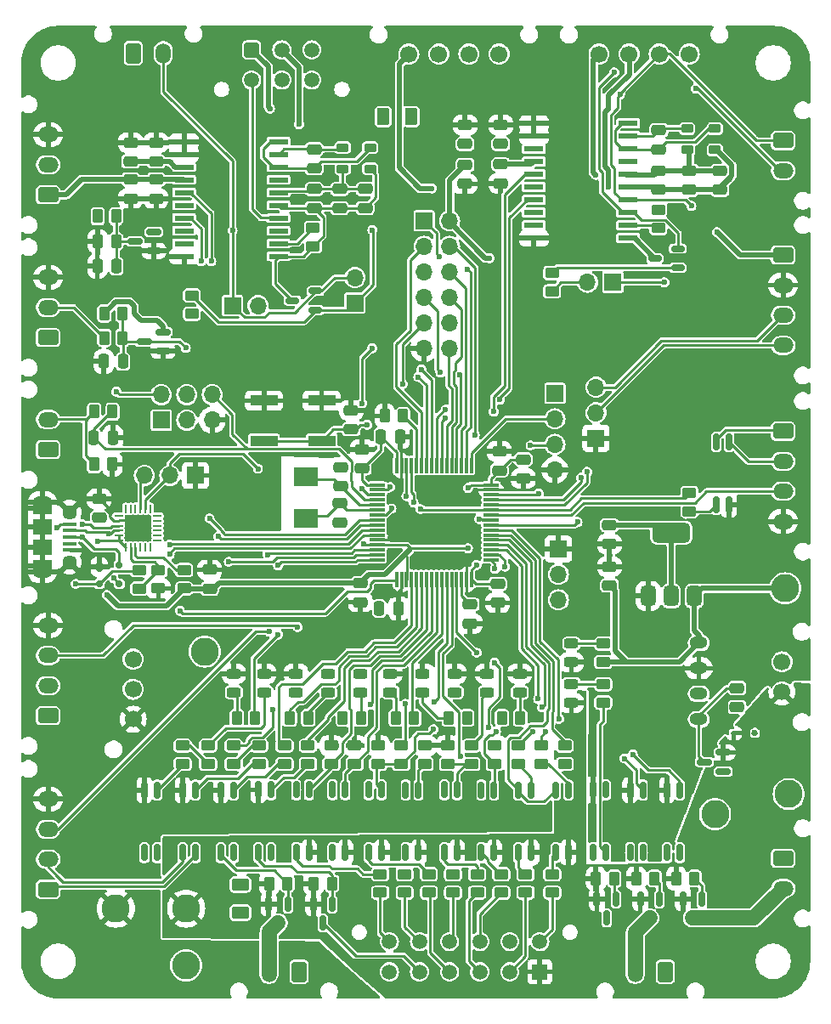
<source format=gtl>
G04 #@! TF.GenerationSoftware,KiCad,Pcbnew,8.0.7*
G04 #@! TF.CreationDate,2025-01-18T17:23:32-06:00*
G04 #@! TF.ProjectId,Controls-Leader,436f6e74-726f-46c7-932d-4c6561646572,rev?*
G04 #@! TF.SameCoordinates,Original*
G04 #@! TF.FileFunction,Copper,L1,Top*
G04 #@! TF.FilePolarity,Positive*
%FSLAX46Y46*%
G04 Gerber Fmt 4.6, Leading zero omitted, Abs format (unit mm)*
G04 Created by KiCad (PCBNEW 8.0.7) date 2025-01-18 17:23:32*
%MOMM*%
%LPD*%
G01*
G04 APERTURE LIST*
G04 Aperture macros list*
%AMRoundRect*
0 Rectangle with rounded corners*
0 $1 Rounding radius*
0 $2 $3 $4 $5 $6 $7 $8 $9 X,Y pos of 4 corners*
0 Add a 4 corners polygon primitive as box body*
4,1,4,$2,$3,$4,$5,$6,$7,$8,$9,$2,$3,0*
0 Add four circle primitives for the rounded corners*
1,1,$1+$1,$2,$3*
1,1,$1+$1,$4,$5*
1,1,$1+$1,$6,$7*
1,1,$1+$1,$8,$9*
0 Add four rect primitives between the rounded corners*
20,1,$1+$1,$2,$3,$4,$5,0*
20,1,$1+$1,$4,$5,$6,$7,0*
20,1,$1+$1,$6,$7,$8,$9,0*
20,1,$1+$1,$8,$9,$2,$3,0*%
G04 Aperture macros list end*
G04 #@! TA.AperFunction,ComponentPad*
%ADD10RoundRect,0.250001X0.759999X-0.499999X0.759999X0.499999X-0.759999X0.499999X-0.759999X-0.499999X0*%
G04 #@! TD*
G04 #@! TA.AperFunction,ComponentPad*
%ADD11O,2.020000X1.500000*%
G04 #@! TD*
G04 #@! TA.AperFunction,SMDPad,CuDef*
%ADD12RoundRect,0.243750X-0.456250X0.243750X-0.456250X-0.243750X0.456250X-0.243750X0.456250X0.243750X0*%
G04 #@! TD*
G04 #@! TA.AperFunction,SMDPad,CuDef*
%ADD13RoundRect,0.250000X0.450000X-0.262500X0.450000X0.262500X-0.450000X0.262500X-0.450000X-0.262500X0*%
G04 #@! TD*
G04 #@! TA.AperFunction,SMDPad,CuDef*
%ADD14RoundRect,0.250000X-0.475000X0.250000X-0.475000X-0.250000X0.475000X-0.250000X0.475000X0.250000X0*%
G04 #@! TD*
G04 #@! TA.AperFunction,SMDPad,CuDef*
%ADD15RoundRect,0.150000X0.150000X-0.675000X0.150000X0.675000X-0.150000X0.675000X-0.150000X-0.675000X0*%
G04 #@! TD*
G04 #@! TA.AperFunction,SMDPad,CuDef*
%ADD16RoundRect,0.250000X-0.262500X-0.450000X0.262500X-0.450000X0.262500X0.450000X-0.262500X0.450000X0*%
G04 #@! TD*
G04 #@! TA.AperFunction,SMDPad,CuDef*
%ADD17RoundRect,0.250000X-0.450000X0.262500X-0.450000X-0.262500X0.450000X-0.262500X0.450000X0.262500X0*%
G04 #@! TD*
G04 #@! TA.AperFunction,SMDPad,CuDef*
%ADD18RoundRect,0.250000X-0.250000X-0.475000X0.250000X-0.475000X0.250000X0.475000X-0.250000X0.475000X0*%
G04 #@! TD*
G04 #@! TA.AperFunction,SMDPad,CuDef*
%ADD19RoundRect,0.150000X-0.150000X0.675000X-0.150000X-0.675000X0.150000X-0.675000X0.150000X0.675000X0*%
G04 #@! TD*
G04 #@! TA.AperFunction,ComponentPad*
%ADD20R,1.700000X1.700000*%
G04 #@! TD*
G04 #@! TA.AperFunction,ComponentPad*
%ADD21O,1.700000X1.700000*%
G04 #@! TD*
G04 #@! TA.AperFunction,SMDPad,CuDef*
%ADD22RoundRect,0.150000X-0.150000X0.587500X-0.150000X-0.587500X0.150000X-0.587500X0.150000X0.587500X0*%
G04 #@! TD*
G04 #@! TA.AperFunction,SMDPad,CuDef*
%ADD23RoundRect,0.218750X0.381250X-0.218750X0.381250X0.218750X-0.381250X0.218750X-0.381250X-0.218750X0*%
G04 #@! TD*
G04 #@! TA.AperFunction,SMDPad,CuDef*
%ADD24RoundRect,0.250000X0.262500X0.450000X-0.262500X0.450000X-0.262500X-0.450000X0.262500X-0.450000X0*%
G04 #@! TD*
G04 #@! TA.AperFunction,SMDPad,CuDef*
%ADD25RoundRect,0.250000X0.475000X-0.250000X0.475000X0.250000X-0.475000X0.250000X-0.475000X-0.250000X0*%
G04 #@! TD*
G04 #@! TA.AperFunction,ComponentPad*
%ADD26C,1.700000*%
G04 #@! TD*
G04 #@! TA.AperFunction,SMDPad,CuDef*
%ADD27R,2.750000X1.000000*%
G04 #@! TD*
G04 #@! TA.AperFunction,ComponentPad*
%ADD28C,2.800000*%
G04 #@! TD*
G04 #@! TA.AperFunction,SMDPad,CuDef*
%ADD29RoundRect,0.150000X0.587500X0.150000X-0.587500X0.150000X-0.587500X-0.150000X0.587500X-0.150000X0*%
G04 #@! TD*
G04 #@! TA.AperFunction,SMDPad,CuDef*
%ADD30RoundRect,0.175000X-0.175000X-0.325000X0.175000X-0.325000X0.175000X0.325000X-0.175000X0.325000X0*%
G04 #@! TD*
G04 #@! TA.AperFunction,SMDPad,CuDef*
%ADD31RoundRect,0.150000X-0.200000X-0.150000X0.200000X-0.150000X0.200000X0.150000X-0.200000X0.150000X0*%
G04 #@! TD*
G04 #@! TA.AperFunction,SMDPad,CuDef*
%ADD32RoundRect,0.243750X0.456250X-0.243750X0.456250X0.243750X-0.456250X0.243750X-0.456250X-0.243750X0*%
G04 #@! TD*
G04 #@! TA.AperFunction,SMDPad,CuDef*
%ADD33R,1.950000X0.600000*%
G04 #@! TD*
G04 #@! TA.AperFunction,SMDPad,CuDef*
%ADD34RoundRect,0.375000X0.375000X-0.625000X0.375000X0.625000X-0.375000X0.625000X-0.375000X-0.625000X0*%
G04 #@! TD*
G04 #@! TA.AperFunction,SMDPad,CuDef*
%ADD35RoundRect,0.500000X1.400000X-0.500000X1.400000X0.500000X-1.400000X0.500000X-1.400000X-0.500000X0*%
G04 #@! TD*
G04 #@! TA.AperFunction,SMDPad,CuDef*
%ADD36RoundRect,0.250000X0.625000X-0.375000X0.625000X0.375000X-0.625000X0.375000X-0.625000X-0.375000X0*%
G04 #@! TD*
G04 #@! TA.AperFunction,SMDPad,CuDef*
%ADD37RoundRect,0.250000X0.375000X0.625000X-0.375000X0.625000X-0.375000X-0.625000X0.375000X-0.625000X0*%
G04 #@! TD*
G04 #@! TA.AperFunction,ComponentPad*
%ADD38RoundRect,0.250001X-0.759999X0.499999X-0.759999X-0.499999X0.759999X-0.499999X0.759999X0.499999X0*%
G04 #@! TD*
G04 #@! TA.AperFunction,ComponentPad*
%ADD39RoundRect,0.250001X-0.499999X-0.499999X0.499999X-0.499999X0.499999X0.499999X-0.499999X0.499999X0*%
G04 #@! TD*
G04 #@! TA.AperFunction,ComponentPad*
%ADD40C,1.500000*%
G04 #@! TD*
G04 #@! TA.AperFunction,SMDPad,CuDef*
%ADD41RoundRect,0.150000X0.512500X0.150000X-0.512500X0.150000X-0.512500X-0.150000X0.512500X-0.150000X0*%
G04 #@! TD*
G04 #@! TA.AperFunction,SMDPad,CuDef*
%ADD42RoundRect,0.250000X0.250000X0.475000X-0.250000X0.475000X-0.250000X-0.475000X0.250000X-0.475000X0*%
G04 #@! TD*
G04 #@! TA.AperFunction,SMDPad,CuDef*
%ADD43R,1.350000X0.400000*%
G04 #@! TD*
G04 #@! TA.AperFunction,ComponentPad*
%ADD44O,1.900000X1.200000*%
G04 #@! TD*
G04 #@! TA.AperFunction,SMDPad,CuDef*
%ADD45R,1.900000X1.200000*%
G04 #@! TD*
G04 #@! TA.AperFunction,ComponentPad*
%ADD46C,1.450000*%
G04 #@! TD*
G04 #@! TA.AperFunction,SMDPad,CuDef*
%ADD47R,1.900000X1.500000*%
G04 #@! TD*
G04 #@! TA.AperFunction,ComponentPad*
%ADD48R,1.500000X1.500000*%
G04 #@! TD*
G04 #@! TA.AperFunction,SMDPad,CuDef*
%ADD49R,2.400000X1.900000*%
G04 #@! TD*
G04 #@! TA.AperFunction,SMDPad,CuDef*
%ADD50RoundRect,0.112500X-0.187500X-0.112500X0.187500X-0.112500X0.187500X0.112500X-0.187500X0.112500X0*%
G04 #@! TD*
G04 #@! TA.AperFunction,SMDPad,CuDef*
%ADD51RoundRect,0.062500X-0.350000X-0.062500X0.350000X-0.062500X0.350000X0.062500X-0.350000X0.062500X0*%
G04 #@! TD*
G04 #@! TA.AperFunction,SMDPad,CuDef*
%ADD52RoundRect,0.062500X-0.062500X-0.350000X0.062500X-0.350000X0.062500X0.350000X-0.062500X0.350000X0*%
G04 #@! TD*
G04 #@! TA.AperFunction,HeatsinkPad*
%ADD53R,2.600000X2.600000*%
G04 #@! TD*
G04 #@! TA.AperFunction,ComponentPad*
%ADD54RoundRect,0.250001X0.499999X0.759999X-0.499999X0.759999X-0.499999X-0.759999X0.499999X-0.759999X0*%
G04 #@! TD*
G04 #@! TA.AperFunction,ComponentPad*
%ADD55O,1.500000X2.020000*%
G04 #@! TD*
G04 #@! TA.AperFunction,SMDPad,CuDef*
%ADD56RoundRect,0.075000X-0.700000X-0.075000X0.700000X-0.075000X0.700000X0.075000X-0.700000X0.075000X0*%
G04 #@! TD*
G04 #@! TA.AperFunction,SMDPad,CuDef*
%ADD57RoundRect,0.075000X-0.075000X-0.700000X0.075000X-0.700000X0.075000X0.700000X-0.075000X0.700000X0*%
G04 #@! TD*
G04 #@! TA.AperFunction,ComponentPad*
%ADD58RoundRect,0.250001X-0.499999X-0.759999X0.499999X-0.759999X0.499999X0.759999X-0.499999X0.759999X0*%
G04 #@! TD*
G04 #@! TA.AperFunction,ComponentPad*
%ADD59O,1.800000X1.200000*%
G04 #@! TD*
G04 #@! TA.AperFunction,ViaPad*
%ADD60C,0.600000*%
G04 #@! TD*
G04 #@! TA.AperFunction,Conductor*
%ADD61C,0.250000*%
G04 #@! TD*
G04 #@! TA.AperFunction,Conductor*
%ADD62C,0.500000*%
G04 #@! TD*
G04 #@! TA.AperFunction,Conductor*
%ADD63C,1.500000*%
G04 #@! TD*
G04 APERTURE END LIST*
D10*
G04 #@! TO.P,J7,1,Pin_1*
G04 #@! TO.N,+3V3*
X115500000Y-68390000D03*
D11*
G04 #@! TO.P,J7,2,Pin_2*
G04 #@! TO.N,Net-(J7-Pin_2)*
X115500000Y-65390000D03*
G04 #@! TO.P,J7,3,Pin_3*
G04 #@! TO.N,GND*
X115500000Y-62390000D03*
G04 #@! TD*
D12*
G04 #@! TO.P,D18,1,K*
G04 #@! TO.N,GND*
X137040000Y-116092500D03*
G04 #@! TO.P,D18,2,A*
G04 #@! TO.N,Net-(D18-A)*
X137040000Y-117967500D03*
G04 #@! TD*
D13*
G04 #@! TO.P,R7,1*
G04 #@! TO.N,+12V*
X170815000Y-118982501D03*
G04 #@! TO.P,R7,2*
G04 #@! TO.N,Net-(D8-A)*
X170815000Y-117157501D03*
G04 #@! TD*
G04 #@! TO.P,R50,1*
G04 #@! TO.N,/IG2*
X155343444Y-125095000D03*
G04 #@! TO.P,R50,2*
G04 #@! TO.N,GND*
X155343444Y-123270000D03*
G04 #@! TD*
D14*
G04 #@! TO.P,C6,1*
G04 #@! TO.N,+3V3*
X160300000Y-107150001D03*
G04 #@! TO.P,C6,2*
G04 #@! TO.N,GND*
X160300000Y-109049999D03*
G04 #@! TD*
D10*
G04 #@! TO.P,J12,1,Pin_1*
G04 #@! TO.N,+3V3*
X115500000Y-93780000D03*
D11*
G04 #@! TO.P,J12,2,Pin_2*
G04 #@! TO.N,Net-(J12-Pin_2)*
X115500000Y-90780000D03*
G04 #@! TD*
D15*
G04 #@! TO.P,U10,1*
G04 #@! TO.N,Net-(R32-Pad1)*
X182065000Y-99260000D03*
G04 #@! TO.P,U10,2*
G04 #@! TO.N,GND*
X183335000Y-99260000D03*
G04 #@! TO.P,U10,3*
G04 #@! TO.N,Net-(J17-Pin_2)*
X183335000Y-93010000D03*
G04 #@! TO.P,U10,4*
G04 #@! TO.N,Net-(J17-Pin_1)*
X182065000Y-93010000D03*
G04 #@! TD*
D16*
G04 #@! TO.P,R16,1*
G04 #@! TO.N,Net-(J9-Pin_2)*
X121087500Y-82637998D03*
G04 #@! TO.P,R16,2*
G04 #@! TO.N,/Brake_Pot*
X122912500Y-82637998D03*
G04 #@! TD*
D17*
G04 #@! TO.P,R5,1*
G04 #@! TO.N,Net-(R5-Pad1)*
X165735000Y-136087500D03*
G04 #@! TO.P,R5,2*
G04 #@! TO.N,/Right_Ind*
X165735000Y-137912500D03*
G04 #@! TD*
D18*
G04 #@! TO.P,C15,1*
G04 #@! TO.N,+3V3*
X148650000Y-92500000D03*
G04 #@! TO.P,C15,2*
G04 #@! TO.N,GND*
X150550000Y-92500000D03*
G04 #@! TD*
D13*
G04 #@! TO.P,R39,1*
G04 #@! TO.N,/DashAndDisplay/IGN_1_Array*
X153431975Y-137912500D03*
G04 #@! TO.P,R39,2*
G04 #@! TO.N,Net-(R39-Pad2)*
X153431975Y-136087500D03*
G04 #@! TD*
D17*
G04 #@! TO.P,R37,1*
G04 #@! TO.N,Net-(U19-VBUS)*
X126490000Y-105785000D03*
G04 #@! TO.P,R37,2*
G04 #@! TO.N,GND*
X126490000Y-107610000D03*
G04 #@! TD*
D19*
G04 #@! TO.P,U5,1*
G04 #@! TO.N,Net-(R22-Pad2)*
X137735000Y-127675000D03*
G04 #@! TO.P,U5,2*
G04 #@! TO.N,GND*
X136465000Y-127675000D03*
G04 #@! TO.P,U5,3*
G04 #@! TO.N,Net-(Q6-G)*
X136465000Y-133925000D03*
G04 #@! TO.P,U5,4*
G04 #@! TO.N,+12V*
X137735000Y-133925000D03*
G04 #@! TD*
D15*
G04 #@! TO.P,U29,1*
G04 #@! TO.N,Net-(R64-Pad2)*
X140215000Y-133925000D03*
G04 #@! TO.P,U29,2*
G04 #@! TO.N,GNDPWR*
X141485000Y-133925000D03*
G04 #@! TO.P,U29,3*
G04 #@! TO.N,/Cruise_Set*
X141485000Y-127675000D03*
G04 #@! TO.P,U29,4*
G04 #@! TO.N,+3V3*
X140215000Y-127675000D03*
G04 #@! TD*
D13*
G04 #@! TO.P,R31,1*
G04 #@! TO.N,/Array_PRCHG_Bypass*
X131445000Y-125095000D03*
G04 #@! TO.P,R31,2*
G04 #@! TO.N,Net-(D18-A)*
X131445000Y-123270000D03*
G04 #@! TD*
D20*
G04 #@! TO.P,J3,1,Pin_1*
G04 #@! TO.N,/PA15*
X152960000Y-70980000D03*
D21*
G04 #@! TO.P,J3,2,Pin_2*
G04 #@! TO.N,+3V3*
X155500000Y-70980000D03*
G04 #@! TO.P,J3,3,Pin_3*
G04 #@! TO.N,/PB7*
X152960000Y-73520000D03*
G04 #@! TO.P,J3,4,Pin_4*
G04 #@! TO.N,/PA8*
X155500000Y-73520000D03*
G04 #@! TO.P,J3,5,Pin_5*
G04 #@! TO.N,/PC9*
X152960000Y-76060000D03*
G04 #@! TO.P,J3,6,Pin_6*
G04 #@! TO.N,/PC10*
X155500000Y-76060000D03*
G04 #@! TO.P,J3,7,Pin_7*
G04 #@! TO.N,/PC11*
X152960000Y-78600000D03*
G04 #@! TO.P,J3,8,Pin_8*
G04 #@! TO.N,/PC12*
X155500000Y-78600000D03*
G04 #@! TO.P,J3,9,Pin_9*
G04 #@! TO.N,/PC13*
X152960000Y-81140000D03*
G04 #@! TO.P,J3,10,Pin_10*
G04 #@! TO.N,/PC14*
X155500000Y-81140000D03*
G04 #@! TO.P,J3,11,Pin_11*
G04 #@! TO.N,GND*
X152960000Y-83680000D03*
G04 #@! TO.P,J3,12,Pin_12*
G04 #@! TO.N,/PD2*
X155500000Y-83680000D03*
G04 #@! TD*
D14*
G04 #@! TO.P,C22,1*
G04 #@! TO.N,+3V3*
X171437300Y-101290002D03*
G04 #@! TO.P,C22,2*
G04 #@! TO.N,GND*
X171437300Y-103190002D03*
G04 #@! TD*
D20*
G04 #@! TO.P,J25,1,Pin_1*
G04 #@! TO.N,GND*
X130159999Y-96350000D03*
D21*
G04 #@! TO.P,J25,2,Pin_2*
G04 #@! TO.N,/UART2_Tx*
X127619999Y-96350000D03*
G04 #@! TO.P,J25,3,Pin_3*
G04 #@! TO.N,/UART2_Rx*
X125079999Y-96350000D03*
G04 #@! TD*
D22*
G04 #@! TO.P,Q4,1,G*
G04 #@! TO.N,Net-(Q4-G)*
X139380000Y-139062500D03*
G04 #@! TO.P,Q4,2,S*
G04 #@! TO.N,GNDPWR*
X137480000Y-139062500D03*
G04 #@! TO.P,Q4,3,D*
G04 #@! TO.N,Net-(BRAKELIGHT1-Pin_2)*
X138430000Y-140937500D03*
G04 #@! TD*
D20*
G04 #@! TO.P,JP2,1,A*
G04 #@! TO.N,/Car_CAN/CAN_L*
X171775000Y-77100000D03*
D21*
G04 #@! TO.P,JP2,2,B*
G04 #@! TO.N,/Car_CAN/TERM_H*
X169235000Y-77100000D03*
G04 #@! TD*
D16*
G04 #@! TO.P,R30,1*
G04 #@! TO.N,/Cruise_Ind*
X160712500Y-120500000D03*
G04 #@! TO.P,R30,2*
G04 #@! TO.N,Net-(D1-A)*
X162537500Y-120500000D03*
G04 #@! TD*
D13*
G04 #@! TO.P,R11,1*
G04 #@! TO.N,/Lights/RIGHT_BLINK*
X164645412Y-125095000D03*
G04 #@! TO.P,R11,2*
G04 #@! TO.N,Net-(R11-Pad2)*
X164645412Y-123270000D03*
G04 #@! TD*
D14*
G04 #@! TO.P,C9,1*
G04 #@! TO.N,+3V3*
X162850000Y-94750000D03*
G04 #@! TO.P,C9,2*
G04 #@! TO.N,GND*
X162850000Y-96650000D03*
G04 #@! TD*
D13*
G04 #@! TO.P,R63,1*
G04 #@! TO.N,/Cruise_Set*
X143715984Y-125095000D03*
G04 #@! TO.P,R63,2*
G04 #@! TO.N,GND*
X143715984Y-123270000D03*
G04 #@! TD*
D23*
G04 #@! TO.P,L8,1*
G04 #@! TO.N,Net-(J21-Pin_2)*
X181936000Y-63913000D03*
G04 #@! TO.P,L8,2*
G04 #@! TO.N,Net-(C37-Pad2)*
X181936000Y-61788000D03*
G04 #@! TD*
D16*
G04 #@! TO.P,R2,1*
G04 #@! TO.N,/OS_Fault*
X139582500Y-120500000D03*
G04 #@! TO.P,R2,2*
G04 #@! TO.N,Net-(D9-A)*
X141407500Y-120500000D03*
G04 #@! TD*
D20*
G04 #@! TO.P,J13,1,Pin_1*
G04 #@! TO.N,GND*
X170090000Y-92640000D03*
D21*
G04 #@! TO.P,J13,2,Pin_2*
G04 #@! TO.N,/UART3_Rx*
X170090000Y-90100000D03*
G04 #@! TO.P,J13,3,Pin_3*
G04 #@! TO.N,/UART3_Tx*
X170090000Y-87560000D03*
G04 #@! TD*
D15*
G04 #@! TO.P,U23,1*
G04 #@! TO.N,Net-(R52-Pad2)*
X154965000Y-133925000D03*
G04 #@! TO.P,U23,2*
G04 #@! TO.N,GNDPWR*
X156235000Y-133925000D03*
G04 #@! TO.P,U23,3*
G04 #@! TO.N,/IG2*
X156235000Y-127675000D03*
G04 #@! TO.P,U23,4*
G04 #@! TO.N,+3V3*
X154965000Y-127675000D03*
G04 #@! TD*
D24*
G04 #@! TO.P,R40,1*
G04 #@! TO.N,/Motor_Contactor*
X136125000Y-120500000D03*
G04 #@! TO.P,R40,2*
G04 #@! TO.N,Net-(D4-A)*
X134300000Y-120500000D03*
G04 #@! TD*
D25*
G04 #@! TO.P,C24,1*
G04 #@! TO.N,+5V*
X123718000Y-65071999D03*
G04 #@! TO.P,C24,2*
G04 #@! TO.N,GND*
X123718000Y-63171999D03*
G04 #@! TD*
G04 #@! TO.P,C23,1*
G04 #@! TO.N,+5V*
X126258000Y-65071999D03*
G04 #@! TO.P,C23,2*
G04 #@! TO.N,GND*
X126258000Y-63171999D03*
G04 #@! TD*
G04 #@! TO.P,C11,1*
G04 #@! TO.N,+3V3*
X160450000Y-95850000D03*
G04 #@! TO.P,C11,2*
G04 #@! TO.N,GND*
X160450000Y-93950000D03*
G04 #@! TD*
D19*
G04 #@! TO.P,U9,1*
G04 #@! TO.N,Net-(R25-Pad1)*
X130175000Y-127685000D03*
G04 #@! TO.P,U9,2*
G04 #@! TO.N,GND*
X128905000Y-127685000D03*
G04 #@! TO.P,U9,3*
G04 #@! TO.N,Net-(J11-Pin_2)*
X128905000Y-133935000D03*
G04 #@! TO.P,U9,4*
G04 #@! TO.N,Net-(J11-Pin_1)*
X130175000Y-133935000D03*
G04 #@! TD*
D24*
G04 #@! TO.P,R9,1*
G04 #@! TO.N,/BPS_Fault*
X151972500Y-120500000D03*
G04 #@! TO.P,R9,2*
G04 #@! TO.N,Net-(D13-A)*
X150147500Y-120500000D03*
G04 #@! TD*
D25*
G04 #@! TO.P,C7,1*
G04 #@! TO.N,Net-(U7-PH0)*
X144662720Y-97409001D03*
G04 #@! TO.P,C7,2*
G04 #@! TO.N,GND*
X144662720Y-95509001D03*
G04 #@! TD*
D26*
G04 #@! TO.P,J21,1,Pin_1*
G04 #@! TO.N,Net-(J21-Pin_1)*
X170390000Y-54370000D03*
G04 #@! TO.P,J21,2,Pin_2*
G04 #@! TO.N,Net-(J21-Pin_2)*
X173390000Y-54370000D03*
G04 #@! TO.P,J21,3,Pin_3*
G04 #@! TO.N,/Car_CAN/CAN_H*
X176390000Y-54370000D03*
G04 #@! TO.P,J21,4,Pin_4*
G04 #@! TO.N,/Car_CAN/CAN_L*
X179390000Y-54370000D03*
G04 #@! TD*
D22*
G04 #@! TO.P,Q5,1,G*
G04 #@! TO.N,Net-(Q5-G)*
X172080000Y-138562500D03*
G04 #@! TO.P,Q5,2,S*
G04 #@! TO.N,GNDPWR*
X170180000Y-138562500D03*
G04 #@! TO.P,Q5,3,D*
G04 #@! TO.N,/DashAndDisplay/Dbg_Led*
X171130000Y-140437500D03*
G04 #@! TD*
D26*
G04 #@! TO.P,J18,1,Pin_1*
G04 #@! TO.N,+12V*
X188630000Y-114920000D03*
G04 #@! TO.P,J18,2,Pin_2*
G04 #@! TO.N,GNDPWR*
X188630000Y-117920000D03*
G04 #@! TD*
D27*
G04 #@! TO.P,SW10,1,A*
G04 #@! TO.N,GND*
X137000000Y-88899999D03*
X142750000Y-88899999D03*
G04 #@! TO.P,SW10,2,B*
G04 #@! TO.N,/NRST*
X137000000Y-92899999D03*
X142750000Y-92899999D03*
G04 #@! TD*
D28*
G04 #@! TO.P,TP8,1,1*
G04 #@! TO.N,/Lights/LEFT_BLINK*
X189300000Y-128100000D03*
G04 #@! TD*
D14*
G04 #@! TO.P,C36,1*
G04 #@! TO.N,+3V3*
X157044000Y-65410000D03*
G04 #@! TO.P,C36,2*
G04 #@! TO.N,GND*
X157044000Y-67310000D03*
G04 #@! TD*
G04 #@! TO.P,C8,1*
G04 #@! TO.N,Net-(U7-PH1)*
X144590000Y-99130000D03*
G04 #@! TO.P,C8,2*
G04 #@! TO.N,GND*
X144590000Y-101030000D03*
G04 #@! TD*
D13*
G04 #@! TO.P,R1,1*
G04 #@! TO.N,/Motor_PRCHG_Bypass*
X133985000Y-125095000D03*
G04 #@! TO.P,R1,2*
G04 #@! TO.N,Net-(D7-A)*
X133985000Y-123270000D03*
G04 #@! TD*
D20*
G04 #@! TO.P,J8,1,Pin_1*
G04 #@! TO.N,+3V3*
X166000000Y-88170000D03*
D21*
G04 #@! TO.P,J8,2,Pin_2*
G04 #@! TO.N,/SWCLK*
X166000000Y-90710000D03*
G04 #@! TO.P,J8,3,Pin_3*
G04 #@! TO.N,/SWDIO*
X166000000Y-93250000D03*
G04 #@! TO.P,J8,4,Pin_4*
G04 #@! TO.N,GND*
X166000000Y-95790000D03*
G04 #@! TD*
D24*
G04 #@! TO.P,R58,1*
G04 #@! TO.N,Net-(Q3-G)*
X175912500Y-136500000D03*
G04 #@! TO.P,R58,2*
G04 #@! TO.N,GNDPWR*
X174087500Y-136500000D03*
G04 #@! TD*
D13*
G04 #@! TO.P,R60,1*
G04 #@! TO.N,/DashAndDisplay/Fwd_Gear*
X155839650Y-137912500D03*
G04 #@! TO.P,R60,2*
G04 #@! TO.N,Net-(R60-Pad2)*
X155839650Y-136087500D03*
G04 #@! TD*
D25*
G04 #@! TO.P,C5,1*
G04 #@! TO.N,/NRST*
X145700000Y-91750000D03*
G04 #@! TO.P,C5,2*
G04 #@! TO.N,GND*
X145700000Y-89850000D03*
G04 #@! TD*
D17*
G04 #@! TO.P,R10,1*
G04 #@! TO.N,Net-(R10-Pad1)*
X163062675Y-136087500D03*
G04 #@! TO.P,R10,2*
G04 #@! TO.N,/Left_Ind*
X163062675Y-137912500D03*
G04 #@! TD*
D29*
G04 #@! TO.P,D2,1*
G04 #@! TO.N,GND*
X126037500Y-73975000D03*
G04 #@! TO.P,D2,2*
G04 #@! TO.N,+3V3*
X126037500Y-72075000D03*
G04 #@! TO.P,D2,3*
G04 #@! TO.N,/Accel_Pot*
X124162500Y-73025000D03*
G04 #@! TD*
D19*
G04 #@! TO.P,U25,1*
G04 #@! TO.N,Net-(R12-Pad2)*
X178435000Y-127685000D03*
G04 #@! TO.P,U25,2*
G04 #@! TO.N,GND*
X177165000Y-127685000D03*
G04 #@! TO.P,U25,3*
G04 #@! TO.N,Net-(Q1-G)*
X177165000Y-133935000D03*
G04 #@! TO.P,U25,4*
G04 #@! TO.N,Lights_12V*
X178435000Y-133935000D03*
G04 #@! TD*
D13*
G04 #@! TO.P,R55,1*
G04 #@! TO.N,/DashAndDisplay/Rev_Gear*
X160655000Y-137912500D03*
G04 #@! TO.P,R55,2*
G04 #@! TO.N,Net-(R55-Pad2)*
X160655000Y-136087500D03*
G04 #@! TD*
D15*
G04 #@! TO.P,U24,1*
G04 #@! TO.N,Net-(R55-Pad2)*
X158665000Y-133935000D03*
G04 #@! TO.P,U24,2*
G04 #@! TO.N,GNDPWR*
X159935000Y-133935000D03*
G04 #@! TO.P,U24,3*
G04 #@! TO.N,/Reverse*
X159935000Y-127685000D03*
G04 #@! TO.P,U24,4*
G04 #@! TO.N,+3V3*
X158665000Y-127685000D03*
G04 #@! TD*
D14*
G04 #@! TO.P,C38,1*
G04 #@! TO.N,Net-(J21-Pin_1)*
X176348000Y-65984001D03*
G04 #@! TO.P,C38,2*
G04 #@! TO.N,Net-(J21-Pin_2)*
X176348000Y-67884001D03*
G04 #@! TD*
D30*
G04 #@! TO.P,D15,1,A*
G04 #@! TO.N,GND*
X120590000Y-105447500D03*
D31*
G04 #@! TO.P,D15,2,K*
G04 #@! TO.N,Net-(J23-VBUS)*
X120590000Y-107147500D03*
G04 #@! TO.P,D15,3,K*
G04 #@! TO.N,Net-(J23-D-)*
X122590000Y-107147500D03*
G04 #@! TO.P,D15,4,K*
G04 #@! TO.N,Net-(J23-D+)*
X122590000Y-105247500D03*
G04 #@! TD*
D13*
G04 #@! TO.P,R64,1*
G04 #@! TO.N,/DashAndDisplay/Cruz_Set*
X148590000Y-137912500D03*
G04 #@! TO.P,R64,2*
G04 #@! TO.N,Net-(R64-Pad2)*
X148590000Y-136087500D03*
G04 #@! TD*
D16*
G04 #@! TO.P,R26,1*
G04 #@! TO.N,Net-(J12-Pin_2)*
X120087500Y-95250000D03*
G04 #@! TO.P,R26,2*
G04 #@! TO.N,GND*
X121912500Y-95250000D03*
G04 #@! TD*
D32*
G04 #@! TO.P,D8,1,K*
G04 #@! TO.N,GNDPWR*
X167640000Y-119007501D03*
G04 #@! TO.P,D8,2,A*
G04 #@! TO.N,Net-(D8-A)*
X167640000Y-117132501D03*
G04 #@! TD*
D13*
G04 #@! TO.P,R29,1*
G04 #@! TO.N,+5V*
X170815000Y-114935000D03*
G04 #@! TO.P,R29,2*
G04 #@! TO.N,Net-(D14-A)*
X170815000Y-113110000D03*
G04 #@! TD*
D14*
G04 #@! TO.P,C13,1*
G04 #@! TO.N,+3V3*
X146600000Y-107070000D03*
G04 #@! TO.P,C13,2*
G04 #@! TO.N,GND*
X146600000Y-108970000D03*
G04 #@! TD*
D20*
G04 #@! TO.P,JP1,1,A*
G04 #@! TO.N,/Motor_CAN/CAN_L*
X133878000Y-79428000D03*
D21*
G04 #@! TO.P,JP1,2,B*
G04 #@! TO.N,/Motor_CAN/TERM_H*
X136418000Y-79428000D03*
G04 #@! TD*
D14*
G04 #@! TO.P,C27,1*
G04 #@! TO.N,Net-(U14-V_ISO_Out)*
X142006000Y-63842500D03*
G04 #@! TO.P,C27,2*
G04 #@! TO.N,Net-(C27-Pad2)*
X142006000Y-65742500D03*
G04 #@! TD*
D23*
G04 #@! TO.P,L6,1*
G04 #@! TO.N,Net-(U15-GND)*
X147594000Y-65805000D03*
G04 #@! TO.P,L6,2*
G04 #@! TO.N,Net-(C27-Pad2)*
X147594000Y-63680000D03*
G04 #@! TD*
D20*
G04 #@! TO.P,J2,1,Pin_1*
G04 #@! TO.N,GND*
X166350000Y-103660000D03*
D21*
G04 #@! TO.P,J2,2,Pin_2*
G04 #@! TO.N,/UART4_Tx*
X166350000Y-106200000D03*
G04 #@! TO.P,J2,3,Pin_3*
G04 #@! TO.N,/UART4_Rx*
X166350000Y-108740000D03*
G04 #@! TD*
D33*
G04 #@! TO.P,U14,1,GND_In*
G04 #@! TO.N,GND*
X129050000Y-63085000D03*
G04 #@! TO.P,U14,2,GND_In*
X129050000Y-64355000D03*
G04 #@! TO.P,U14,3,V_In*
G04 #@! TO.N,+5V*
X129050000Y-65625000D03*
G04 #@! TO.P,U14,4,V_IO*
G04 #@! TO.N,+3V3*
X129050000Y-66895000D03*
G04 #@! TO.P,U14,5,RX*
G04 #@! TO.N,/MotorCAN_Rx*
X129050000Y-68165000D03*
G04 #@! TO.P,U14,6,SILENT*
G04 #@! TO.N,unconnected-(U14-SILENT-Pad6)*
X129050000Y-69435000D03*
G04 #@! TO.P,U14,7,TX*
G04 #@! TO.N,/MotorCAN_Tx*
X129050000Y-70705000D03*
G04 #@! TO.P,U14,8,STDBY*
G04 #@! TO.N,unconnected-(U14-STDBY-Pad8)*
X129050000Y-71975000D03*
G04 #@! TO.P,U14,9,AUX_In*
G04 #@! TO.N,unconnected-(U14-AUX_In-Pad9)*
X129050000Y-73245000D03*
G04 #@! TO.P,U14,10,GND_In*
G04 #@! TO.N,GND*
X129050000Y-74515000D03*
G04 #@! TO.P,U14,11,GND_ISO_In*
G04 #@! TO.N,Net-(U15-GND)*
X138450000Y-74515000D03*
G04 #@! TO.P,U14,12,RS*
G04 #@! TO.N,/Motor_CAN/RSlope*
X138450000Y-73245000D03*
G04 #@! TO.P,U14,13,CAN_L*
G04 #@! TO.N,/Motor_CAN/CAN_L*
X138450000Y-71975000D03*
G04 #@! TO.P,U14,14,CAN_H*
G04 #@! TO.N,/Motor_CAN/CAN_H*
X138450000Y-70705000D03*
G04 #@! TO.P,U14,15,GND_ISO_In*
G04 #@! TO.N,Net-(U15-GND)*
X138450000Y-69435000D03*
G04 #@! TO.P,U14,16,V_ISO_In*
G04 #@! TO.N,Net-(U14-V_ISO_In)*
X138450000Y-68165000D03*
G04 #@! TO.P,U14,17,AUX_Out*
G04 #@! TO.N,unconnected-(U14-AUX_Out-Pad17)*
X138450000Y-66895000D03*
G04 #@! TO.P,U14,18,GND_ISO_Out*
G04 #@! TO.N,Net-(C27-Pad2)*
X138450000Y-65625000D03*
G04 #@! TO.P,U14,19,V_ISO_Out*
G04 #@! TO.N,Net-(U14-V_ISO_Out)*
X138450000Y-64355000D03*
G04 #@! TO.P,U14,20,GND_ISO_Out*
G04 #@! TO.N,Net-(C27-Pad2)*
X138450000Y-63085000D03*
G04 #@! TD*
D34*
G04 #@! TO.P,U13,1,GND*
G04 #@! TO.N,GND*
X175282420Y-108361499D03*
G04 #@! TO.P,U13,2,VO*
G04 #@! TO.N,+3V3*
X177582420Y-108361499D03*
D35*
X177582420Y-102061499D03*
D34*
G04 #@! TO.P,U13,3,VI*
G04 #@! TO.N,+5V*
X179882420Y-108361499D03*
G04 #@! TD*
D22*
G04 #@! TO.P,Q1,1,G*
G04 #@! TO.N,Net-(Q1-G)*
X180655000Y-138562500D03*
G04 #@! TO.P,Q1,2,S*
G04 #@! TO.N,GNDPWR*
X178755000Y-138562500D03*
G04 #@! TO.P,Q1,3,D*
G04 #@! TO.N,Net-(L_BLINK_EXT1-Pin_2)*
X179705000Y-140437500D03*
G04 #@! TD*
D13*
G04 #@! TO.P,R24,1*
G04 #@! TO.N,Net-(R24-Pad1)*
X128905000Y-125095000D03*
G04 #@! TO.P,R24,2*
G04 #@! TO.N,/Array_PRCHG_Bypass*
X128905000Y-123270000D03*
G04 #@! TD*
D36*
G04 #@! TO.P,F2,1*
G04 #@! TO.N,Lights_12V*
X134650000Y-139899999D03*
G04 #@! TO.P,F2,2*
G04 #@! TO.N,+12V*
X134650000Y-137100001D03*
G04 #@! TD*
D12*
G04 #@! TO.P,D7,1,K*
G04 #@! TO.N,GND*
X140200000Y-116092500D03*
G04 #@! TO.P,D7,2,A*
G04 #@! TO.N,Net-(D7-A)*
X140200000Y-117967500D03*
G04 #@! TD*
D32*
G04 #@! TO.P,D14,1,K*
G04 #@! TO.N,GND*
X167640000Y-114960000D03*
G04 #@! TO.P,D14,2,A*
G04 #@! TO.N,Net-(D14-A)*
X167640000Y-113085000D03*
G04 #@! TD*
D16*
G04 #@! TO.P,R13,1*
G04 #@! TO.N,+3V3*
X121087500Y-80215999D03*
G04 #@! TO.P,R13,2*
G04 #@! TO.N,/Brake_Pot*
X122912500Y-80215999D03*
G04 #@! TD*
D14*
G04 #@! TO.P,C25,1*
G04 #@! TO.N,+3V3*
X126258000Y-66860001D03*
G04 #@! TO.P,C25,2*
G04 #@! TO.N,GND*
X126258000Y-68760001D03*
G04 #@! TD*
D15*
G04 #@! TO.P,U2,1*
G04 #@! TO.N,Net-(R39-Pad2)*
X147465000Y-133925000D03*
G04 #@! TO.P,U2,2*
G04 #@! TO.N,GNDPWR*
X148735000Y-133925000D03*
G04 #@! TO.P,U2,3*
G04 #@! TO.N,/IG1*
X148735000Y-127675000D03*
G04 #@! TO.P,U2,4*
G04 #@! TO.N,+3V3*
X147465000Y-127675000D03*
G04 #@! TD*
D18*
G04 #@! TO.P,C14,1*
G04 #@! TO.N,+3V3*
X148500000Y-109600000D03*
G04 #@! TO.P,C14,2*
G04 #@! TO.N,GND*
X150400000Y-109600000D03*
G04 #@! TD*
D37*
G04 #@! TO.P,F1,1*
G04 #@! TO.N,+12V*
X151700000Y-60600000D03*
G04 #@! TO.P,F1,2*
G04 #@! TO.N,Net-(J5-Pin_1)*
X148900000Y-60600000D03*
G04 #@! TD*
D15*
G04 #@! TO.P,U6,1*
G04 #@! TO.N,Net-(R5-Pad1)*
X166065000Y-133935000D03*
G04 #@! TO.P,U6,2*
G04 #@! TO.N,GNDPWR*
X167335000Y-133935000D03*
G04 #@! TO.P,U6,3*
G04 #@! TO.N,/Lights/RIGHT_BLINK*
X167335000Y-127685000D03*
G04 #@! TO.P,U6,4*
G04 #@! TO.N,/TimerCLK*
X166065000Y-127685000D03*
G04 #@! TD*
D14*
G04 #@! TO.P,C39,1*
G04 #@! TO.N,Net-(J21-Pin_1)*
X179396000Y-65984001D03*
G04 #@! TO.P,C39,2*
G04 #@! TO.N,Net-(J21-Pin_2)*
X179396000Y-67884001D03*
G04 #@! TD*
D23*
G04 #@! TO.P,L5,1*
G04 #@! TO.N,Net-(U14-V_ISO_In)*
X144844000Y-65805000D03*
G04 #@! TO.P,L5,2*
G04 #@! TO.N,Net-(U14-V_ISO_Out)*
X144844000Y-63680000D03*
G04 #@! TD*
D14*
G04 #@! TO.P,C29,1*
G04 #@! TO.N,Net-(U14-V_ISO_In)*
X144546000Y-67810000D03*
G04 #@! TO.P,C29,2*
G04 #@! TO.N,Net-(U15-GND)*
X144546000Y-69710000D03*
G04 #@! TD*
D23*
G04 #@! TO.P,L7,1*
G04 #@! TO.N,Net-(J21-Pin_1)*
X179186000Y-63913000D03*
G04 #@! TO.P,L7,2*
G04 #@! TO.N,Net-(U17-V_ISO_Out)*
X179186000Y-61788000D03*
G04 #@! TD*
D38*
G04 #@! TO.P,J14,1,Pin_1*
G04 #@! TO.N,/Car_CAN/CAN_H*
X188740000Y-62980000D03*
D11*
G04 #@! TO.P,J14,2,Pin_2*
G04 #@! TO.N,/Car_CAN/CAN_L*
X188740000Y-65980000D03*
G04 #@! TD*
D13*
G04 #@! TO.P,R32,1*
G04 #@! TO.N,Net-(R32-Pad1)*
X179400000Y-99915000D03*
G04 #@! TO.P,R32,2*
G04 #@! TO.N,/Motor_Contactor*
X179400000Y-98090000D03*
G04 #@! TD*
D22*
G04 #@! TO.P,Q6,1,G*
G04 #@! TO.N,Net-(Q6-G)*
X143825000Y-139062500D03*
G04 #@! TO.P,Q6,2,S*
G04 #@! TO.N,GNDPWR*
X141925000Y-139062500D03*
G04 #@! TO.P,Q6,3,D*
G04 #@! TO.N,/DashAndDisplay/BPS_Hzd*
X142875000Y-140937500D03*
G04 #@! TD*
D39*
G04 #@! TO.P,J5,1,Pin_1*
G04 #@! TO.N,Net-(J5-Pin_1)*
X135780000Y-53950000D03*
D40*
G04 #@! TO.P,J5,2,Pin_2*
G04 #@! TO.N,GNDPWR*
X138780000Y-53950000D03*
G04 #@! TO.P,J5,3,Pin_3*
G04 #@! TO.N,unconnected-(J5-Pin_3-Pad3)*
X141780000Y-53950000D03*
G04 #@! TO.P,J5,4,Pin_4*
G04 #@! TO.N,/Motor_CAN/CAN_H*
X135780000Y-56950000D03*
G04 #@! TO.P,J5,5,Pin_5*
G04 #@! TO.N,/Motor_CAN/CAN_L*
X138780000Y-56950000D03*
G04 #@! TO.P,J5,6,Pin_6*
G04 #@! TO.N,unconnected-(J5-Pin_6-Pad6)*
X141780000Y-56950000D03*
G04 #@! TD*
D13*
G04 #@! TO.P,R4,1*
G04 #@! TO.N,/IG1*
X150692460Y-125095000D03*
G04 #@! TO.P,R4,2*
G04 #@! TO.N,Net-(D11-A)*
X150692460Y-123270000D03*
G04 #@! TD*
D24*
G04 #@! TO.P,R27,1*
G04 #@! TO.N,/Brake_SW*
X121912500Y-90000000D03*
G04 #@! TO.P,R27,2*
G04 #@! TO.N,Net-(J12-Pin_2)*
X120087500Y-90000000D03*
G04 #@! TD*
D41*
G04 #@! TO.P,U15,1,CAN_H*
G04 #@! TO.N,/Motor_CAN/CAN_H*
X142127500Y-79870000D03*
G04 #@! TO.P,U15,2,CAN_L*
G04 #@! TO.N,/Motor_CAN/CAN_L*
X142127500Y-77970000D03*
G04 #@! TO.P,U15,3,GND*
G04 #@! TO.N,Net-(U15-GND)*
X139852500Y-78920000D03*
G04 #@! TD*
D42*
G04 #@! TO.P,C16,1*
G04 #@! TO.N,/Accel_Pot*
X122300000Y-75500000D03*
G04 #@! TO.P,C16,2*
G04 #@! TO.N,GND*
X120400000Y-75500000D03*
G04 #@! TD*
D25*
G04 #@! TO.P,C12,1*
G04 #@! TO.N,+3V3*
X146800000Y-95650000D03*
G04 #@! TO.P,C12,2*
G04 #@! TO.N,GND*
X146800000Y-93750000D03*
G04 #@! TD*
D16*
G04 #@! TO.P,R15,1*
G04 #@! TO.N,Net-(J7-Pin_2)*
X120437500Y-70525000D03*
G04 #@! TO.P,R15,2*
G04 #@! TO.N,/Accel_Pot*
X122262500Y-70525000D03*
G04 #@! TD*
D24*
G04 #@! TO.P,R3,1*
G04 #@! TO.N,/Motor_Controller_Fault*
X157255000Y-120500000D03*
G04 #@! TO.P,R3,2*
G04 #@! TO.N,Net-(D10-A)*
X155430000Y-120500000D03*
G04 #@! TD*
D43*
G04 #@! TO.P,J23,1,VBUS*
G04 #@! TO.N,Net-(J23-VBUS)*
X117622500Y-101197500D03*
G04 #@! TO.P,J23,2,D-*
G04 #@! TO.N,Net-(J23-D-)*
X117622500Y-101847500D03*
G04 #@! TO.P,J23,3,D+*
G04 #@! TO.N,Net-(J23-D+)*
X117622500Y-102497500D03*
G04 #@! TO.P,J23,4,ID*
G04 #@! TO.N,unconnected-(J23-ID-Pad4)*
X117622500Y-103147500D03*
G04 #@! TO.P,J23,5,GND*
G04 #@! TO.N,GND*
X117622500Y-103797500D03*
D44*
G04 #@! TO.P,J23,6,Shield*
X114922500Y-98997500D03*
D45*
X114922500Y-99597500D03*
D46*
X117622500Y-99997500D03*
D47*
X114922500Y-101497500D03*
X114922500Y-103497500D03*
D46*
X117622500Y-104997500D03*
D45*
X114922500Y-105397500D03*
D44*
X114922500Y-105997500D03*
G04 #@! TD*
D38*
G04 #@! TO.P,J17,1,Pin_1*
G04 #@! TO.N,Net-(J17-Pin_1)*
X188740000Y-91940000D03*
D11*
G04 #@! TO.P,J17,2,Pin_2*
G04 #@! TO.N,Net-(J17-Pin_2)*
X188740000Y-94940000D03*
G04 #@! TO.P,J17,3,Pin_3*
G04 #@! TO.N,/Motor_C_Sense*
X188740000Y-97940000D03*
G04 #@! TO.P,J17,4,Pin_4*
G04 #@! TO.N,GND*
X188740000Y-100940000D03*
G04 #@! TD*
D20*
G04 #@! TO.P,J27,1,Pin_1*
G04 #@! TO.N,/Motor_CAN/CAN_H*
X146070000Y-79179000D03*
D21*
G04 #@! TO.P,J27,2,Pin_2*
G04 #@! TO.N,/Motor_CAN/CAN_L*
X146070000Y-76639000D03*
G04 #@! TD*
D48*
G04 #@! TO.P,J4,1,Pin_1*
G04 #@! TO.N,GNDPWR*
X164500000Y-145800000D03*
D40*
G04 #@! TO.P,J4,2,Pin_2*
G04 #@! TO.N,/Left_Ind*
X161500000Y-145800000D03*
G04 #@! TO.P,J4,3,Pin_3*
G04 #@! TO.N,/DashAndDisplay/IGN_2_Motor*
X158500000Y-145800000D03*
G04 #@! TO.P,J4,4,Pin_4*
G04 #@! TO.N,/DashAndDisplay/IGN_1_Array*
X155500000Y-145800000D03*
G04 #@! TO.P,J4,5,Pin_5*
G04 #@! TO.N,/DashAndDisplay/BPS_Hzd*
X152500000Y-145800000D03*
G04 #@! TO.P,J4,6,Pin_6*
G04 #@! TO.N,+12V*
X149500000Y-145800000D03*
G04 #@! TO.P,J4,7,Pin_7*
G04 #@! TO.N,/Right_Ind*
X164500000Y-142800000D03*
G04 #@! TO.P,J4,8,Pin_8*
G04 #@! TO.N,/DashAndDisplay/Dbg_Led*
X161500000Y-142800000D03*
G04 #@! TO.P,J4,9,Pin_9*
G04 #@! TO.N,/DashAndDisplay/Rev_Gear*
X158500000Y-142800000D03*
G04 #@! TO.P,J4,10,Pin_10*
G04 #@! TO.N,/DashAndDisplay/Fwd_Gear*
X155500000Y-142800000D03*
G04 #@! TO.P,J4,11,Pin_11*
G04 #@! TO.N,/DashAndDisplay/Cruz_En*
X152500000Y-142800000D03*
G04 #@! TO.P,J4,12,Pin_12*
G04 #@! TO.N,/DashAndDisplay/Cruz_Set*
X149500000Y-142800000D03*
G04 #@! TD*
D49*
G04 #@! TO.P,Y1,1,1*
G04 #@! TO.N,Net-(U7-PH1)*
X141224000Y-100602000D03*
G04 #@! TO.P,Y1,2,2*
G04 #@! TO.N,Net-(U7-PH0)*
X141224000Y-96502000D03*
G04 #@! TD*
D20*
G04 #@! TO.P,J15,1,Pin_1*
G04 #@! TO.N,+3V3*
X126770000Y-90840000D03*
D21*
G04 #@! TO.P,J15,2,Pin_2*
G04 #@! TO.N,/Accel_Pot*
X126770000Y-88300000D03*
G04 #@! TO.P,J15,3,Pin_3*
G04 #@! TO.N,unconnected-(J15-Pin_3-Pad3)*
X129310000Y-90840000D03*
G04 #@! TO.P,J15,4,Pin_4*
G04 #@! TO.N,/Brake_Pot*
X129310000Y-88300000D03*
G04 #@! TO.P,J15,5,Pin_5*
G04 #@! TO.N,GND*
X131850000Y-90840000D03*
G04 #@! TO.P,J15,6,Pin_6*
G04 #@! TO.N,/Brake_SW*
X131850000Y-88300000D03*
G04 #@! TD*
D10*
G04 #@! TO.P,J10,1,Pin_1*
G04 #@! TO.N,Net-(J10-Pin_1)*
X115500000Y-120290000D03*
D11*
G04 #@! TO.P,J10,2,Pin_2*
G04 #@! TO.N,Net-(J10-Pin_2)*
X115500000Y-117290000D03*
G04 #@! TO.P,J10,3,Pin_3*
G04 #@! TO.N,/Array_PBC_Sense*
X115500000Y-114290000D03*
G04 #@! TO.P,J10,4,Pin_4*
G04 #@! TO.N,GND*
X115500000Y-111290000D03*
G04 #@! TD*
D50*
G04 #@! TO.P,D17,1,A1*
G04 #@! TO.N,GNDPWR*
X183825000Y-122025000D03*
G04 #@! TO.P,D17,2,A2*
G04 #@! TO.N,+12V*
X185925000Y-122025000D03*
G04 #@! TD*
D13*
G04 #@! TO.P,R25,1*
G04 #@! TO.N,Net-(R25-Pad1)*
X136525000Y-125095000D03*
G04 #@! TO.P,R25,2*
G04 #@! TO.N,/Motor_PRCHG_Bypass*
X136525000Y-123270000D03*
G04 #@! TD*
G04 #@! TO.P,R52,1*
G04 #@! TO.N,/DashAndDisplay/IGN_2_Motor*
X158247325Y-137912500D03*
G04 #@! TO.P,R52,2*
G04 #@! TO.N,Net-(R52-Pad2)*
X158247325Y-136087500D03*
G04 #@! TD*
D12*
G04 #@! TO.P,D12,1,K*
G04 #@! TO.N,GND*
X159250000Y-116092500D03*
G04 #@! TO.P,D12,2,A*
G04 #@! TO.N,Net-(D12-A)*
X159250000Y-117967500D03*
G04 #@! TD*
D33*
G04 #@! TO.P,U17,1,GND_In*
G04 #@! TO.N,GND*
X163900000Y-61280000D03*
G04 #@! TO.P,U17,2,GND_In*
X163900000Y-62550000D03*
G04 #@! TO.P,U17,3,V_In*
G04 #@! TO.N,+5V*
X163900000Y-63820000D03*
G04 #@! TO.P,U17,4,V_IO*
G04 #@! TO.N,+3V3*
X163900000Y-65090000D03*
G04 #@! TO.P,U17,5,RX*
G04 #@! TO.N,/CAN_Rx*
X163900000Y-66360000D03*
G04 #@! TO.P,U17,6,SILENT*
G04 #@! TO.N,unconnected-(U17-SILENT-Pad6)*
X163900000Y-67630000D03*
G04 #@! TO.P,U17,7,TX*
G04 #@! TO.N,/CAN_Tx*
X163900000Y-68900000D03*
G04 #@! TO.P,U17,8,STDBY*
G04 #@! TO.N,unconnected-(U17-STDBY-Pad8)*
X163900000Y-70170000D03*
G04 #@! TO.P,U17,9,AUX_In*
G04 #@! TO.N,unconnected-(U17-AUX_In-Pad9)*
X163900000Y-71440000D03*
G04 #@! TO.P,U17,10,GND_In*
G04 #@! TO.N,GND*
X163900000Y-72710000D03*
G04 #@! TO.P,U17,11,GND_ISO_In*
G04 #@! TO.N,Net-(J21-Pin_2)*
X173300000Y-72710000D03*
G04 #@! TO.P,U17,12,RS*
G04 #@! TO.N,/Car_CAN/RSlope*
X173300000Y-71440000D03*
G04 #@! TO.P,U17,13,CAN_L*
G04 #@! TO.N,/Car_CAN/CAN_L*
X173300000Y-70170000D03*
G04 #@! TO.P,U17,14,CAN_H*
G04 #@! TO.N,/Car_CAN/CAN_H*
X173300000Y-68900000D03*
G04 #@! TO.P,U17,15,GND_ISO_In*
G04 #@! TO.N,Net-(J21-Pin_2)*
X173300000Y-67630000D03*
G04 #@! TO.P,U17,16,V_ISO_In*
G04 #@! TO.N,Net-(J21-Pin_1)*
X173300000Y-66360000D03*
G04 #@! TO.P,U17,17,AUX_Out*
G04 #@! TO.N,unconnected-(U17-AUX_Out-Pad17)*
X173300000Y-65090000D03*
G04 #@! TO.P,U17,18,GND_ISO_Out*
G04 #@! TO.N,Net-(C37-Pad2)*
X173300000Y-63820000D03*
G04 #@! TO.P,U17,19,V_ISO_Out*
G04 #@! TO.N,Net-(U17-V_ISO_Out)*
X173300000Y-62550000D03*
G04 #@! TO.P,U17,20,GND_ISO_Out*
G04 #@! TO.N,Net-(C37-Pad2)*
X173300000Y-61280000D03*
G04 #@! TD*
D26*
G04 #@! TO.P,J22,1,Pin_1*
G04 #@! TO.N,Net-(J21-Pin_1)*
X151430000Y-54370000D03*
G04 #@! TO.P,J22,2,Pin_2*
G04 #@! TO.N,Net-(J21-Pin_2)*
X154430000Y-54370000D03*
G04 #@! TO.P,J22,3,Pin_3*
G04 #@! TO.N,/Car_CAN/CAN_H*
X157430000Y-54370000D03*
G04 #@! TO.P,J22,4,Pin_4*
G04 #@! TO.N,/Car_CAN/CAN_L*
X160430000Y-54370000D03*
G04 #@! TD*
D10*
G04 #@! TO.P,J9,1,Pin_1*
G04 #@! TO.N,+3V3*
X115500000Y-82610000D03*
D11*
G04 #@! TO.P,J9,2,Pin_2*
G04 #@! TO.N,Net-(J9-Pin_2)*
X115500000Y-79610000D03*
G04 #@! TO.P,J9,3,Pin_3*
G04 #@! TO.N,GND*
X115500000Y-76610000D03*
G04 #@! TD*
D25*
G04 #@! TO.P,C21,1*
G04 #@! TO.N,+5V*
X171437300Y-107315001D03*
G04 #@! TO.P,C21,2*
G04 #@! TO.N,GND*
X171437300Y-105415001D03*
G04 #@! TD*
D12*
G04 #@! TO.P,D11,1,K*
G04 #@! TO.N,GND*
X156000000Y-116092500D03*
G04 #@! TO.P,D11,2,A*
G04 #@! TO.N,Net-(D11-A)*
X156000000Y-117967500D03*
G04 #@! TD*
G04 #@! TO.P,D16,1,K*
G04 #@! TO.N,GND*
X146600000Y-116092498D03*
G04 #@! TO.P,D16,2,A*
G04 #@! TO.N,Net-(D16-A)*
X146600000Y-117967500D03*
G04 #@! TD*
D19*
G04 #@! TO.P,U3,1*
G04 #@! TO.N,Net-(R6-Pad2)*
X133985000Y-127685000D03*
G04 #@! TO.P,U3,2*
G04 #@! TO.N,GND*
X132715000Y-127685000D03*
G04 #@! TO.P,U3,3*
G04 #@! TO.N,Net-(Q4-G)*
X132715000Y-133935000D03*
G04 #@! TO.P,U3,4*
G04 #@! TO.N,Lights_12V*
X133985000Y-133935000D03*
G04 #@! TD*
D25*
G04 #@! TO.P,C42,1*
G04 #@! TO.N,+3V3*
X131590000Y-107647500D03*
G04 #@! TO.P,C42,2*
G04 #@! TO.N,GND*
X131590000Y-105747500D03*
G04 #@! TD*
D13*
G04 #@! TO.P,R38,1*
G04 #@! TO.N,+3V3*
X129040000Y-107610000D03*
G04 #@! TO.P,R38,2*
G04 #@! TO.N,Net-(U19-~{RSTb})*
X129040000Y-105785000D03*
G04 #@! TD*
D12*
G04 #@! TO.P,D4,1,K*
G04 #@! TO.N,GND*
X134000000Y-116092498D03*
G04 #@! TO.P,D4,2,A*
G04 #@! TO.N,Net-(D4-A)*
X134000000Y-117967500D03*
G04 #@! TD*
D25*
G04 #@! TO.P,C4,1*
G04 #@! TO.N,+12V*
X184150000Y-119435500D03*
G04 #@! TO.P,C4,2*
G04 #@! TO.N,Net-(Q2-D)*
X184150000Y-117535500D03*
G04 #@! TD*
D15*
G04 #@! TO.P,U27,1*
G04 #@! TO.N,Net-(R60-Pad2)*
X151130000Y-133935000D03*
G04 #@! TO.P,U27,2*
G04 #@! TO.N,GNDPWR*
X152400000Y-133935000D03*
G04 #@! TO.P,U27,3*
G04 #@! TO.N,/Forward*
X152400000Y-127685000D03*
G04 #@! TO.P,U27,4*
G04 #@! TO.N,+3V3*
X151130000Y-127685000D03*
G04 #@! TD*
D18*
G04 #@! TO.P,C1,1*
G04 #@! TO.N,/Brake_SW*
X120050000Y-92558999D03*
G04 #@! TO.P,C1,2*
G04 #@! TO.N,GND*
X121950000Y-92558999D03*
G04 #@! TD*
D28*
G04 #@! TO.P,TP5,1,1*
G04 #@! TO.N,GND*
X122250000Y-139500000D03*
G04 #@! TD*
D12*
G04 #@! TO.P,D9,1,K*
G04 #@! TO.N,GND*
X143400000Y-116092498D03*
G04 #@! TO.P,D9,2,A*
G04 #@! TO.N,Net-(D9-A)*
X143400000Y-117967500D03*
G04 #@! TD*
D13*
G04 #@! TO.P,R33,1*
G04 #@! TO.N,/IG1*
X148366968Y-125095000D03*
G04 #@! TO.P,R33,2*
G04 #@! TO.N,GND*
X148366968Y-123270000D03*
G04 #@! TD*
D15*
G04 #@! TO.P,U28,1*
G04 #@! TO.N,Net-(R62-Pad2)*
X143840000Y-133925000D03*
G04 #@! TO.P,U28,2*
G04 #@! TO.N,GNDPWR*
X145110000Y-133925000D03*
G04 #@! TO.P,U28,3*
G04 #@! TO.N,/Cruise_En*
X145110000Y-127675000D03*
G04 #@! TO.P,U28,4*
G04 #@! TO.N,+3V3*
X143840000Y-127675000D03*
G04 #@! TD*
D13*
G04 #@! TO.P,R35,1*
G04 #@! TO.N,/Car_CAN/TERM_H*
X165700000Y-78012500D03*
G04 #@! TO.P,R35,2*
G04 #@! TO.N,/Car_CAN/CAN_H*
X165700000Y-76187500D03*
G04 #@! TD*
G04 #@! TO.P,R36,1*
G04 #@! TO.N,Net-(U19-VBUS)*
X124590000Y-107622500D03*
G04 #@! TO.P,R36,2*
G04 #@! TO.N,Net-(J23-VBUS)*
X124590000Y-105797500D03*
G04 #@! TD*
G04 #@! TO.P,R34,1*
G04 #@! TO.N,/Car_CAN/RSlope*
X176300000Y-71712500D03*
G04 #@! TO.P,R34,2*
G04 #@! TO.N,Net-(J21-Pin_2)*
X176300000Y-69887500D03*
G04 #@! TD*
D14*
G04 #@! TO.P,C35,1*
G04 #@! TO.N,+3V3*
X160600000Y-65343999D03*
G04 #@! TO.P,C35,2*
G04 #@! TO.N,GND*
X160600000Y-67243999D03*
G04 #@! TD*
D16*
G04 #@! TO.P,R28,1*
G04 #@! TO.N,/Controls_Fault*
X144865000Y-120500000D03*
G04 #@! TO.P,R28,2*
G04 #@! TO.N,Net-(D16-A)*
X146690000Y-120500000D03*
G04 #@! TD*
D38*
G04 #@! TO.P,J6,1,Pin_1*
G04 #@! TO.N,+5V*
X188740000Y-74390000D03*
D11*
G04 #@! TO.P,J6,2,Pin_2*
G04 #@! TO.N,GND*
X188740000Y-77390000D03*
G04 #@! TO.P,J6,3,Pin_3*
G04 #@! TO.N,/UART3_Tx*
X188740000Y-80390000D03*
G04 #@! TO.P,J6,4,Pin_4*
G04 #@! TO.N,/UART3_Rx*
X188740000Y-83390000D03*
G04 #@! TD*
D14*
G04 #@! TO.P,C30,1*
G04 #@! TO.N,Net-(U14-V_ISO_In)*
X147086000Y-67810000D03*
G04 #@! TO.P,C30,2*
G04 #@! TO.N,Net-(U15-GND)*
X147086000Y-69710000D03*
G04 #@! TD*
D24*
G04 #@! TO.P,R18,1*
G04 #@! TO.N,Net-(U7-BOOT0)*
X150876000Y-90424000D03*
G04 #@! TO.P,R18,2*
G04 #@! TO.N,GND*
X149051000Y-90424000D03*
G04 #@! TD*
D25*
G04 #@! TO.P,C41,1*
G04 #@! TO.N,+3V3*
X120580000Y-100579998D03*
G04 #@! TO.P,C41,2*
G04 #@! TO.N,GND*
X120580000Y-98680000D03*
G04 #@! TD*
D12*
G04 #@! TO.P,D10,1,K*
G04 #@! TO.N,GND*
X152800000Y-116092498D03*
G04 #@! TO.P,D10,2,A*
G04 #@! TO.N,Net-(D10-A)*
X152800000Y-117967500D03*
G04 #@! TD*
D38*
G04 #@! TO.P,L_BLINK_EXT1,1,Pin_1*
G04 #@! TO.N,Lights_12V*
X188740000Y-134500000D03*
D11*
G04 #@! TO.P,L_BLINK_EXT1,2,Pin_2*
G04 #@! TO.N,Net-(L_BLINK_EXT1-Pin_2)*
X188740000Y-137500000D03*
G04 #@! TD*
D51*
G04 #@! TO.P,U19,1,RI/CLK*
G04 #@! TO.N,unconnected-(U19-RI{slash}CLK-Pad1)*
X122515000Y-100347500D03*
G04 #@! TO.P,U19,2,GND*
G04 #@! TO.N,GND*
X122515000Y-100847500D03*
G04 #@! TO.P,U19,3,D+*
G04 #@! TO.N,Net-(J23-D+)*
X122515000Y-101347500D03*
G04 #@! TO.P,U19,4,D-*
G04 #@! TO.N,Net-(J23-D-)*
X122515000Y-101847500D03*
G04 #@! TO.P,U19,5,VIO*
G04 #@! TO.N,+3V3*
X122515000Y-102347500D03*
G04 #@! TO.P,U19,6,VDD*
X122515000Y-102847500D03*
D52*
G04 #@! TO.P,U19,7,REGIN*
X123202500Y-103535000D03*
G04 #@! TO.P,U19,8,VBUS*
G04 #@! TO.N,Net-(U19-VBUS)*
X123702500Y-103535000D03*
G04 #@! TO.P,U19,9,~{RSTb}*
G04 #@! TO.N,Net-(U19-~{RSTb})*
X124202500Y-103535000D03*
G04 #@! TO.P,U19,10,NC*
G04 #@! TO.N,unconnected-(U19-NC-Pad10)*
X124702500Y-103535000D03*
G04 #@! TO.P,U19,11,GPIO.3*
G04 #@! TO.N,unconnected-(U19-GPIO.3-Pad11)*
X125202500Y-103535000D03*
G04 #@! TO.P,U19,12,GPIO.2*
G04 #@! TO.N,unconnected-(U19-GPIO.2-Pad12)*
X125702500Y-103535000D03*
D51*
G04 #@! TO.P,U19,13,GPIO.1*
G04 #@! TO.N,unconnected-(U19-GPIO.1-Pad13)*
X126390000Y-102847500D03*
G04 #@! TO.P,U19,14,GPIO.0*
G04 #@! TO.N,unconnected-(U19-GPIO.0-Pad14)*
X126390000Y-102347500D03*
G04 #@! TO.P,U19,15,~{SUSPENDb}*
G04 #@! TO.N,unconnected-(U19-~{SUSPENDb}-Pad15)*
X126390000Y-101847500D03*
G04 #@! TO.P,U19,16,NC*
G04 #@! TO.N,unconnected-(U19-NC-Pad16)*
X126390000Y-101347500D03*
G04 #@! TO.P,U19,17,SUSPEND*
G04 #@! TO.N,unconnected-(U19-SUSPEND-Pad17)*
X126390000Y-100847500D03*
G04 #@! TO.P,U19,18,CTS*
G04 #@! TO.N,unconnected-(U19-CTS-Pad18)*
X126390000Y-100347500D03*
D52*
G04 #@! TO.P,U19,19,RTS*
G04 #@! TO.N,unconnected-(U19-RTS-Pad19)*
X125702500Y-99660000D03*
G04 #@! TO.P,U19,20,RXD*
G04 #@! TO.N,/UART2_Tx*
X125202500Y-99660000D03*
G04 #@! TO.P,U19,21,TXD*
G04 #@! TO.N,/UART2_Rx*
X124702500Y-99660000D03*
G04 #@! TO.P,U19,22,DSR*
G04 #@! TO.N,unconnected-(U19-DSR-Pad22)*
X124202500Y-99660000D03*
G04 #@! TO.P,U19,23,DTR*
G04 #@! TO.N,unconnected-(U19-DTR-Pad23)*
X123702500Y-99660000D03*
G04 #@! TO.P,U19,24,DCD*
G04 #@! TO.N,unconnected-(U19-DCD-Pad24)*
X123202500Y-99660000D03*
D53*
G04 #@! TO.P,U19,25,GND*
G04 #@! TO.N,GND*
X124452500Y-101597500D03*
G04 #@! TD*
D54*
G04 #@! TO.P,R_BLINK_EXT1,1,Pin_1*
G04 #@! TO.N,Lights_12V*
X177000000Y-145800000D03*
D55*
G04 #@! TO.P,R_BLINK_EXT1,2,Pin_2*
G04 #@! TO.N,Net-(Q3-D)*
X174000000Y-145800000D03*
G04 #@! TD*
D54*
G04 #@! TO.P,BRAKELIGHT1,1,Pin_1*
G04 #@! TO.N,Lights_12V*
X140500000Y-145800000D03*
D55*
G04 #@! TO.P,BRAKELIGHT1,2,Pin_2*
G04 #@! TO.N,Net-(BRAKELIGHT1-Pin_2)*
X137500000Y-145800000D03*
G04 #@! TD*
D28*
G04 #@! TO.P,TP4,1,1*
G04 #@! TO.N,+5V*
X188950000Y-107590000D03*
G04 #@! TD*
D14*
G04 #@! TO.P,C40,1*
G04 #@! TO.N,Net-(J21-Pin_1)*
X182444000Y-65984001D03*
G04 #@! TO.P,C40,2*
G04 #@! TO.N,Net-(J21-Pin_2)*
X182444000Y-67884001D03*
G04 #@! TD*
D12*
G04 #@! TO.P,D13,1,K*
G04 #@! TO.N,GND*
X149600000Y-116092498D03*
G04 #@! TO.P,D13,2,A*
G04 #@! TO.N,Net-(D13-A)*
X149600000Y-117967500D03*
G04 #@! TD*
D24*
G04 #@! TO.P,R56,1*
G04 #@! TO.N,Net-(Q1-G)*
X179912500Y-136500000D03*
G04 #@! TO.P,R56,2*
G04 #@! TO.N,GNDPWR*
X178087500Y-136500000D03*
G04 #@! TD*
D19*
G04 #@! TO.P,U26,1*
G04 #@! TO.N,Net-(R11-Pad2)*
X174760000Y-127685000D03*
G04 #@! TO.P,U26,2*
G04 #@! TO.N,GND*
X173490000Y-127685000D03*
G04 #@! TO.P,U26,3*
G04 #@! TO.N,Net-(Q3-G)*
X173490000Y-133935000D03*
G04 #@! TO.P,U26,4*
G04 #@! TO.N,Lights_12V*
X174760000Y-133935000D03*
G04 #@! TD*
D13*
G04 #@! TO.P,R8,1*
G04 #@! TO.N,/IG2*
X157668936Y-125095000D03*
G04 #@! TO.P,R8,2*
G04 #@! TO.N,Net-(D12-A)*
X157668936Y-123270000D03*
G04 #@! TD*
D25*
G04 #@! TO.P,C10,1*
G04 #@! TO.N,GND*
X157550000Y-111099998D03*
G04 #@! TO.P,C10,2*
G04 #@! TO.N,Net-(U7-VCAP_1)*
X157550000Y-109200000D03*
G04 #@! TD*
D17*
G04 #@! TO.P,R17,1*
G04 #@! TO.N,/Motor_CAN/RSlope*
X141900000Y-71687500D03*
G04 #@! TO.P,R17,2*
G04 #@! TO.N,Net-(U15-GND)*
X141900000Y-73512500D03*
G04 #@! TD*
D24*
G04 #@! TO.P,R41,1*
G04 #@! TO.N,Net-(Q4-G)*
X139342500Y-137000000D03*
G04 #@! TO.P,R41,2*
G04 #@! TO.N,GNDPWR*
X137517500Y-137000000D03*
G04 #@! TD*
D13*
G04 #@! TO.P,R59,1*
G04 #@! TO.N,/Forward*
X153017952Y-125095000D03*
G04 #@! TO.P,R59,2*
G04 #@! TO.N,GND*
X153017952Y-123270000D03*
G04 #@! TD*
D14*
G04 #@! TO.P,C28,1*
G04 #@! TO.N,Net-(U14-V_ISO_In)*
X142006000Y-67810000D03*
G04 #@! TO.P,C28,2*
G04 #@! TO.N,Net-(U15-GND)*
X142006000Y-69710000D03*
G04 #@! TD*
D28*
G04 #@! TO.P,TP6,1,1*
G04 #@! TO.N,+3V3*
X131100000Y-113900000D03*
G04 #@! TD*
D24*
G04 #@! TO.P,R14,1*
G04 #@! TO.N,/Accel_Pot*
X122262500Y-73024999D03*
G04 #@! TO.P,R14,2*
G04 #@! TO.N,GND*
X120437500Y-73024999D03*
G04 #@! TD*
D28*
G04 #@! TO.P,TP9,1,1*
G04 #@! TO.N,+12V*
X129250000Y-145150000D03*
G04 #@! TD*
G04 #@! TO.P,TP10,1,1*
G04 #@! TO.N,GNDPWR*
X129250000Y-139500000D03*
G04 #@! TD*
D42*
G04 #@! TO.P,C17,1*
G04 #@! TO.N,/Brake_Pot*
X122950000Y-85000000D03*
G04 #@! TO.P,C17,2*
G04 #@! TO.N,GND*
X121050000Y-85000000D03*
G04 #@! TD*
D17*
G04 #@! TO.P,R19,1*
G04 #@! TO.N,/Heartbeat*
X166970905Y-123270000D03*
G04 #@! TO.P,R19,2*
G04 #@! TO.N,Net-(R19-Pad2)*
X166970905Y-125095000D03*
G04 #@! TD*
D13*
G04 #@! TO.P,R62,1*
G04 #@! TO.N,/DashAndDisplay/Cruz_En*
X151024300Y-137912500D03*
G04 #@! TO.P,R62,2*
G04 #@! TO.N,Net-(R62-Pad2)*
X151024300Y-136087500D03*
G04 #@! TD*
G04 #@! TO.P,R12,1*
G04 #@! TO.N,/Lights/LEFT_BLINK*
X162319920Y-125095000D03*
G04 #@! TO.P,R12,2*
G04 #@! TO.N,Net-(R12-Pad2)*
X162319920Y-123270000D03*
G04 #@! TD*
D10*
G04 #@! TO.P,J11,1,Pin_1*
G04 #@! TO.N,Net-(J11-Pin_1)*
X115500000Y-137600000D03*
D11*
G04 #@! TO.P,J11,2,Pin_2*
G04 #@! TO.N,Net-(J11-Pin_2)*
X115500000Y-134600000D03*
G04 #@! TO.P,J11,3,Pin_3*
G04 #@! TO.N,/Motor_PBC_Sense*
X115500000Y-131600000D03*
G04 #@! TO.P,J11,4,Pin_4*
G04 #@! TO.N,GND*
X115500000Y-128600000D03*
G04 #@! TD*
D19*
G04 #@! TO.P,U8,1*
G04 #@! TO.N,Net-(R24-Pad1)*
X126365000Y-127685000D03*
G04 #@! TO.P,U8,2*
G04 #@! TO.N,GND*
X125095000Y-127685000D03*
G04 #@! TO.P,U8,3*
G04 #@! TO.N,Net-(J10-Pin_2)*
X125095000Y-133935000D03*
G04 #@! TO.P,U8,4*
G04 #@! TO.N,Net-(J10-Pin_1)*
X126365000Y-133935000D03*
G04 #@! TD*
D24*
G04 #@! TO.P,R20,1*
G04 #@! TO.N,Net-(Q5-G)*
X171912500Y-136500000D03*
G04 #@! TO.P,R20,2*
G04 #@! TO.N,GNDPWR*
X170087500Y-136500000D03*
G04 #@! TD*
D12*
G04 #@! TO.P,D1,1,K*
G04 #@! TO.N,GND*
X162490000Y-116092498D03*
G04 #@! TO.P,D1,2,A*
G04 #@! TO.N,Net-(D1-A)*
X162490000Y-117967500D03*
G04 #@! TD*
D13*
G04 #@! TO.P,R61,1*
G04 #@! TO.N,/Cruise_En*
X146041476Y-125095000D03*
G04 #@! TO.P,R61,2*
G04 #@! TO.N,GND*
X146041476Y-123270000D03*
G04 #@! TD*
D17*
G04 #@! TO.P,R6,1*
G04 #@! TO.N,/Brake_Light*
X139065000Y-123270000D03*
G04 #@! TO.P,R6,2*
G04 #@! TO.N,Net-(R6-Pad2)*
X139065000Y-125095000D03*
G04 #@! TD*
D14*
G04 #@! TO.P,C37,1*
G04 #@! TO.N,Net-(U17-V_ISO_Out)*
X176348000Y-61950500D03*
G04 #@! TO.P,C37,2*
G04 #@! TO.N,Net-(C37-Pad2)*
X176348000Y-63850500D03*
G04 #@! TD*
D22*
G04 #@! TO.P,Q3,1,G*
G04 #@! TO.N,Net-(Q3-G)*
X176400001Y-138562500D03*
G04 #@! TO.P,Q3,2,S*
G04 #@! TO.N,GNDPWR*
X174500001Y-138562500D03*
G04 #@! TO.P,Q3,3,D*
G04 #@! TO.N,Net-(Q3-D)*
X175450001Y-140437500D03*
G04 #@! TD*
D15*
G04 #@! TO.P,U1,1*
G04 #@! TO.N,Net-(R10-Pad1)*
X162365000Y-133935000D03*
G04 #@! TO.P,U1,2*
G04 #@! TO.N,GNDPWR*
X163635000Y-133935000D03*
G04 #@! TO.P,U1,3*
G04 #@! TO.N,/Lights/LEFT_BLINK*
X163635000Y-127685000D03*
G04 #@! TO.P,U1,4*
G04 #@! TO.N,/TimerCLK*
X162365000Y-127685000D03*
G04 #@! TD*
D28*
G04 #@! TO.P,TP7,1,1*
G04 #@! TO.N,/Lights/RIGHT_BLINK*
X181950000Y-130100000D03*
G04 #@! TD*
D26*
G04 #@! TO.P,J1,1,Pin_1*
G04 #@! TO.N,GND*
X123970000Y-120649999D03*
G04 #@! TO.P,J1,2,Pin_2*
G04 #@! TO.N,/ExtraADC2*
X123970000Y-117649999D03*
G04 #@! TO.P,J1,3,Pin_3*
G04 #@! TO.N,/ExtraADC1*
X123970000Y-114649999D03*
G04 #@! TD*
D56*
G04 #@! TO.P,U7,1,VBAT*
G04 #@! TO.N,+3V3*
X148285000Y-97285000D03*
G04 #@! TO.P,U7,2,PC13*
G04 #@! TO.N,/PC13*
X148285000Y-97785000D03*
G04 #@! TO.P,U7,3,PC14*
G04 #@! TO.N,/PC14*
X148285000Y-98285000D03*
G04 #@! TO.P,U7,4,PC15*
G04 #@! TO.N,/Brake_SW*
X148285000Y-98785000D03*
G04 #@! TO.P,U7,5,PH0*
G04 #@! TO.N,Net-(U7-PH0)*
X148285000Y-99285000D03*
G04 #@! TO.P,U7,6,PH1*
G04 #@! TO.N,Net-(U7-PH1)*
X148285000Y-99785000D03*
G04 #@! TO.P,U7,7,NRST*
G04 #@! TO.N,/NRST*
X148285000Y-100285000D03*
G04 #@! TO.P,U7,8,PC0*
G04 #@! TO.N,/Accel_Pot*
X148285000Y-100785000D03*
G04 #@! TO.P,U7,9,PC1*
G04 #@! TO.N,/Brake_Pot*
X148285000Y-101285000D03*
G04 #@! TO.P,U7,10,PC2*
G04 #@! TO.N,/ExtraADC1*
X148285000Y-101785000D03*
G04 #@! TO.P,U7,11,PC3*
G04 #@! TO.N,/ExtraADC2*
X148285000Y-102285000D03*
G04 #@! TO.P,U7,12,VSSA*
G04 #@! TO.N,GND*
X148285000Y-102785000D03*
G04 #@! TO.P,U7,13,VDDA*
G04 #@! TO.N,+3V3*
X148285000Y-103285000D03*
G04 #@! TO.P,U7,14,PA0*
G04 #@! TO.N,/Motor_PRCHG_Bypass*
X148285000Y-103785000D03*
G04 #@! TO.P,U7,15,PA1*
G04 #@! TO.N,/Array_PRCHG_Bypass*
X148285000Y-104285000D03*
G04 #@! TO.P,U7,16,PA2*
G04 #@! TO.N,/UART2_Tx*
X148285000Y-104785000D03*
D57*
G04 #@! TO.P,U7,17,PA3*
G04 #@! TO.N,/UART2_Rx*
X150210000Y-106710000D03*
G04 #@! TO.P,U7,18,VSS*
G04 #@! TO.N,GND*
X150710000Y-106710000D03*
G04 #@! TO.P,U7,19,VDD*
G04 #@! TO.N,+3V3*
X151210000Y-106710000D03*
G04 #@! TO.P,U7,20,PA4*
G04 #@! TO.N,/Brake_Light*
X151710000Y-106710000D03*
G04 #@! TO.P,U7,21,PA5*
G04 #@! TO.N,/OS_Fault*
X152210000Y-106710000D03*
G04 #@! TO.P,U7,22,PA6*
G04 #@! TO.N,/Bps_Hazard*
X152710000Y-106710000D03*
G04 #@! TO.P,U7,23,PA7*
G04 #@! TO.N,/Cruise_Set*
X153210000Y-106710000D03*
G04 #@! TO.P,U7,24,PC4*
G04 #@! TO.N,/Controls_Fault*
X153710000Y-106710000D03*
G04 #@! TO.P,U7,25,PC5*
G04 #@! TO.N,/Cruise_En*
X154210000Y-106710000D03*
G04 #@! TO.P,U7,26,PB0*
G04 #@! TO.N,/BPS_Fault*
X154710000Y-106710000D03*
G04 #@! TO.P,U7,27,PB1*
G04 #@! TO.N,/IG1*
X155210000Y-106710000D03*
G04 #@! TO.P,U7,28,PB2*
G04 #@! TO.N,/Forward*
X155710000Y-106710000D03*
G04 #@! TO.P,U7,29,PB10*
G04 #@! TO.N,/IG2*
X156210000Y-106710000D03*
G04 #@! TO.P,U7,30,VCAP_1*
G04 #@! TO.N,Net-(U7-VCAP_1)*
X156710000Y-106710000D03*
G04 #@! TO.P,U7,31,VSS*
G04 #@! TO.N,GND*
X157210000Y-106710000D03*
G04 #@! TO.P,U7,32,VDD*
G04 #@! TO.N,+3V3*
X157710000Y-106710000D03*
D56*
G04 #@! TO.P,U7,33,PB12*
G04 #@! TO.N,/UART4_Rx*
X159635000Y-104785000D03*
G04 #@! TO.P,U7,34,PB13*
G04 #@! TO.N,/UART4_Tx*
X159635000Y-104285000D03*
G04 #@! TO.P,U7,35,PB14*
G04 #@! TO.N,/Motor_Controller_Fault*
X159635000Y-103785000D03*
G04 #@! TO.P,U7,36,PB15*
G04 #@! TO.N,/Reverse*
X159635000Y-103285000D03*
G04 #@! TO.P,U7,37,PC6*
G04 #@! TO.N,/TimerCLK*
X159635000Y-102785000D03*
G04 #@! TO.P,U7,38,PC7*
G04 #@! TO.N,/Heartbeat*
X159635000Y-102285000D03*
G04 #@! TO.P,U7,39,PC8*
G04 #@! TO.N,/Cruise_Ind*
X159635000Y-101785000D03*
G04 #@! TO.P,U7,40,PC9*
G04 #@! TO.N,/PC9*
X159635000Y-101285000D03*
G04 #@! TO.P,U7,41,PA8*
G04 #@! TO.N,/PA8*
X159635000Y-100785000D03*
G04 #@! TO.P,U7,42,PA9*
G04 #@! TO.N,/Motor_C_Sense*
X159635000Y-100285000D03*
G04 #@! TO.P,U7,43,PA10*
G04 #@! TO.N,/Motor_Contactor*
X159635000Y-99785000D03*
G04 #@! TO.P,U7,44,PA11*
G04 #@! TO.N,/UART3_Rx*
X159635000Y-99285000D03*
G04 #@! TO.P,U7,45,PA12*
G04 #@! TO.N,/UART3_Tx*
X159635000Y-98785000D03*
G04 #@! TO.P,U7,46,PA13*
G04 #@! TO.N,/SWDIO*
X159635000Y-98285000D03*
G04 #@! TO.P,U7,47,VSS*
G04 #@! TO.N,GND*
X159635000Y-97785000D03*
G04 #@! TO.P,U7,48,VDD*
G04 #@! TO.N,+3V3*
X159635000Y-97285000D03*
D57*
G04 #@! TO.P,U7,49,PA14*
G04 #@! TO.N,/SWCLK*
X157710000Y-95360000D03*
G04 #@! TO.P,U7,50,PA15*
G04 #@! TO.N,/PA15*
X157210000Y-95360000D03*
G04 #@! TO.P,U7,51,PC10*
G04 #@! TO.N,/PC10*
X156710000Y-95360000D03*
G04 #@! TO.P,U7,52,PC11*
G04 #@! TO.N,/PC11*
X156210000Y-95360000D03*
G04 #@! TO.P,U7,53,PC12*
G04 #@! TO.N,/PC12*
X155710000Y-95360000D03*
G04 #@! TO.P,U7,54,PD2*
G04 #@! TO.N,/PD2*
X155210000Y-95360000D03*
G04 #@! TO.P,U7,55,PB3*
G04 #@! TO.N,/CAN_Rx*
X154710000Y-95360000D03*
G04 #@! TO.P,U7,56,PB4*
G04 #@! TO.N,/CAN_Tx*
X154210000Y-95360000D03*
G04 #@! TO.P,U7,57,PB5*
G04 #@! TO.N,/MotorCAN_Rx*
X153710000Y-95360000D03*
G04 #@! TO.P,U7,58,PB6*
G04 #@! TO.N,/MotorCAN_Tx*
X153210000Y-95360000D03*
G04 #@! TO.P,U7,59,PB7*
G04 #@! TO.N,/PB7*
X152710000Y-95360000D03*
G04 #@! TO.P,U7,60,BOOT0*
G04 #@! TO.N,Net-(U7-BOOT0)*
X152210000Y-95360000D03*
G04 #@! TO.P,U7,61,PB8*
G04 #@! TO.N,/Array_PBC_Sense*
X151710000Y-95360000D03*
G04 #@! TO.P,U7,62,PB9*
G04 #@! TO.N,/Motor_PBC_Sense*
X151210000Y-95360000D03*
G04 #@! TO.P,U7,63,VSS*
G04 #@! TO.N,GND*
X150710000Y-95360000D03*
G04 #@! TO.P,U7,64,VDD*
G04 #@! TO.N,+3V3*
X150210000Y-95360000D03*
G04 #@! TD*
D19*
G04 #@! TO.P,U4,1*
G04 #@! TO.N,Net-(R19-Pad2)*
X171060000Y-127675000D03*
G04 #@! TO.P,U4,2*
G04 #@! TO.N,GND*
X169790000Y-127675000D03*
G04 #@! TO.P,U4,3*
G04 #@! TO.N,Net-(Q5-G)*
X169790000Y-133925000D03*
G04 #@! TO.P,U4,4*
G04 #@! TO.N,+12V*
X171060000Y-133925000D03*
G04 #@! TD*
D29*
G04 #@! TO.P,D3,1*
G04 #@! TO.N,GND*
X126937500Y-83950000D03*
G04 #@! TO.P,D3,2*
G04 #@! TO.N,+3V3*
X126937500Y-82050000D03*
G04 #@! TO.P,D3,3*
G04 #@! TO.N,/Brake_Pot*
X125062500Y-83000000D03*
G04 #@! TD*
D58*
G04 #@! TO.P,J16,1,Pin_1*
G04 #@! TO.N,/Motor_CAN/CAN_H*
X123980000Y-54290000D03*
D55*
G04 #@! TO.P,J16,2,Pin_2*
G04 #@! TO.N,/Motor_CAN/CAN_L*
X126980000Y-54290000D03*
G04 #@! TD*
D13*
G04 #@! TO.P,R21,1*
G04 #@! TO.N,/Motor_CAN/TERM_H*
X129814000Y-80237000D03*
G04 #@! TO.P,R21,2*
G04 #@! TO.N,/Motor_CAN/CAN_H*
X129814000Y-78412000D03*
G04 #@! TD*
D25*
G04 #@! TO.P,C33,1*
G04 #@! TO.N,+5V*
X160600000Y-63312001D03*
G04 #@! TO.P,C33,2*
G04 #@! TO.N,GND*
X160600000Y-61412001D03*
G04 #@! TD*
D17*
G04 #@! TO.P,R22,1*
G04 #@! TO.N,/Bps_Hazard*
X141390492Y-123270000D03*
G04 #@! TO.P,R22,2*
G04 #@! TO.N,Net-(R22-Pad2)*
X141390492Y-125095000D03*
G04 #@! TD*
D59*
G04 #@! TO.P,U12,1,-Vin*
G04 #@! TO.N,Net-(Q2-D)*
X180340000Y-120649999D03*
G04 #@! TO.P,U12,2,+Vin*
G04 #@! TO.N,+12V*
X180340000Y-118110000D03*
G04 #@! TO.P,U12,3,-Vout*
G04 #@! TO.N,GND*
X180340000Y-115569998D03*
G04 #@! TO.P,U12,4,+Vout*
G04 #@! TO.N,+5V*
X180340000Y-113029999D03*
G04 #@! TD*
D25*
G04 #@! TO.P,C34,1*
G04 #@! TO.N,+5V*
X157044000Y-63312001D03*
G04 #@! TO.P,C34,2*
G04 #@! TO.N,GND*
X157044000Y-61412001D03*
G04 #@! TD*
D29*
G04 #@! TO.P,Q2,1,G*
G04 #@! TO.N,+12V*
X182775000Y-125850000D03*
G04 #@! TO.P,Q2,2,S*
G04 #@! TO.N,GNDPWR*
X182775000Y-123950000D03*
G04 #@! TO.P,Q2,3,D*
G04 #@! TO.N,Net-(Q2-D)*
X180900000Y-124900000D03*
G04 #@! TD*
D41*
G04 #@! TO.P,U18,1,CAN_H*
G04 #@! TO.N,/Car_CAN/CAN_H*
X178237500Y-75650000D03*
G04 #@! TO.P,U18,2,CAN_L*
G04 #@! TO.N,/Car_CAN/CAN_L*
X178237500Y-73750000D03*
G04 #@! TO.P,U18,3,GND*
G04 #@! TO.N,Net-(J21-Pin_2)*
X175962500Y-74700000D03*
G04 #@! TD*
D24*
G04 #@! TO.P,R23,1*
G04 #@! TO.N,Net-(Q6-G)*
X143787500Y-137000000D03*
G04 #@! TO.P,R23,2*
G04 #@! TO.N,GNDPWR*
X141962500Y-137000000D03*
G04 #@! TD*
D13*
G04 #@! TO.P,R53,1*
G04 #@! TO.N,/Reverse*
X159994428Y-125095000D03*
G04 #@! TO.P,R53,2*
G04 #@! TO.N,GND*
X159994428Y-123270000D03*
G04 #@! TD*
D14*
G04 #@! TO.P,C26,1*
G04 #@! TO.N,+3V3*
X123718000Y-66860001D03*
G04 #@! TO.P,C26,2*
G04 #@! TO.N,GND*
X123718000Y-68760001D03*
G04 #@! TD*
D60*
G04 #@! TO.N,+12V*
X151700000Y-60600000D03*
X137735000Y-133925000D03*
X184150000Y-119435500D03*
X185925000Y-121975000D03*
X182775000Y-125850000D03*
X134650000Y-137100000D03*
X171060000Y-133925000D03*
G04 #@! TO.N,GNDPWR*
X140500000Y-61350000D03*
G04 #@! TO.N,GND*
X143750000Y-123250000D03*
X149550000Y-102650000D03*
X149600000Y-116100000D03*
X146550000Y-116050000D03*
X149700000Y-108300000D03*
X162850000Y-96650000D03*
X126300000Y-63200000D03*
X160000000Y-123300000D03*
X159250000Y-116077498D03*
X143400000Y-116092498D03*
X155350000Y-123250000D03*
X162450000Y-116050000D03*
X148400000Y-123300000D03*
X146041476Y-123270000D03*
X152850000Y-116100000D03*
X144700000Y-95500000D03*
X153050000Y-123300000D03*
X120580000Y-98680000D03*
X144600000Y-101100000D03*
G04 #@! TO.N,/NRST*
X149700000Y-99650000D03*
X147300000Y-91305988D03*
G04 #@! TO.N,+3V3*
X157325512Y-97600000D03*
X151130000Y-127685000D03*
X154965000Y-127675000D03*
X146600000Y-107070000D03*
X160600000Y-65343999D03*
X121087500Y-80215999D03*
X157044000Y-65410000D03*
X120580000Y-100579998D03*
X159500000Y-74700000D03*
X140215000Y-127675000D03*
X131590000Y-107647500D03*
X157325512Y-103600000D03*
X121350000Y-108250000D03*
X158665000Y-127685000D03*
X126937500Y-82050000D03*
X146916955Y-103160001D03*
X120470000Y-102880000D03*
X125754999Y-72075000D03*
X148500000Y-109600000D03*
X171437300Y-101290002D03*
X146825000Y-95650000D03*
X126258000Y-66860001D03*
X143840000Y-127675000D03*
X147465000Y-127675000D03*
X158200000Y-105250000D03*
G04 #@! TO.N,/Accel_Pot*
X122300000Y-75500000D03*
X122300000Y-88000000D03*
X131575000Y-100625000D03*
G04 #@! TO.N,/Brake_Pot*
X129210000Y-83640000D03*
X132453058Y-102446942D03*
G04 #@! TO.N,+5V*
X129050000Y-65625000D03*
X163900000Y-63820000D03*
X179882420Y-108361499D03*
X182150000Y-72100000D03*
X160600000Y-63312001D03*
X157044000Y-63312000D03*
G04 #@! TO.N,/SWDIO*
X163575000Y-93350000D03*
X164400000Y-98160000D03*
G04 #@! TO.N,/IG1*
X153900000Y-121640000D03*
X154000000Y-118900000D03*
G04 #@! TO.N,/IG2*
X160000000Y-115000000D03*
X157668936Y-125095000D03*
X158200000Y-114000000D03*
X159350000Y-121460000D03*
G04 #@! TO.N,/UART3_Tx*
X168575000Y-96565687D03*
G04 #@! TO.N,/Motor_CAN/CAN_H*
X138450000Y-70705000D03*
X147807198Y-71892802D03*
G04 #@! TO.N,/Motor_CAN/CAN_L*
X138450000Y-71975000D03*
X133878000Y-71950000D03*
G04 #@! TO.N,/UART3_Rx*
X169200000Y-96000000D03*
G04 #@! TO.N,/Motor_CAN/TERM_H*
X129800000Y-80250000D03*
G04 #@! TO.N,/CAN_Tx*
X160525000Y-88800000D03*
X155100000Y-89799997D03*
G04 #@! TO.N,/CAN_Rx*
X155100000Y-90600000D03*
X159900000Y-90000000D03*
G04 #@! TO.N,/MotorCAN_Tx*
X152384864Y-86535318D03*
X130750000Y-75000000D03*
G04 #@! TO.N,/MotorCAN_Rx*
X152700000Y-85800000D03*
X131750000Y-75000000D03*
G04 #@! TO.N,/UART2_Tx*
X136400000Y-95680000D03*
X138410140Y-105310140D03*
G04 #@! TO.N,/UART2_Rx*
X128625000Y-109825000D03*
G04 #@! TO.N,/Car_CAN/CAN_H*
X179600000Y-69500000D03*
X178300000Y-75650000D03*
X172488162Y-58398162D03*
G04 #@! TO.N,/Car_CAN/CAN_L*
X178300000Y-73750000D03*
X176900000Y-77100000D03*
X180008058Y-57791942D03*
X171900000Y-56200000D03*
G04 #@! TO.N,/PC14*
X146800000Y-97700000D03*
X146782113Y-89158644D03*
X147800000Y-83675000D03*
G04 #@! TO.N,/PC13*
X149600000Y-97500000D03*
X150816942Y-87233058D03*
G04 #@! TO.N,Net-(J21-Pin_2)*
X176300000Y-69887500D03*
X171325000Y-67600000D03*
X173300000Y-67630000D03*
X173300000Y-72700000D03*
X171325000Y-59815000D03*
X176348000Y-67884001D03*
G04 #@! TO.N,Net-(J21-Pin_1)*
X170075000Y-66400000D03*
X153750000Y-67750000D03*
X173300000Y-66400000D03*
G04 #@! TO.N,Net-(D7-A)*
X140200000Y-117977499D03*
X137875000Y-119700000D03*
G04 #@! TO.N,Net-(D11-A)*
X151100000Y-119100000D03*
X156000000Y-118000000D03*
G04 #@! TO.N,Net-(J23-D-)*
X122025692Y-106595692D03*
X121540000Y-102165000D03*
G04 #@! TO.N,Net-(J23-VBUS)*
X118250000Y-107150000D03*
X116372502Y-101555000D03*
G04 #@! TO.N,Net-(J23-D+)*
X118950000Y-102530000D03*
X118950000Y-101222500D03*
G04 #@! TO.N,Net-(J5-Pin_1)*
X148900000Y-60600000D03*
X137600000Y-59800000D03*
G04 #@! TO.N,/UART4_Tx*
X161036000Y-105450000D03*
G04 #@! TO.N,/UART4_Rx*
X160020000Y-105664000D03*
G04 #@! TO.N,/DashAndDisplay/Dbg_Led*
X171170000Y-140460000D03*
G04 #@! TO.N,Net-(J7-Pin_2)*
X120437500Y-70525000D03*
G04 #@! TO.N,Net-(J10-Pin_1)*
X126365000Y-133935000D03*
G04 #@! TO.N,Net-(J10-Pin_2)*
X125090000Y-134000000D03*
G04 #@! TO.N,Net-(Q1-G)*
X179912500Y-136500000D03*
X177165000Y-133935000D03*
G04 #@! TO.N,Net-(Q3-G)*
X173475000Y-133925000D03*
X175912500Y-136500000D03*
G04 #@! TO.N,Net-(Q5-G)*
X171912500Y-136500000D03*
X169790000Y-133925000D03*
G04 #@! TO.N,/Motor_PRCHG_Bypass*
X136525000Y-123270000D03*
X137370000Y-104245000D03*
G04 #@! TO.N,/Motor_Controller_Fault*
X164325000Y-118600000D03*
X157255000Y-120500000D03*
G04 #@! TO.N,Net-(R11-Pad2)*
X172950000Y-124550000D03*
X165100000Y-121920000D03*
G04 #@! TO.N,/Lights/RIGHT_BLINK*
X167335000Y-127685000D03*
G04 #@! TO.N,/Lights/LEFT_BLINK*
X163635000Y-127685000D03*
G04 #@! TO.N,Net-(R12-Pad2)*
X173750000Y-124150000D03*
X163830000Y-121920000D03*
G04 #@! TO.N,Net-(R19-Pad2)*
X166970905Y-125095000D03*
X171060000Y-127675000D03*
G04 #@! TO.N,/Array_PRCHG_Bypass*
X128905000Y-123270000D03*
X133500000Y-104950000D03*
G04 #@! TO.N,/Controls_Fault*
X147600000Y-119200000D03*
X144850000Y-120500000D03*
G04 #@! TO.N,/Reverse*
X164719191Y-119449769D03*
X160110000Y-121840000D03*
G04 #@! TO.N,/Forward*
X156550000Y-124300000D03*
X153017952Y-125095000D03*
G04 #@! TO.N,Net-(R60-Pad2)*
X151130000Y-133935000D03*
X155839650Y-136087500D03*
G04 #@! TO.N,Net-(R62-Pad2)*
X151024300Y-136087500D03*
X143840000Y-133925000D03*
G04 #@! TO.N,/ExtraADC2*
X127601721Y-104214810D03*
G04 #@! TO.N,/ExtraADC1*
X127604589Y-103211527D03*
G04 #@! TO.N,/PC9*
X168250000Y-101000000D03*
G04 #@! TO.N,/PA8*
X158000000Y-92300000D03*
X158464409Y-100690685D03*
G04 #@! TO.N,/PC11*
X154585000Y-86100000D03*
X156500000Y-86300000D03*
G04 #@! TO.N,/PA15*
X154490000Y-74510000D03*
X157300000Y-75800000D03*
G04 #@! TO.N,Lights_12V*
X134650000Y-139899999D03*
X174760000Y-133935000D03*
X134000000Y-134000000D03*
X178450000Y-133950000D03*
G04 #@! TO.N,/Cruise_Ind*
X160712500Y-120500000D03*
X166400000Y-120600000D03*
G04 #@! TO.N,/Motor_PBC_Sense*
X151210000Y-98410000D03*
X137525000Y-111895000D03*
G04 #@! TO.N,/Motor_Contactor*
X152600000Y-99700000D03*
X138400000Y-112200000D03*
G04 #@! TO.N,/Array_PBC_Sense*
X151900000Y-99034834D03*
X140340000Y-111455000D03*
G04 #@! TD*
D61*
G04 #@! TO.N,+12V*
X170815000Y-120825000D02*
X170500000Y-121140000D01*
X170484092Y-126525000D02*
X170435000Y-126574092D01*
X170435000Y-133300000D02*
X171060000Y-133925000D01*
X170500000Y-121140000D02*
X170500000Y-126525000D01*
X170500000Y-126525000D02*
X170484092Y-126525000D01*
X170815000Y-118982501D02*
X170815000Y-120825000D01*
X170435000Y-126574092D02*
X170435000Y-133300000D01*
D62*
G04 #@! TO.N,GNDPWR*
X140500000Y-55670000D02*
X140500000Y-61350000D01*
X138780000Y-53950000D02*
X140500000Y-55670000D01*
D61*
G04 #@! TO.N,GND*
X118712500Y-103797500D02*
X119030000Y-103480000D01*
X121630000Y-100424740D02*
X121630000Y-99730000D01*
X150710000Y-107552764D02*
X150710000Y-106710000D01*
X122052760Y-100847500D02*
X121630000Y-100424740D01*
X149700000Y-108300000D02*
X149962764Y-108300000D01*
X148285000Y-102785000D02*
X149415000Y-102785000D01*
X117622500Y-103797500D02*
X118712500Y-103797500D01*
X149415000Y-102785000D02*
X149550000Y-102650000D01*
X121630000Y-99730000D02*
X120580000Y-98680000D01*
X149962764Y-108300000D02*
X150710000Y-107552764D01*
X122515000Y-100847500D02*
X122052760Y-100847500D01*
G04 #@! TO.N,/NRST*
X146170000Y-91750000D02*
X145700000Y-91750000D01*
X137000000Y-92900000D02*
X142750000Y-92900000D01*
X149127764Y-100285000D02*
X148285000Y-100285000D01*
X149700000Y-99650000D02*
X149700000Y-99712764D01*
X146614012Y-91305988D02*
X146170000Y-91750000D01*
X143900001Y-91749999D02*
X142750000Y-92900000D01*
X147300000Y-91305988D02*
X146614012Y-91305988D01*
X145700000Y-91749999D02*
X143900001Y-91749999D01*
X149700000Y-99712764D02*
X149127764Y-100285000D01*
D62*
G04 #@! TO.N,+3V3*
X155510000Y-70970000D02*
X155510000Y-66944000D01*
X127300000Y-109350000D02*
X122450000Y-109350000D01*
D61*
X148650000Y-93825000D02*
X148650000Y-92500000D01*
D62*
X124050000Y-79480000D02*
X124050000Y-80240000D01*
D61*
X151255000Y-103285000D02*
X148285000Y-103285000D01*
X157350000Y-97600000D02*
X157325512Y-97600000D01*
X120502500Y-102847500D02*
X120470000Y-102880000D01*
D62*
X177582420Y-108361499D02*
X177582420Y-102061499D01*
X126937500Y-81487500D02*
X126937500Y-82050000D01*
X124750000Y-80940000D02*
X126390000Y-80940000D01*
D61*
X148285000Y-103285000D02*
X147041954Y-103285000D01*
X151210000Y-104390000D02*
X151220000Y-104400000D01*
D62*
X177582420Y-102061499D02*
X176810923Y-101290002D01*
D61*
X146800000Y-96816116D02*
X146800000Y-95650000D01*
X122515000Y-102347500D02*
X122515000Y-102847500D01*
D62*
X149020000Y-106250000D02*
X151570000Y-103700000D01*
X131590000Y-107647500D02*
X129077500Y-107647500D01*
D61*
X160450000Y-95850000D02*
X161550000Y-94750000D01*
X157710000Y-105860000D02*
X157710000Y-106710000D01*
X150210000Y-94060000D02*
X148650000Y-92500000D01*
X147268884Y-97285000D02*
X146800000Y-96816116D01*
D62*
X126390000Y-80940000D02*
X126937500Y-81487500D01*
D61*
X161550000Y-94750000D02*
X162850000Y-94750000D01*
X158150001Y-107150001D02*
X157710000Y-106710000D01*
X148285000Y-97285000D02*
X147268884Y-97285000D01*
X159635000Y-96665000D02*
X160450000Y-95850000D01*
X146825000Y-95650000D02*
X148650000Y-93825000D01*
D62*
X123635999Y-79065999D02*
X124050000Y-79480000D01*
X163646001Y-65343999D02*
X163900000Y-65090000D01*
D61*
X147041954Y-103285000D02*
X146916955Y-103160001D01*
X158200000Y-105250000D02*
X157710000Y-105740000D01*
X151220000Y-104400000D02*
X151220000Y-106700000D01*
X159635000Y-97285000D02*
X157665000Y-97285000D01*
D62*
X147420000Y-106250000D02*
X149020000Y-106250000D01*
X122237500Y-79065999D02*
X123635999Y-79065999D01*
D61*
X157710000Y-105740000D02*
X157710000Y-106710000D01*
D62*
X155500000Y-70980000D02*
X155510000Y-70970000D01*
X126258000Y-66860001D02*
X129015001Y-66860001D01*
D61*
X151220000Y-106700000D02*
X151210000Y-106710000D01*
X159635000Y-97285000D02*
X159635000Y-96665000D01*
D62*
X118810001Y-66860001D02*
X117280002Y-68390000D01*
X129040000Y-107610000D02*
X127300000Y-109350000D01*
D61*
X150210000Y-95360000D02*
X150210000Y-94060000D01*
X160300000Y-107150001D02*
X158150001Y-107150001D01*
D62*
X131947500Y-107647500D02*
X132525000Y-107070000D01*
X122450000Y-109350000D02*
X121350000Y-108250000D01*
D61*
X123202500Y-103535000D02*
X122515000Y-102847500D01*
D62*
X132525000Y-107070000D02*
X146600000Y-107070000D01*
D61*
X157665000Y-97285000D02*
X157350000Y-97600000D01*
X151570000Y-103600000D02*
X151255000Y-103285000D01*
D62*
X146600000Y-107070000D02*
X147420000Y-106250000D01*
X155510000Y-66944000D02*
X157044000Y-65410000D01*
D61*
X151570000Y-103600000D02*
X151570000Y-103700000D01*
D62*
X176810923Y-101290002D02*
X171437300Y-101290002D01*
X155500000Y-71120000D02*
X155500000Y-70980000D01*
X124050000Y-80240000D02*
X124750000Y-80940000D01*
X160600000Y-65343999D02*
X163646001Y-65343999D01*
X159500000Y-74700000D02*
X159080000Y-74700000D01*
D61*
X122515000Y-102847500D02*
X120502500Y-102847500D01*
D62*
X117280002Y-68390000D02*
X115570000Y-68390000D01*
D61*
X157325512Y-103600000D02*
X151570000Y-103600000D01*
D62*
X159080000Y-74700000D02*
X155500000Y-71120000D01*
X121087500Y-80215999D02*
X122237500Y-79065999D01*
X126258000Y-66860001D02*
X118810001Y-66860001D01*
D61*
G04 #@! TO.N,/Accel_Pot*
X122300000Y-75500000D02*
X122300000Y-73062499D01*
X145058884Y-102225000D02*
X146498884Y-100785000D01*
X131575000Y-100625000D02*
X132711942Y-101761942D01*
X132711942Y-101761942D02*
X132711942Y-101821942D01*
X133078058Y-102225000D02*
X145058884Y-102225000D01*
X122600000Y-88300000D02*
X122300000Y-88000000D01*
X126770000Y-88300000D02*
X122600000Y-88300000D01*
X132711942Y-101821942D02*
X133078058Y-102188058D01*
X146498884Y-100785000D02*
X148285000Y-100785000D01*
X124162500Y-73025000D02*
X122262501Y-73025000D01*
X133078058Y-102188058D02*
X133078058Y-102225000D01*
X122262500Y-73024999D02*
X122262500Y-70525000D01*
G04 #@! TO.N,/Brake_Pot*
X132681116Y-102675000D02*
X145245280Y-102675000D01*
X122950000Y-85000000D02*
X122950000Y-82675498D01*
X125062500Y-83000000D02*
X123274502Y-83000000D01*
X129210000Y-83640000D02*
X128570000Y-83000000D01*
X146635280Y-101285000D02*
X148285000Y-101285000D01*
X132453058Y-102446942D02*
X132681116Y-102675000D01*
X145245280Y-102675000D02*
X146635280Y-101285000D01*
X128570000Y-83000000D02*
X125062500Y-83000000D01*
X122912500Y-82637998D02*
X122912500Y-80215999D01*
X122912500Y-82637998D02*
X123274502Y-83000000D01*
D63*
G04 #@! TO.N,Net-(BRAKELIGHT1-Pin_2)*
X137550000Y-141950000D02*
X137500000Y-142000000D01*
X138430000Y-140937500D02*
X137550000Y-141817500D01*
X137550000Y-141817500D02*
X137550000Y-141950000D01*
X137500000Y-142000000D02*
X137500000Y-145800000D01*
D61*
G04 #@! TO.N,/Brake_SW*
X133850000Y-90300000D02*
X131850000Y-88300000D01*
X120050000Y-92558999D02*
X120050000Y-91750000D01*
X145700000Y-96901181D02*
X145700000Y-96016821D01*
X148285000Y-98785000D02*
X147001116Y-98785000D01*
X135650000Y-93724999D02*
X135300000Y-93724999D01*
X120050000Y-91750000D02*
X121800000Y-90000000D01*
X133850000Y-92274999D02*
X133850000Y-90300000D01*
X145712720Y-94962720D02*
X144474999Y-93724999D01*
X145712720Y-96004101D02*
X145712720Y-94962720D01*
X145700000Y-96016821D02*
X145712720Y-96004101D01*
X120050000Y-92558999D02*
X121216000Y-93724999D01*
X147001116Y-98785000D02*
X145712720Y-97496604D01*
X135300000Y-93724999D02*
X133850000Y-92274999D01*
X121216000Y-93724999D02*
X135650000Y-93724999D01*
X144474999Y-93724999D02*
X135650000Y-93724999D01*
X145712720Y-96913901D02*
X145700000Y-96901181D01*
X145712720Y-97496604D02*
X145712720Y-96913901D01*
D62*
G04 #@! TO.N,+5V*
X171965000Y-113800000D02*
X173100000Y-114935000D01*
X170815000Y-114935000D02*
X173100000Y-114935000D01*
X127625000Y-65071998D02*
X128178002Y-65625000D01*
X128178002Y-65625000D02*
X129050000Y-65625000D01*
X182150000Y-72100000D02*
X184440000Y-74390000D01*
X179882420Y-108361499D02*
X179882420Y-111782420D01*
X171437300Y-107315000D02*
X171965000Y-107842700D01*
X179882420Y-108361499D02*
X180633919Y-107610000D01*
X179882420Y-111782420D02*
X180400000Y-112300000D01*
X188930000Y-107610000D02*
X188950000Y-107590000D01*
X173100000Y-114935000D02*
X178434999Y-114935000D01*
X180633919Y-107610000D02*
X188930000Y-107610000D01*
X180400000Y-112969999D02*
X180340000Y-113029999D01*
X180400000Y-112300000D02*
X180400000Y-112969999D01*
X178434999Y-114935000D02*
X180340000Y-113029999D01*
X123718000Y-65071998D02*
X127625000Y-65071998D01*
X171965000Y-107842700D02*
X171965000Y-113800000D01*
X184440000Y-74390000D02*
X188650000Y-74390000D01*
D61*
G04 #@! TO.N,Net-(Q2-D)*
X180340000Y-120310000D02*
X183114500Y-117535500D01*
X180340000Y-120649999D02*
X180340000Y-120310000D01*
X180900000Y-124900000D02*
X180340000Y-124340000D01*
X183114500Y-117535500D02*
X184150000Y-117535500D01*
X180340000Y-124340000D02*
X180340000Y-120649999D01*
G04 #@! TO.N,Net-(U7-PH0)*
X146538720Y-99285000D02*
X148285000Y-99285000D01*
X143955720Y-96702000D02*
X146538720Y-99285000D01*
X141224000Y-96702000D02*
X143955720Y-96702000D01*
G04 #@! TO.N,Net-(U7-PH1)*
X144590000Y-99130000D02*
X145245000Y-99785000D01*
X145245000Y-99785000D02*
X148285000Y-99785000D01*
X143318000Y-100402000D02*
X144590000Y-99130000D01*
X141224000Y-100402000D02*
X143318000Y-100402000D01*
G04 #@! TO.N,/SWCLK*
X161090000Y-90710000D02*
X166000000Y-90710000D01*
X157710000Y-94090000D02*
X161090000Y-90710000D01*
X157710000Y-95360000D02*
X157710000Y-94090000D01*
G04 #@! TO.N,/SWDIO*
X163575000Y-93350000D02*
X165900000Y-93350000D01*
X164275000Y-98285000D02*
X159635000Y-98285000D01*
X164400000Y-98160000D02*
X164275000Y-98285000D01*
G04 #@! TO.N,/IG1*
X148366968Y-125095000D02*
X150692460Y-125095000D01*
X151992952Y-122493444D02*
X151992952Y-123794508D01*
X155210000Y-113090000D02*
X155210000Y-106710000D01*
X153900000Y-121640000D02*
X153450000Y-122090000D01*
X154400000Y-113900000D02*
X155210000Y-113090000D01*
X148200000Y-125261968D02*
X148366968Y-125095000D01*
X148735000Y-127675000D02*
X148200000Y-127140000D01*
X148200000Y-127140000D02*
X148200000Y-125261968D01*
X154000000Y-118900000D02*
X154400000Y-118500000D01*
X154400000Y-118500000D02*
X154400000Y-113900000D01*
X153450000Y-122090000D02*
X152396396Y-122090000D01*
X151992952Y-123794508D02*
X150692460Y-125095000D01*
X152396396Y-122090000D02*
X151992952Y-122493444D01*
G04 #@! TO.N,/IG2*
X157126556Y-125095000D02*
X156235000Y-125986556D01*
X156210000Y-112010000D02*
X158200000Y-114000000D01*
X156210000Y-106710000D02*
X156210000Y-112010000D01*
X156235000Y-127675000D02*
X156235000Y-125986556D01*
X160500000Y-118413604D02*
X160500000Y-115500000D01*
X155343444Y-125095000D02*
X157668936Y-125095000D01*
X160500000Y-115500000D02*
X160000000Y-115000000D01*
X159350000Y-119563604D02*
X160500000Y-118413604D01*
X159350000Y-121460000D02*
X159350000Y-119563604D01*
G04 #@! TO.N,Net-(U7-VCAP_1)*
X156710000Y-108360000D02*
X156710000Y-106710000D01*
X157550000Y-109200000D02*
X156710000Y-108360000D01*
G04 #@! TO.N,Net-(U14-V_ISO_Out)*
X142006000Y-63842501D02*
X144681499Y-63842501D01*
X142006000Y-63812002D02*
X138992998Y-63812002D01*
X144844000Y-63680000D02*
X144681499Y-63842501D01*
X138992998Y-63812002D02*
X138450000Y-64355000D01*
G04 #@! TO.N,Net-(R25-Pad1)*
X134390000Y-126530000D02*
X131330000Y-126530000D01*
X131330000Y-126530000D02*
X130175000Y-127685000D01*
X136525000Y-125095000D02*
X135825000Y-125095000D01*
X135825000Y-125095000D02*
X134390000Y-126530000D01*
G04 #@! TO.N,Net-(U14-V_ISO_In)*
X144546000Y-67810001D02*
X147086000Y-67810001D01*
X144844000Y-65805000D02*
X144844000Y-67512001D01*
X138617000Y-67998000D02*
X141818001Y-67998000D01*
X142006000Y-67810000D02*
X142006000Y-67810001D01*
X142006000Y-67810001D02*
X141818001Y-67998000D01*
X142006000Y-67810001D02*
X144546000Y-67810001D01*
G04 #@! TO.N,/UART3_Tx*
X188650000Y-80390000D02*
X186100000Y-82940000D01*
X168575000Y-96565687D02*
X168575000Y-97025000D01*
X186100000Y-82940000D02*
X176613604Y-82940000D01*
X171993604Y-87560000D02*
X170090000Y-87560000D01*
X166815000Y-98785000D02*
X159635000Y-98785000D01*
X176613604Y-82940000D02*
X171993604Y-87560000D01*
X168575000Y-97025000D02*
X166815000Y-98785000D01*
G04 #@! TO.N,Net-(C27-Pad2)*
X136950000Y-63763000D02*
X136950000Y-64633000D01*
X136950000Y-64633000D02*
X137775000Y-65458000D01*
X138575000Y-65750000D02*
X138537000Y-65712000D01*
X146231500Y-65042500D02*
X147594000Y-63680000D01*
X142006000Y-65742499D02*
X142705999Y-65042500D01*
X137795000Y-62918000D02*
X136950000Y-63763000D01*
X142705999Y-65042500D02*
X146231500Y-65042500D01*
X141968000Y-65750000D02*
X138575000Y-65750000D01*
X142006000Y-65712000D02*
X141968000Y-65750000D01*
G04 #@! TO.N,Net-(C37-Pad2)*
X177047999Y-63150500D02*
X176348000Y-63850499D01*
X172645000Y-61280000D02*
X172000000Y-61925000D01*
X172000000Y-61925000D02*
X172000000Y-63100000D01*
X181936000Y-61788000D02*
X181336001Y-61788000D01*
X176348000Y-63850499D02*
X173330499Y-63850499D01*
X172000000Y-63100000D02*
X172720000Y-63820000D01*
X181336001Y-61788000D02*
X179973501Y-63150500D01*
X179973501Y-63150500D02*
X177047999Y-63150500D01*
G04 #@! TO.N,/Motor_CAN/CAN_H*
X147884712Y-77364288D02*
X147884712Y-71970316D01*
X138415000Y-70670000D02*
X136670000Y-70670000D01*
X142190001Y-79870000D02*
X145379000Y-79870000D01*
X138450000Y-70705000D02*
X138415000Y-70670000D01*
X141007000Y-81053000D02*
X142190000Y-79870000D01*
X132455000Y-81053000D02*
X141007000Y-81053000D01*
X146070000Y-79179000D02*
X147884712Y-77364288D01*
X129814000Y-78412000D02*
X132455000Y-81053000D01*
X145379000Y-79870000D02*
X146070000Y-79179000D01*
X135820000Y-69820000D02*
X135820000Y-56950000D01*
X136670000Y-70670000D02*
X135820000Y-69820000D01*
G04 #@! TO.N,/Motor_CAN/CAN_L*
X144061000Y-76639000D02*
X146070000Y-76639000D01*
X133878000Y-71950000D02*
X133878000Y-65000000D01*
X137500000Y-80100000D02*
X136997000Y-80603000D01*
X133878000Y-65000000D02*
X127000000Y-58122000D01*
X136997000Y-80603000D02*
X135053000Y-80603000D01*
X135053000Y-80603000D02*
X133878000Y-79428000D01*
X133878000Y-71950000D02*
X133878000Y-79428000D01*
X127000000Y-54310000D02*
X126980000Y-54290000D01*
X140060000Y-80100000D02*
X137500000Y-80100000D01*
X142190001Y-77970000D02*
X142730000Y-77970000D01*
X142730000Y-77970000D02*
X144061000Y-76639000D01*
X142190000Y-77970000D02*
X140060000Y-80100000D01*
X127000000Y-58122000D02*
X127000000Y-54310000D01*
G04 #@! TO.N,/UART3_Rx*
X169200000Y-96000000D02*
X169200000Y-97036396D01*
X188650000Y-83390000D02*
X176800000Y-83390000D01*
X169200000Y-97036396D02*
X166951396Y-99285000D01*
X176800000Y-83390000D02*
X170090000Y-90100000D01*
X166951396Y-99285000D02*
X159635000Y-99285000D01*
G04 #@! TO.N,/Motor_CAN/RSlope*
X141900000Y-71687500D02*
X140342500Y-73245000D01*
X140342500Y-73245000D02*
X138450000Y-73245000D01*
G04 #@! TO.N,Net-(R24-Pad1)*
X126365000Y-127685000D02*
X128905000Y-125145000D01*
G04 #@! TO.N,Net-(U15-GND)*
X142925000Y-70629000D02*
X142006000Y-69710000D01*
X147594000Y-65805000D02*
X148136000Y-66347000D01*
X142925000Y-72487500D02*
X142925000Y-70629000D01*
X140897500Y-74515000D02*
X141900000Y-73512500D01*
X138450000Y-74515000D02*
X138100000Y-74865000D01*
X138100000Y-77230000D02*
X139790000Y-78920000D01*
X148136000Y-66347000D02*
X148136000Y-68659999D01*
X147086000Y-69709999D02*
X138724999Y-69709999D01*
X148136000Y-68659999D02*
X147086000Y-69709999D01*
X138724999Y-69709999D02*
X138450000Y-69435000D01*
X138450000Y-74515000D02*
X140897500Y-74515000D01*
X138100000Y-74865000D02*
X138100000Y-77230000D01*
X141900000Y-73512500D02*
X142925000Y-72487500D01*
G04 #@! TO.N,Net-(U17-V_ISO_Out)*
X173300000Y-62550000D02*
X175748501Y-62550000D01*
X175748501Y-62550000D02*
X176510501Y-61788000D01*
X176510501Y-61788000D02*
X179186000Y-61788000D01*
G04 #@! TO.N,/CAN_Tx*
X161450000Y-87650000D02*
X161450000Y-70695000D01*
X161450000Y-70695000D02*
X163245000Y-68900000D01*
X155100000Y-89799997D02*
X155016119Y-89799997D01*
X154210000Y-90606116D02*
X154210000Y-95360000D01*
X160525000Y-88800000D02*
X160525000Y-88575000D01*
X163245000Y-68900000D02*
X163900000Y-68900000D01*
X155016119Y-89799997D02*
X154210000Y-90606116D01*
X160525000Y-88575000D02*
X161450000Y-87650000D01*
G04 #@! TO.N,/CAN_Rx*
X161000000Y-68400000D02*
X163040000Y-66360000D01*
X163040000Y-66360000D02*
X163900000Y-66360000D01*
X159900000Y-90000000D02*
X159900000Y-88500000D01*
X161000000Y-87400000D02*
X161000000Y-68400000D01*
X159900000Y-88500000D02*
X161000000Y-87400000D01*
X154710000Y-90990000D02*
X154710000Y-95360000D01*
X155100000Y-90600000D02*
X154710000Y-90990000D01*
G04 #@! TO.N,/MotorCAN_Tx*
X130750000Y-71750000D02*
X129705000Y-70705000D01*
X153210000Y-87360454D02*
X153210000Y-95360000D01*
X130750000Y-75000000D02*
X130750000Y-71750000D01*
X152384864Y-86535318D02*
X153210000Y-87360454D01*
X129705000Y-70705000D02*
X129050000Y-70705000D01*
G04 #@! TO.N,/MotorCAN_Rx*
X129705000Y-68165000D02*
X129050000Y-68165000D01*
X131750000Y-75000000D02*
X131750000Y-70210000D01*
X153710000Y-86810000D02*
X153710000Y-95360000D01*
X152700000Y-85800000D02*
X153710000Y-86810000D01*
X131750000Y-70210000D02*
X129705000Y-68165000D01*
G04 #@! TO.N,/UART2_Tx*
X134920000Y-94200000D02*
X128550000Y-94200000D01*
X146132260Y-104970000D02*
X146317260Y-104785000D01*
X136400000Y-95680000D02*
X134920000Y-94200000D01*
X128550000Y-94200000D02*
X127619999Y-95130001D01*
X125202500Y-98767499D02*
X125202500Y-99660000D01*
X146317260Y-104785000D02*
X148285000Y-104785000D01*
X138410140Y-105310140D02*
X138750280Y-104970000D01*
X127619999Y-96350000D02*
X125202500Y-98767499D01*
X138750280Y-104970000D02*
X146132260Y-104970000D01*
X127619999Y-95130001D02*
X127619999Y-96350000D01*
G04 #@! TO.N,/UART2_Rx*
X128900000Y-110100000D02*
X143100000Y-110100000D01*
X147975000Y-106825000D02*
X150095000Y-106825000D01*
X147320100Y-107895000D02*
X147650000Y-107565100D01*
X150095000Y-106825000D02*
X150210000Y-106710000D01*
X143100000Y-110100000D02*
X145305000Y-107895000D01*
X124702500Y-99660000D02*
X124702500Y-96727499D01*
X145305000Y-107895000D02*
X147320100Y-107895000D01*
X147650000Y-107565100D02*
X147650000Y-107150000D01*
X124702500Y-96727499D02*
X125079999Y-96350000D01*
X147650000Y-107150000D02*
X147975000Y-106825000D01*
X128625000Y-109825000D02*
X128900000Y-110100000D01*
G04 #@! TO.N,/Car_CAN/CAN_H*
X172488162Y-58251838D02*
X176410000Y-54330000D01*
X171950000Y-60050000D02*
X171950000Y-60073884D01*
X171950000Y-60073884D02*
X171550000Y-60473884D01*
X171550000Y-60473884D02*
X171550000Y-65364772D01*
X172488162Y-58398162D02*
X172280000Y-58606324D01*
X172280000Y-58606324D02*
X172280000Y-59720000D01*
X172645000Y-68900000D02*
X173300000Y-68900000D01*
X186080000Y-62980000D02*
X188770000Y-62980000D01*
X171550000Y-65364772D02*
X171950000Y-65764772D01*
X176410000Y-54330000D02*
X177430000Y-54330000D01*
X172280000Y-59720000D02*
X171950000Y-60050000D01*
X166237500Y-75650000D02*
X165700000Y-76187500D01*
X179000000Y-68900000D02*
X179600000Y-69500000D01*
X178300000Y-75650000D02*
X166237500Y-75650000D01*
X172488162Y-58398162D02*
X172488162Y-58251838D01*
X177430000Y-54330000D02*
X186080000Y-62980000D01*
X171950000Y-65764772D02*
X171950000Y-68205000D01*
X173300000Y-68900000D02*
X179000000Y-68900000D01*
X171950000Y-68205000D02*
X172645000Y-68900000D01*
G04 #@! TO.N,/Car_CAN/CAN_L*
X171900000Y-56200000D02*
X170400000Y-57700000D01*
X180008058Y-57791942D02*
X180255546Y-57791942D01*
X170700000Y-66141116D02*
X170700000Y-68100000D01*
X178300000Y-72179900D02*
X178300000Y-73750000D01*
X188443604Y-65980000D02*
X188770000Y-65980000D01*
X174600000Y-70875000D02*
X176995100Y-70875000D01*
X173895000Y-70170000D02*
X174600000Y-70875000D01*
X170400000Y-57700000D02*
X170400000Y-65841116D01*
X176995100Y-70875000D02*
X178300000Y-72179900D01*
X172770000Y-70170000D02*
X173300000Y-70170000D01*
X170400000Y-65841116D02*
X170700000Y-66141116D01*
X173300000Y-70170000D02*
X173895000Y-70170000D01*
X171775000Y-77100000D02*
X176900000Y-77100000D01*
X180255546Y-57791942D02*
X188443604Y-65980000D01*
X170700000Y-68100000D02*
X172770000Y-70170000D01*
G04 #@! TO.N,/PC14*
X146782113Y-89158644D02*
X146800000Y-89140757D01*
X147385000Y-98285000D02*
X148285000Y-98285000D01*
X146800000Y-97700000D02*
X147385000Y-98285000D01*
X146800000Y-89140757D02*
X146800000Y-84675000D01*
X146800000Y-84675000D02*
X147800000Y-83675000D01*
G04 #@! TO.N,/PC13*
X150816942Y-87233058D02*
X150800000Y-87216116D01*
X149315000Y-97785000D02*
X149600000Y-97500000D01*
X148285000Y-97785000D02*
X149315000Y-97785000D01*
X150800000Y-87216116D02*
X150800000Y-83300000D01*
X150800000Y-83300000D02*
X152960000Y-81140000D01*
G04 #@! TO.N,/Car_CAN/TERM_H*
X166612500Y-77100000D02*
X165700000Y-78012500D01*
X169235000Y-77100000D02*
X166612500Y-77100000D01*
G04 #@! TO.N,/Car_CAN/RSlope*
X173300000Y-71440000D02*
X176027500Y-71440000D01*
X176027500Y-71440000D02*
X176300000Y-71712500D01*
D62*
G04 #@! TO.N,Net-(J21-Pin_2)*
X176348000Y-67884001D02*
X179396000Y-67884001D01*
X173410000Y-54330000D02*
X173410000Y-56415661D01*
X170975000Y-65602945D02*
X170975000Y-60165000D01*
X176093999Y-67630000D02*
X176348000Y-67884001D01*
X173910000Y-72710000D02*
X175900000Y-74700000D01*
X171325000Y-58500662D02*
X171325000Y-59815000D01*
X173300000Y-67630000D02*
X176093999Y-67630000D01*
X182265878Y-67884001D02*
X183619000Y-66530879D01*
D61*
X183494000Y-66834000D02*
X182444000Y-67884000D01*
X182444000Y-67884000D02*
X179396000Y-67884000D01*
D62*
X171325000Y-67600000D02*
X171325000Y-65952945D01*
X171325000Y-65952945D02*
X170975000Y-65602945D01*
X179396000Y-67884001D02*
X182265878Y-67884001D01*
D61*
X181936000Y-63913000D02*
X183494000Y-65471000D01*
D62*
X183619000Y-66530879D02*
X183619000Y-65437123D01*
D61*
X183494000Y-65471000D02*
X183494000Y-66834000D01*
D62*
X173300000Y-72710000D02*
X173910000Y-72710000D01*
X183619000Y-65437123D02*
X182094877Y-63913000D01*
X170975000Y-60165000D02*
X171325000Y-59815000D01*
X171325000Y-58500662D02*
X173410000Y-56415661D01*
G04 #@! TO.N,Net-(J21-Pin_1)*
X150500000Y-55350000D02*
X151450000Y-54400000D01*
X173300000Y-66400000D02*
X175932001Y-66400000D01*
X170075000Y-66400000D02*
X169825000Y-66150000D01*
X153750000Y-67750000D02*
X152550000Y-67750000D01*
X179396000Y-64123000D02*
X179186000Y-63913000D01*
X179396000Y-65984001D02*
X179396000Y-64123000D01*
X150500000Y-65700000D02*
X150500000Y-55350000D01*
X176348000Y-65984001D02*
X182444000Y-65984001D01*
X175932001Y-66400000D02*
X176348000Y-65984001D01*
X169825000Y-66150000D02*
X169825000Y-54915000D01*
X152550000Y-67750000D02*
X150500000Y-65700000D01*
X169825000Y-54915000D02*
X170410000Y-54330000D01*
D61*
G04 #@! TO.N,Net-(D7-A)*
X136867500Y-122432500D02*
X135829900Y-122432500D01*
X135173604Y-123270000D02*
X133985000Y-123270000D01*
X135500000Y-122943604D02*
X135173604Y-123270000D01*
X135829900Y-122432500D02*
X135500000Y-122762400D01*
X137875000Y-119700000D02*
X137875000Y-121425000D01*
X135500000Y-122762400D02*
X135500000Y-122943604D01*
X137875000Y-121425000D02*
X136867500Y-122432500D01*
G04 #@! TO.N,Net-(D8-A)*
X170815000Y-117157501D02*
X167665001Y-117157501D01*
G04 #@! TO.N,Net-(D9-A)*
X141407500Y-120500000D02*
X141407500Y-119960000D01*
X141407500Y-119960000D02*
X143400000Y-117967500D01*
G04 #@! TO.N,Net-(D10-A)*
X154300000Y-120500000D02*
X155430000Y-120500000D01*
X152800000Y-117937501D02*
X152800000Y-119000000D01*
X152800000Y-119000000D02*
X154300000Y-120500000D01*
G04 #@! TO.N,Net-(D11-A)*
X151100000Y-119100000D02*
X151100000Y-122862460D01*
X151100000Y-122862460D02*
X150692460Y-123270000D01*
G04 #@! TO.N,Net-(R5-Pad1)*
X165735000Y-134265000D02*
X166065000Y-133935000D01*
X165735000Y-136087500D02*
X165735000Y-134265000D01*
G04 #@! TO.N,Net-(R6-Pad2)*
X138430000Y-125095000D02*
X139065000Y-125095000D01*
X133985000Y-127685000D02*
X135305000Y-126365000D01*
X135305000Y-126365000D02*
X137160000Y-126365000D01*
X137160000Y-126365000D02*
X138430000Y-125095000D01*
G04 #@! TO.N,Net-(D12-A)*
X158720000Y-122218936D02*
X158720000Y-118482498D01*
X158720000Y-118482498D02*
X159250000Y-117952498D01*
X157668936Y-123270000D02*
X158720000Y-122218936D01*
G04 #@! TO.N,Net-(D13-A)*
X150147500Y-120500000D02*
X150147500Y-118515000D01*
X150147500Y-118515000D02*
X149600000Y-117967500D01*
G04 #@! TO.N,Net-(D14-A)*
X167640000Y-113084999D02*
X170789999Y-113084999D01*
G04 #@! TO.N,Net-(J23-D-)*
X122038192Y-106595692D02*
X122590000Y-107147500D01*
X121365000Y-101990000D02*
X119351384Y-101990000D01*
X121735260Y-102165000D02*
X122052760Y-101847500D01*
X121540000Y-102165000D02*
X121365000Y-101990000D01*
X121540000Y-102165000D02*
X121735260Y-102165000D01*
X122025692Y-106595692D02*
X122038192Y-106595692D01*
X119351384Y-101990000D02*
X119208884Y-101847500D01*
X119208884Y-101847500D02*
X117622500Y-101847500D01*
X122052760Y-101847500D02*
X122515000Y-101847500D01*
G04 #@! TO.N,Net-(J23-VBUS)*
X116697500Y-101197500D02*
X116340000Y-101555000D01*
X118287575Y-107147500D02*
X118252500Y-107147500D01*
X117622500Y-101197500D02*
X116697500Y-101197500D01*
X118252500Y-107147500D02*
X118250000Y-107150000D01*
X121865000Y-105872500D02*
X120590000Y-107147500D01*
X124515000Y-105872500D02*
X121865000Y-105872500D01*
X118287575Y-107147500D02*
X120590000Y-107147500D01*
G04 #@! TO.N,Net-(J23-D+)*
X118950000Y-101222500D02*
X119677402Y-101222500D01*
X122210000Y-103650000D02*
X120070000Y-103650000D01*
X117622500Y-102497500D02*
X118917500Y-102497500D01*
X120070000Y-103650000D02*
X118950000Y-102530000D01*
X121723864Y-101540000D02*
X121916364Y-101347500D01*
X118917500Y-102497500D02*
X118950000Y-102530000D01*
X119677402Y-101222500D02*
X119994902Y-101540000D01*
X121916364Y-101347500D02*
X122515000Y-101347500D01*
X119994902Y-101540000D02*
X121723864Y-101540000D01*
X122580000Y-105247500D02*
X122580000Y-104020000D01*
X122580000Y-104020000D02*
X122210000Y-103650000D01*
G04 #@! TO.N,Net-(D16-A)*
X146690000Y-118057500D02*
X146600000Y-117967500D01*
X146690000Y-120500000D02*
X146690000Y-118057500D01*
G04 #@! TO.N,Net-(D18-A)*
X136700000Y-121525000D02*
X137040000Y-121185000D01*
X133190000Y-121525000D02*
X136700000Y-121525000D01*
X137040000Y-121185000D02*
X137040000Y-117967500D01*
X131445000Y-123270000D02*
X133190000Y-121525000D01*
D62*
G04 #@! TO.N,Net-(J5-Pin_1)*
X135780000Y-53950000D02*
X137430000Y-55600000D01*
X137430000Y-59630000D02*
X137600000Y-59800000D01*
X137430000Y-55600000D02*
X137430000Y-59630000D01*
D61*
G04 #@! TO.N,/UART4_Tx*
X161036000Y-104843236D02*
X160477764Y-104285000D01*
X160477764Y-104285000D02*
X159635000Y-104285000D01*
X161036000Y-105450000D02*
X161036000Y-104843236D01*
G04 #@! TO.N,/UART4_Rx*
X160020000Y-105664000D02*
X160020000Y-105170000D01*
X160020000Y-105170000D02*
X159635000Y-104785000D01*
G04 #@! TO.N,/DashAndDisplay/BPS_Hzd*
X152500000Y-145800000D02*
X150900000Y-144200000D01*
X150900000Y-144200000D02*
X146137500Y-144200000D01*
X146137500Y-144200000D02*
X142875000Y-140937500D01*
G04 #@! TO.N,/DashAndDisplay/IGN_1_Array*
X153575000Y-143875000D02*
X153575000Y-138055525D01*
X153575000Y-138055525D02*
X153431975Y-137912500D01*
X155500000Y-145800000D02*
X153575000Y-143875000D01*
G04 #@! TO.N,/Left_Ind*
X163062675Y-137912500D02*
X163062675Y-144237325D01*
X163062675Y-144237325D02*
X161500000Y-145800000D01*
G04 #@! TO.N,/DashAndDisplay/Dbg_Led*
X171147500Y-140437500D02*
X171170000Y-140460000D01*
X171130000Y-140437500D02*
X171147500Y-140437500D01*
G04 #@! TO.N,/DashAndDisplay/Cruz_Set*
X148590000Y-137912500D02*
X148590000Y-141890000D01*
X148590000Y-141890000D02*
X149500000Y-142800000D01*
G04 #@! TO.N,/DashAndDisplay/IGN_2_Motor*
X157425000Y-138734825D02*
X157425000Y-144725000D01*
X157425000Y-144725000D02*
X158500000Y-145800000D01*
X158247325Y-137912500D02*
X157425000Y-138734825D01*
G04 #@! TO.N,/Right_Ind*
X165735000Y-137912500D02*
X165735000Y-141565000D01*
X165735000Y-141565000D02*
X164500000Y-142800000D01*
G04 #@! TO.N,/DashAndDisplay/Fwd_Gear*
X155839650Y-137912500D02*
X155839650Y-142460350D01*
X155839650Y-142460350D02*
X155500000Y-142800000D01*
G04 #@! TO.N,/DashAndDisplay/Cruz_En*
X151024300Y-141324300D02*
X152500000Y-142800000D01*
X151024300Y-137912500D02*
X151024300Y-141324300D01*
G04 #@! TO.N,/DashAndDisplay/Rev_Gear*
X158500000Y-140067500D02*
X158500000Y-142800000D01*
X160655000Y-137912500D02*
X158500000Y-140067500D01*
G04 #@! TO.N,Net-(J9-Pin_2)*
X118059502Y-79610000D02*
X121087500Y-82637998D01*
X115500000Y-79610000D02*
X118059502Y-79610000D01*
G04 #@! TO.N,Net-(J11-Pin_2)*
X126864512Y-136840000D02*
X117000000Y-136840000D01*
X128905000Y-133935000D02*
X128905000Y-134799512D01*
X128905000Y-134799512D02*
X126864512Y-136840000D01*
X116410000Y-136240000D02*
X115460000Y-135290000D01*
X115460000Y-135290000D02*
X115460000Y-134610000D01*
X117000000Y-136840000D02*
X116410000Y-136250000D01*
X116410000Y-136250000D02*
X116410000Y-136240000D01*
G04 #@! TO.N,Net-(J11-Pin_1)*
X130175000Y-133935000D02*
X130175000Y-134165908D01*
X130175000Y-134165908D02*
X127050908Y-137290000D01*
X127050908Y-137290000D02*
X115720000Y-137290000D01*
G04 #@! TO.N,Net-(J12-Pin_2)*
X119225000Y-94387500D02*
X119225000Y-90862500D01*
X119327500Y-90760000D02*
X120087500Y-90000000D01*
X115520000Y-90760000D02*
X119327500Y-90760000D01*
X119225000Y-90862500D02*
X120087500Y-90000000D01*
X120087500Y-95250000D02*
X119225000Y-94387500D01*
X115500000Y-90780000D02*
X115520000Y-90760000D01*
G04 #@! TO.N,/PC12*
X156675000Y-79775000D02*
X155500000Y-78600000D01*
X156175000Y-87523884D02*
X155875000Y-87223884D01*
X155710000Y-95360000D02*
X155710000Y-91510280D01*
X156100000Y-85816116D02*
X156100000Y-85100000D01*
X155875000Y-86041116D02*
X156100000Y-85816116D01*
X156100000Y-85100000D02*
X156675000Y-84525000D01*
X155875000Y-87223884D02*
X155875000Y-86041116D01*
X156675000Y-84525000D02*
X156675000Y-79775000D01*
X155710000Y-91510280D02*
X156175000Y-91045280D01*
X156175000Y-91045280D02*
X156175000Y-87523884D01*
G04 #@! TO.N,/PD2*
X155725000Y-90858884D02*
X155725000Y-87710280D01*
X155725000Y-87710280D02*
X155425000Y-87410280D01*
X155210000Y-91373884D02*
X155725000Y-90858884D01*
X155210000Y-95360000D02*
X155210000Y-91373884D01*
X155425000Y-87410280D02*
X155425000Y-83755000D01*
D63*
G04 #@! TO.N,Net-(L_BLINK_EXT1-Pin_2)*
X179705000Y-140437500D02*
X185802500Y-140437500D01*
X185802500Y-140437500D02*
X188740000Y-137500000D01*
D61*
G04 #@! TO.N,Net-(Q1-G)*
X180655000Y-138562500D02*
X180655000Y-137242500D01*
X180655000Y-137242500D02*
X179912500Y-136500000D01*
G04 #@! TO.N,Net-(Q3-G)*
X176400001Y-136987501D02*
X175912500Y-136500000D01*
X176400001Y-138562500D02*
X176400001Y-136987501D01*
D63*
G04 #@! TO.N,Net-(Q3-D)*
X174000000Y-145800000D02*
X174000000Y-141887501D01*
X174000000Y-141887501D02*
X175450001Y-140437500D01*
D61*
G04 #@! TO.N,Net-(Q4-G)*
X132715000Y-133935000D02*
X132715000Y-134165908D01*
X134254092Y-135705000D02*
X138047500Y-135705000D01*
X132715000Y-134165908D02*
X134254092Y-135705000D01*
X138047500Y-135705000D02*
X139342500Y-137000000D01*
X139380000Y-139062500D02*
X139380000Y-137037500D01*
G04 #@! TO.N,Net-(Q5-G)*
X171912500Y-136500000D02*
X171912500Y-138395000D01*
X171912500Y-138395000D02*
X172080000Y-138562500D01*
G04 #@! TO.N,Net-(Q6-G)*
X140335000Y-135890000D02*
X143508604Y-135890000D01*
X143787500Y-136168896D02*
X143787500Y-137000000D01*
X143508604Y-135890000D02*
X143787500Y-136168896D01*
X139700000Y-135255000D02*
X140335000Y-135890000D01*
X143825000Y-139062500D02*
X143825000Y-137037500D01*
X137020001Y-135255000D02*
X139700000Y-135255000D01*
X136465000Y-134699999D02*
X137020001Y-135255000D01*
X136465000Y-133925000D02*
X136465000Y-134699999D01*
G04 #@! TO.N,/Motor_PRCHG_Bypass*
X146044468Y-103785000D02*
X148285000Y-103785000D01*
X135810000Y-123270000D02*
X133985000Y-125095000D01*
X137370000Y-104245000D02*
X137545000Y-104070000D01*
X145759468Y-104070000D02*
X146044468Y-103785000D01*
X136525000Y-123270000D02*
X135810000Y-123270000D01*
X137545000Y-104070000D02*
X145759468Y-104070000D01*
G04 #@! TO.N,/OS_Fault*
X150204417Y-113449999D02*
X148155828Y-113449999D01*
X139582500Y-119717500D02*
X139582500Y-120500000D01*
X152210000Y-106710000D02*
X152210000Y-111444416D01*
X152210000Y-111444416D02*
X150204417Y-113449999D01*
X144450000Y-115428619D02*
X144450000Y-116773589D01*
X144098588Y-117125001D02*
X142701412Y-117125001D01*
X147255828Y-114349999D02*
X145528620Y-114349999D01*
X144450000Y-116773589D02*
X144098588Y-117125001D01*
X140400000Y-118900000D02*
X139582500Y-119717500D01*
X142701412Y-117125001D02*
X140926413Y-118900000D01*
X140926413Y-118900000D02*
X140400000Y-118900000D01*
X145528620Y-114349999D02*
X144450000Y-115428619D01*
X148155828Y-113449999D02*
X147255828Y-114349999D01*
G04 #@! TO.N,/Motor_Controller_Fault*
X162700000Y-105336396D02*
X162700000Y-113609188D01*
X162700000Y-113609188D02*
X164325000Y-115234188D01*
X164325000Y-115234188D02*
X164325000Y-118600000D01*
X159635000Y-103785000D02*
X161148604Y-103785000D01*
X161148604Y-103785000D02*
X162700000Y-105336396D01*
G04 #@! TO.N,/Brake_Light*
X151710000Y-106710000D02*
X151710000Y-111308020D01*
X144142223Y-115100000D02*
X142851411Y-115100000D01*
X151710000Y-111308020D02*
X150018021Y-112999999D01*
X147969432Y-112999999D02*
X147069432Y-113899999D01*
X138500000Y-117400000D02*
X138500000Y-122705000D01*
X138800000Y-117100000D02*
X138500000Y-117400000D01*
X138500000Y-122705000D02*
X139065000Y-123270000D01*
X142851411Y-115100000D02*
X140851411Y-117100000D01*
X150018021Y-112999999D02*
X147969432Y-112999999D01*
X147069432Y-113899999D02*
X145342224Y-113899999D01*
X140851411Y-117100000D02*
X138800000Y-117100000D01*
X145342224Y-113899999D02*
X144142223Y-115100000D01*
G04 #@! TO.N,/BPS_Fault*
X151775000Y-120302500D02*
X151775000Y-115061396D01*
X154710000Y-112126396D02*
X154710000Y-106710000D01*
X151775000Y-115061396D02*
X154710000Y-112126396D01*
X151972500Y-120500000D02*
X151775000Y-120302500D01*
G04 #@! TO.N,Net-(R10-Pad1)*
X162365000Y-133935000D02*
X162365000Y-135389825D01*
X162365000Y-135389825D02*
X163062675Y-136087500D01*
G04 #@! TO.N,Net-(R11-Pad2)*
X174129999Y-127054999D02*
X174760000Y-127685000D01*
X164645412Y-122374588D02*
X165100000Y-121920000D01*
X164645412Y-123270000D02*
X164645412Y-122374588D01*
X172950000Y-124550000D02*
X174129999Y-125729999D01*
X174129999Y-125729999D02*
X174129999Y-127054999D01*
G04 #@! TO.N,/Lights/RIGHT_BLINK*
X167335000Y-127084588D02*
X167335000Y-127685000D01*
X165345412Y-125095000D02*
X167335000Y-127084588D01*
X164645412Y-125095000D02*
X165345412Y-125095000D01*
G04 #@! TO.N,/Lights/LEFT_BLINK*
X163635000Y-126410080D02*
X162319920Y-125095000D01*
X163635000Y-127685000D02*
X163635000Y-126410080D01*
G04 #@! TO.N,Net-(R12-Pad2)*
X163669920Y-121920000D02*
X163830000Y-121920000D01*
X175330000Y-125730000D02*
X177304999Y-125730000D01*
X178435000Y-126860001D02*
X178435000Y-127685000D01*
X173750000Y-124150000D02*
X175330000Y-125730000D01*
X177304999Y-125730000D02*
X178435000Y-126860001D01*
X162319920Y-123270000D02*
X163669920Y-121920000D01*
G04 #@! TO.N,Net-(U7-BOOT0)*
X152210000Y-91758000D02*
X150876000Y-90424000D01*
X152210000Y-95360000D02*
X152210000Y-91758000D01*
G04 #@! TO.N,/Heartbeat*
X164050000Y-113050000D02*
X165850000Y-114850000D01*
X165700000Y-121636116D02*
X166970905Y-122907021D01*
X165850000Y-114850000D02*
X165850000Y-119816116D01*
X165700000Y-119966116D02*
X165700000Y-121636116D01*
X159635000Y-102285000D02*
X161557792Y-102285000D01*
X165850000Y-119816116D02*
X165700000Y-119966116D01*
X166970905Y-122907021D02*
X166970905Y-123270000D01*
X161557792Y-102285000D02*
X164050000Y-104777208D01*
X164050000Y-104777208D02*
X164050000Y-113050000D01*
G04 #@! TO.N,/Bps_Hazard*
X145000000Y-115515015D02*
X145000000Y-118804900D01*
X145715016Y-114799999D02*
X145000000Y-115515015D01*
X147442224Y-114799999D02*
X145715016Y-114799999D01*
X143400000Y-120680000D02*
X141390492Y-122689508D01*
X148342224Y-113899999D02*
X147442224Y-114799999D01*
X145000000Y-118804900D02*
X143400000Y-120404900D01*
X150390813Y-113899999D02*
X148342224Y-113899999D01*
X152710000Y-106710000D02*
X152710000Y-111580812D01*
X141390492Y-122689508D02*
X141390492Y-123270000D01*
X143400000Y-120404900D02*
X143400000Y-120680000D01*
X152710000Y-111580812D02*
X150390813Y-113899999D01*
G04 #@! TO.N,Net-(R22-Pad2)*
X140025492Y-126460000D02*
X141390492Y-125095000D01*
X137735000Y-127675000D02*
X138950000Y-126460000D01*
X138950000Y-126460000D02*
X140025492Y-126460000D01*
G04 #@! TO.N,/Array_PRCHG_Bypass*
X137886396Y-104950000D02*
X138316396Y-104520000D01*
X129620000Y-123270000D02*
X131445000Y-125095000D01*
X145945864Y-104520000D02*
X146180864Y-104285000D01*
X146180864Y-104285000D02*
X148285000Y-104285000D01*
X138316396Y-104520000D02*
X145945864Y-104520000D01*
X128905000Y-123270000D02*
X129620000Y-123270000D01*
X133500000Y-104950000D02*
X137886396Y-104950000D01*
G04 #@! TO.N,/Controls_Fault*
X147800000Y-119000000D02*
X147800000Y-115715015D01*
X153710000Y-111853604D02*
X153710000Y-106710000D01*
X150763605Y-114799999D02*
X153710000Y-111853604D01*
X148715016Y-114799999D02*
X150763605Y-114799999D01*
X147800000Y-115715015D02*
X148715016Y-114799999D01*
X147600000Y-119200000D02*
X147800000Y-119000000D01*
G04 #@! TO.N,Net-(U19-VBUS)*
X126490000Y-105350000D02*
X126490000Y-105785000D01*
X126100000Y-104960000D02*
X126490000Y-105350000D01*
X123702500Y-103535000D02*
X123702500Y-104682500D01*
X126490000Y-105785000D02*
X126427500Y-105785000D01*
X123702500Y-104682500D02*
X123980000Y-104960000D01*
X123980000Y-104960000D02*
X126100000Y-104960000D01*
X126427500Y-105785000D02*
X124590000Y-107622500D01*
G04 #@! TO.N,Net-(U19-~{RSTb})*
X128275000Y-105785000D02*
X129040000Y-105785000D01*
X124202500Y-103535000D02*
X124202500Y-104332500D01*
X124380000Y-104510000D02*
X127000000Y-104510000D01*
X127000000Y-104510000D02*
X128275000Y-105785000D01*
X124202500Y-104332500D02*
X124380000Y-104510000D01*
G04 #@! TO.N,Net-(R39-Pad2)*
X152429475Y-135085000D02*
X153431975Y-136087500D01*
X147465000Y-133925000D02*
X147465000Y-134765000D01*
X147785000Y-135085000D02*
X152429475Y-135085000D01*
X147465000Y-134765000D02*
X147785000Y-135085000D01*
G04 #@! TO.N,Net-(R52-Pad2)*
X154965000Y-134765000D02*
X154965000Y-133925000D01*
X158247325Y-136087500D02*
X158247325Y-135332325D01*
X158247325Y-135332325D02*
X158000000Y-135085000D01*
X158000000Y-135085000D02*
X155285000Y-135085000D01*
X155285000Y-135085000D02*
X154965000Y-134765000D01*
G04 #@! TO.N,/Reverse*
X164950000Y-119218960D02*
X164950000Y-115222792D01*
X163150000Y-113422792D02*
X163150000Y-105150000D01*
X161285000Y-103285000D02*
X159635000Y-103285000D01*
X164719191Y-119449769D02*
X164950000Y-119218960D01*
X158969428Y-122762400D02*
X158969428Y-124070000D01*
X159994428Y-127625572D02*
X159994428Y-125095000D01*
X159500000Y-122231828D02*
X158969428Y-122762400D01*
X164950000Y-115222792D02*
X163150000Y-113422792D01*
X160110000Y-121840000D02*
X159718172Y-122231828D01*
X163150000Y-105150000D02*
X161285000Y-103285000D01*
X159718172Y-122231828D02*
X159500000Y-122231828D01*
X158969428Y-124070000D02*
X159994428Y-125095000D01*
G04 #@! TO.N,Net-(R55-Pad2)*
X159310000Y-134580000D02*
X159310000Y-134810908D01*
X159584092Y-135085000D02*
X159585000Y-135085000D01*
X159585000Y-135085000D02*
X160587500Y-136087500D01*
X159310000Y-134810908D02*
X159584092Y-135085000D01*
X158665000Y-133935000D02*
X159310000Y-134580000D01*
G04 #@! TO.N,/Forward*
X153017952Y-125095000D02*
X152400000Y-125712952D01*
X156400000Y-124150000D02*
X156550000Y-124300000D01*
X155710000Y-113226396D02*
X154850000Y-114086396D01*
X154850000Y-114086396D02*
X154850000Y-118350000D01*
X156400000Y-119900000D02*
X156400000Y-124150000D01*
X155710000Y-106710000D02*
X155710000Y-113226396D01*
X152400000Y-125712952D02*
X152400000Y-127685000D01*
X154850000Y-118350000D02*
X156400000Y-119900000D01*
G04 #@! TO.N,/Cruise_En*
X147341968Y-122358032D02*
X147341968Y-123794508D01*
X145110000Y-127675000D02*
X145110000Y-126026476D01*
X150950001Y-115249999D02*
X148901412Y-115249999D01*
X147341968Y-123794508D02*
X146041476Y-125095000D01*
X148901412Y-115249999D02*
X148250000Y-115901411D01*
X145110000Y-126026476D02*
X146041476Y-125095000D01*
X154210000Y-106710000D02*
X154210000Y-111990000D01*
X154210000Y-111990000D02*
X150950001Y-115249999D01*
X148250000Y-115901411D02*
X148250000Y-121450000D01*
X148250000Y-121450000D02*
X147341968Y-122358032D01*
G04 #@! TO.N,/Cruise_Set*
X145702500Y-119752500D02*
X145702500Y-122076376D01*
X147628620Y-115249999D02*
X145901412Y-115249999D01*
X145901412Y-115249999D02*
X145475000Y-115676411D01*
X143715984Y-125444016D02*
X143715984Y-125095000D01*
X150577209Y-114349999D02*
X148528620Y-114349999D01*
X144800000Y-122978876D02*
X145702500Y-122076376D01*
X148528620Y-114349999D02*
X147628620Y-115249999D01*
X144800000Y-122978876D02*
X144800000Y-124010984D01*
X144800000Y-124010984D02*
X143715984Y-125095000D01*
X141485000Y-127675000D02*
X143715984Y-125444016D01*
X153210000Y-111717208D02*
X150577209Y-114349999D01*
X153210000Y-106710000D02*
X153210000Y-111717208D01*
X145475000Y-115676411D02*
X145475000Y-119525000D01*
X145475000Y-119525000D02*
X145702500Y-119752500D01*
G04 #@! TO.N,Net-(R64-Pad2)*
X146882500Y-136087500D02*
X148590000Y-136087500D01*
X143790000Y-135535000D02*
X146330000Y-135535000D01*
X146330000Y-135535000D02*
X146882500Y-136087500D01*
X143510000Y-135255000D02*
X143790000Y-135535000D01*
X140830001Y-135255000D02*
X143510000Y-135255000D01*
X140215000Y-133925000D02*
X140215000Y-134639999D01*
X140215000Y-134639999D02*
X140830001Y-135255000D01*
G04 #@! TO.N,/TimerCLK*
X161294920Y-122762400D02*
X161294920Y-126614920D01*
X166065000Y-127685000D02*
X164915000Y-128835000D01*
X163571116Y-121295000D02*
X162433616Y-122432500D01*
X161624820Y-122432500D02*
X161294920Y-122762400D01*
X163600000Y-104963604D02*
X163600000Y-113236396D01*
X163600000Y-113236396D02*
X165400000Y-115036396D01*
X164915000Y-128835000D02*
X163284092Y-128835000D01*
X161421396Y-102785000D02*
X163600000Y-104963604D01*
X165400000Y-119629720D02*
X165250000Y-119779720D01*
X164805000Y-121295000D02*
X163571116Y-121295000D01*
X163284092Y-128835000D02*
X162365000Y-127915908D01*
X159635000Y-102785000D02*
X161421396Y-102785000D01*
X165250000Y-119779720D02*
X165250000Y-120850000D01*
X165250000Y-120850000D02*
X164805000Y-121295000D01*
X161294920Y-126614920D02*
X162365000Y-127685000D01*
X165400000Y-115036396D02*
X165400000Y-119629720D01*
X162433616Y-122432500D02*
X161624820Y-122432500D01*
X162365000Y-127915908D02*
X162365000Y-127685000D01*
G04 #@! TO.N,/ExtraADC2*
X146908072Y-102285000D02*
X145573072Y-103620000D01*
X145573072Y-103620000D02*
X128080000Y-103620000D01*
X148285000Y-102285000D02*
X146908072Y-102285000D01*
X127601721Y-104098279D02*
X127601721Y-104214810D01*
X128080000Y-103620000D02*
X127601721Y-104098279D01*
G04 #@! TO.N,/ExtraADC1*
X146771676Y-101785000D02*
X148285000Y-101785000D01*
X127604589Y-103211527D02*
X127646116Y-103170000D01*
X127646116Y-103170000D02*
X145386676Y-103170000D01*
X145386676Y-103170000D02*
X146771676Y-101785000D01*
G04 #@! TO.N,/PB7*
X152710000Y-95360000D02*
X152710000Y-90010000D01*
X150191942Y-83271662D02*
X151590000Y-81873604D01*
X151590000Y-74890000D02*
X152960000Y-73520000D01*
X151590000Y-81873604D02*
X151590000Y-74890000D01*
X150191942Y-87491942D02*
X150191942Y-83271662D01*
X152710000Y-90010000D02*
X150191942Y-87491942D01*
G04 #@! TO.N,/PC9*
X168250000Y-101000000D02*
X167965000Y-101285000D01*
X167965000Y-101285000D02*
X159635000Y-101285000D01*
G04 #@! TO.N,/PA8*
X155903884Y-73520000D02*
X155500000Y-73520000D01*
X158000000Y-92300000D02*
X158025000Y-92275000D01*
X158025000Y-92275000D02*
X158025000Y-75641116D01*
X158792236Y-100785000D02*
X159635000Y-100785000D01*
X158697921Y-100690685D02*
X158792236Y-100785000D01*
X158025000Y-75641116D02*
X155903884Y-73520000D01*
X158464409Y-100690685D02*
X158697921Y-100690685D01*
G04 #@! TO.N,/PC11*
X154325000Y-79965000D02*
X152960000Y-78600000D01*
X156210000Y-91646676D02*
X156210000Y-95360000D01*
X154585000Y-86100000D02*
X154325000Y-85840000D01*
X154325000Y-85840000D02*
X154325000Y-79965000D01*
X156625000Y-91231676D02*
X156210000Y-91646676D01*
X156500000Y-86300000D02*
X156625000Y-86425000D01*
X156625000Y-86425000D02*
X156625000Y-91231676D01*
G04 #@! TO.N,/PC10*
X157125000Y-77685000D02*
X155500000Y-76060000D01*
X156710000Y-91783072D02*
X157125000Y-91368072D01*
X157125000Y-91368072D02*
X157125000Y-77685000D01*
X156710000Y-95360000D02*
X156710000Y-91783072D01*
G04 #@! TO.N,/PA15*
X157210000Y-95360000D02*
X157210000Y-91919468D01*
X157210000Y-91919468D02*
X157575000Y-91554468D01*
X154200000Y-72220000D02*
X152960000Y-70980000D01*
X157575000Y-91554468D02*
X157575000Y-76075000D01*
X157575000Y-76075000D02*
X157300000Y-75800000D01*
X154200000Y-74220000D02*
X154200000Y-72220000D01*
X154490000Y-74510000D02*
X154200000Y-74220000D01*
G04 #@! TO.N,Net-(D1-A)*
X162537500Y-120500000D02*
X162537500Y-118015000D01*
G04 #@! TO.N,/Cruise_Ind*
X164500000Y-104590812D02*
X161694188Y-101785000D01*
X166300000Y-120500000D02*
X166300000Y-114663604D01*
X166400000Y-120600000D02*
X166300000Y-120500000D01*
X164500000Y-112863604D02*
X164500000Y-104590812D01*
X161694188Y-101785000D02*
X159635000Y-101785000D01*
X166300000Y-114663604D02*
X164500000Y-112863604D01*
G04 #@! TO.N,/Motor_PBC_Sense*
X151210000Y-95360000D02*
X151210000Y-98410000D01*
X136195481Y-111895000D02*
X116480481Y-131610000D01*
X116480481Y-131610000D02*
X115460000Y-131610000D01*
X137525000Y-111895000D02*
X136195481Y-111895000D01*
G04 #@! TO.N,Net-(J17-Pin_1)*
X183014092Y-91830000D02*
X182065000Y-92779092D01*
X188690000Y-91830000D02*
X183014092Y-91830000D01*
X188720000Y-91860000D02*
X188690000Y-91830000D01*
X182065000Y-92779092D02*
X182065000Y-93010000D01*
G04 #@! TO.N,Net-(J17-Pin_2)*
X185265000Y-94940000D02*
X183335000Y-93010000D01*
X188800000Y-94940000D02*
X185265000Y-94940000D01*
G04 #@! TO.N,/Motor_C_Sense*
X179945100Y-99077500D02*
X168838616Y-99077500D01*
X168838616Y-99077500D02*
X167631116Y-100285000D01*
X167631116Y-100285000D02*
X159635000Y-100285000D01*
X181082600Y-97940000D02*
X179945100Y-99077500D01*
X188800000Y-97940000D02*
X181082600Y-97940000D01*
G04 #@! TO.N,/Motor_Contactor*
X178972500Y-98627500D02*
X168652220Y-98627500D01*
X152685000Y-99785000D02*
X152600000Y-99700000D01*
X168652220Y-98627500D02*
X167494720Y-99785000D01*
X136015000Y-120390000D02*
X136125000Y-120500000D01*
X138400000Y-112200000D02*
X136015000Y-114585000D01*
X136015000Y-114585000D02*
X136015000Y-120390000D01*
X159635000Y-99785000D02*
X152685000Y-99785000D01*
X179400000Y-98200000D02*
X178972500Y-98627500D01*
X167494720Y-99785000D02*
X159635000Y-99785000D01*
G04 #@! TO.N,Net-(R32-Pad1)*
X181410000Y-99915000D02*
X179400000Y-99915000D01*
X182065000Y-99260000D02*
X181410000Y-99915000D01*
G04 #@! TO.N,/Array_PBC_Sense*
X151900000Y-98216116D02*
X151900000Y-99034834D01*
X140155000Y-111270000D02*
X123980000Y-111270000D01*
X123980000Y-111270000D02*
X120960000Y-114290000D01*
X151710000Y-95360000D02*
X151710000Y-98026116D01*
X151710000Y-98026116D02*
X151900000Y-98216116D01*
X140340000Y-111455000D02*
X140155000Y-111270000D01*
X120960000Y-114290000D02*
X115470000Y-114290000D01*
G04 #@! TO.N,Net-(D4-A)*
X134300000Y-120500000D02*
X134300000Y-118267500D01*
X134300000Y-118267500D02*
X134000000Y-117967500D01*
G04 #@! TD*
G04 #@! TA.AperFunction,Conductor*
G04 #@! TO.N,GNDPWR*
G36*
X191328421Y-117037727D02*
G01*
X191394975Y-117058982D01*
X191439475Y-117112848D01*
X191449500Y-117161692D01*
X191449500Y-120222194D01*
X191429815Y-120289233D01*
X191377011Y-120334988D01*
X191307853Y-120344932D01*
X191244297Y-120315907D01*
X191237819Y-120309875D01*
X191157026Y-120229082D01*
X191157022Y-120229079D01*
X191011342Y-120131738D01*
X191011329Y-120131731D01*
X190849462Y-120064684D01*
X190849450Y-120064681D01*
X190677612Y-120030500D01*
X190677608Y-120030500D01*
X190502392Y-120030500D01*
X190502387Y-120030500D01*
X190330549Y-120064681D01*
X190330537Y-120064684D01*
X190168670Y-120131731D01*
X190168657Y-120131738D01*
X190022977Y-120229079D01*
X190022973Y-120229082D01*
X189899082Y-120352973D01*
X189899079Y-120352977D01*
X189801738Y-120498657D01*
X189801731Y-120498670D01*
X189734684Y-120660537D01*
X189734681Y-120660549D01*
X189700500Y-120832387D01*
X189700500Y-121007612D01*
X189734681Y-121179450D01*
X189734684Y-121179462D01*
X189801731Y-121341329D01*
X189801738Y-121341342D01*
X189899079Y-121487022D01*
X189899082Y-121487026D01*
X190022973Y-121610917D01*
X190022977Y-121610920D01*
X190168657Y-121708261D01*
X190168670Y-121708268D01*
X190304427Y-121764500D01*
X190330542Y-121775317D01*
X190502387Y-121809499D01*
X190502391Y-121809500D01*
X190502392Y-121809500D01*
X190677609Y-121809500D01*
X190677610Y-121809499D01*
X190849458Y-121775317D01*
X190974658Y-121723457D01*
X191011329Y-121708268D01*
X191011329Y-121708267D01*
X191011336Y-121708265D01*
X191157023Y-121610920D01*
X191192304Y-121575639D01*
X191237819Y-121530125D01*
X191299142Y-121496640D01*
X191368834Y-121501624D01*
X191424767Y-121543496D01*
X191449184Y-121608960D01*
X191449500Y-121617806D01*
X191449500Y-130699019D01*
X191429815Y-130766058D01*
X191377011Y-130811813D01*
X191307853Y-130821757D01*
X191256609Y-130802121D01*
X191121342Y-130711738D01*
X191121329Y-130711731D01*
X190959462Y-130644684D01*
X190959450Y-130644681D01*
X190787612Y-130610500D01*
X190787608Y-130610500D01*
X190612392Y-130610500D01*
X190612387Y-130610500D01*
X190440549Y-130644681D01*
X190440537Y-130644684D01*
X190278670Y-130711731D01*
X190278657Y-130711738D01*
X190132977Y-130809079D01*
X190132973Y-130809082D01*
X190009082Y-130932973D01*
X190009079Y-130932977D01*
X189911738Y-131078657D01*
X189911731Y-131078670D01*
X189844684Y-131240537D01*
X189844681Y-131240549D01*
X189810500Y-131412387D01*
X189810500Y-131587612D01*
X189844681Y-131759450D01*
X189844684Y-131759462D01*
X189911731Y-131921329D01*
X189911738Y-131921342D01*
X190009079Y-132067022D01*
X190009082Y-132067026D01*
X190132973Y-132190917D01*
X190132977Y-132190920D01*
X190278657Y-132288261D01*
X190278670Y-132288268D01*
X190440537Y-132355315D01*
X190440542Y-132355317D01*
X190612387Y-132389499D01*
X190612391Y-132389500D01*
X190612392Y-132389500D01*
X190787609Y-132389500D01*
X190787610Y-132389499D01*
X190959458Y-132355317D01*
X191121336Y-132288265D01*
X191256610Y-132197877D01*
X191323286Y-132177000D01*
X191390666Y-132195484D01*
X191437357Y-132247463D01*
X191449500Y-132300980D01*
X191449500Y-139699019D01*
X191429815Y-139766058D01*
X191377011Y-139811813D01*
X191307853Y-139821757D01*
X191256609Y-139802121D01*
X191121342Y-139711738D01*
X191121329Y-139711731D01*
X190959462Y-139644684D01*
X190959450Y-139644681D01*
X190787612Y-139610500D01*
X190787608Y-139610500D01*
X190612392Y-139610500D01*
X190612387Y-139610500D01*
X190440549Y-139644681D01*
X190440537Y-139644684D01*
X190278670Y-139711731D01*
X190278657Y-139711738D01*
X190132977Y-139809079D01*
X190132973Y-139809082D01*
X190009082Y-139932973D01*
X190009079Y-139932977D01*
X189911738Y-140078657D01*
X189911731Y-140078670D01*
X189844684Y-140240537D01*
X189844681Y-140240549D01*
X189810500Y-140412387D01*
X189810500Y-140587612D01*
X189844681Y-140759450D01*
X189844684Y-140759462D01*
X189911731Y-140921329D01*
X189911738Y-140921342D01*
X190009079Y-141067022D01*
X190009082Y-141067026D01*
X190132973Y-141190917D01*
X190132977Y-141190920D01*
X190278657Y-141288261D01*
X190278670Y-141288268D01*
X190415791Y-141345065D01*
X190440542Y-141355317D01*
X190603494Y-141387730D01*
X190612387Y-141389499D01*
X190612391Y-141389500D01*
X190612392Y-141389500D01*
X190787609Y-141389500D01*
X190787610Y-141389499D01*
X190959458Y-141355317D01*
X191121336Y-141288265D01*
X191256610Y-141197877D01*
X191323286Y-141177000D01*
X191390666Y-141195484D01*
X191437357Y-141247463D01*
X191449500Y-141300980D01*
X191449500Y-144746948D01*
X191449351Y-144753033D01*
X191431984Y-145106531D01*
X191430791Y-145118640D01*
X191379308Y-145465712D01*
X191376934Y-145477648D01*
X191291680Y-145818001D01*
X191288147Y-145829646D01*
X191169945Y-146159996D01*
X191165289Y-146171237D01*
X191015270Y-146488429D01*
X191009533Y-146499162D01*
X190829156Y-146800102D01*
X190822396Y-146810220D01*
X190613377Y-147092049D01*
X190605657Y-147101455D01*
X190370033Y-147361428D01*
X190361428Y-147370033D01*
X190101455Y-147605657D01*
X190092049Y-147613377D01*
X189810220Y-147822396D01*
X189800102Y-147829156D01*
X189499162Y-148009533D01*
X189488429Y-148015270D01*
X189171237Y-148165289D01*
X189159996Y-148169945D01*
X188829646Y-148288147D01*
X188818001Y-148291680D01*
X188477648Y-148376934D01*
X188465712Y-148379308D01*
X188118640Y-148430791D01*
X188106531Y-148431984D01*
X187773016Y-148448369D01*
X187753031Y-148449351D01*
X187746949Y-148449500D01*
X180841072Y-148449500D01*
X180774033Y-148429815D01*
X180728278Y-148377011D01*
X180718334Y-148307853D01*
X180737970Y-148256609D01*
X180788261Y-148181342D01*
X180788261Y-148181341D01*
X180788265Y-148181336D01*
X180855317Y-148019458D01*
X180889500Y-147847608D01*
X180889500Y-147672392D01*
X180855317Y-147500542D01*
X180855215Y-147500296D01*
X180788268Y-147338670D01*
X180788261Y-147338657D01*
X180690920Y-147192977D01*
X180690917Y-147192973D01*
X180567026Y-147069082D01*
X180567022Y-147069079D01*
X180421342Y-146971738D01*
X180421329Y-146971731D01*
X180259462Y-146904684D01*
X180259450Y-146904681D01*
X180087612Y-146870500D01*
X180087608Y-146870500D01*
X179912392Y-146870500D01*
X179912387Y-146870500D01*
X179740549Y-146904681D01*
X179740537Y-146904684D01*
X179578670Y-146971731D01*
X179578657Y-146971738D01*
X179432977Y-147069079D01*
X179432973Y-147069082D01*
X179309082Y-147192973D01*
X179309079Y-147192977D01*
X179211738Y-147338657D01*
X179211731Y-147338670D01*
X179144684Y-147500537D01*
X179144681Y-147500549D01*
X179110500Y-147672387D01*
X179110500Y-147847612D01*
X179144681Y-148019450D01*
X179144684Y-148019462D01*
X179211731Y-148181329D01*
X179211738Y-148181342D01*
X179262030Y-148256609D01*
X179282908Y-148323287D01*
X179264423Y-148390667D01*
X179212444Y-148437357D01*
X179158928Y-148449500D01*
X171841072Y-148449500D01*
X171774033Y-148429815D01*
X171728278Y-148377011D01*
X171718334Y-148307853D01*
X171737970Y-148256609D01*
X171788261Y-148181342D01*
X171788261Y-148181341D01*
X171788265Y-148181336D01*
X171855317Y-148019458D01*
X171889500Y-147847608D01*
X171889500Y-147672392D01*
X171855317Y-147500542D01*
X171855215Y-147500296D01*
X171788268Y-147338670D01*
X171788261Y-147338657D01*
X171690920Y-147192977D01*
X171690917Y-147192973D01*
X171567026Y-147069082D01*
X171567022Y-147069079D01*
X171421342Y-146971738D01*
X171421329Y-146971731D01*
X171259462Y-146904684D01*
X171259450Y-146904681D01*
X171087612Y-146870500D01*
X171087608Y-146870500D01*
X170912392Y-146870500D01*
X170912387Y-146870500D01*
X170740549Y-146904681D01*
X170740537Y-146904684D01*
X170578670Y-146971731D01*
X170578657Y-146971738D01*
X170432977Y-147069079D01*
X170432973Y-147069082D01*
X170309082Y-147192973D01*
X170309079Y-147192977D01*
X170211738Y-147338657D01*
X170211731Y-147338670D01*
X170144684Y-147500537D01*
X170144681Y-147500549D01*
X170110500Y-147672387D01*
X170110500Y-147847612D01*
X170144681Y-148019450D01*
X170144684Y-148019462D01*
X170211731Y-148181329D01*
X170211738Y-148181342D01*
X170262030Y-148256609D01*
X170282908Y-148323287D01*
X170264423Y-148390667D01*
X170212444Y-148437357D01*
X170158928Y-148449500D01*
X149123960Y-148449500D01*
X149056921Y-148429815D01*
X149041158Y-148417803D01*
X146122951Y-145800000D01*
X148544901Y-145800000D01*
X148563252Y-145986331D01*
X148563253Y-145986333D01*
X148617604Y-146165502D01*
X148705862Y-146330623D01*
X148705864Y-146330626D01*
X148824642Y-146475357D01*
X148969373Y-146594135D01*
X148969376Y-146594137D01*
X149124166Y-146676873D01*
X149134499Y-146682396D01*
X149313666Y-146736746D01*
X149313668Y-146736747D01*
X149330374Y-146738392D01*
X149500000Y-146755099D01*
X149686331Y-146736747D01*
X149865501Y-146682396D01*
X150030625Y-146594136D01*
X150175357Y-146475357D01*
X150294136Y-146330625D01*
X150382396Y-146165501D01*
X150436747Y-145986331D01*
X150455099Y-145800000D01*
X150436747Y-145613669D01*
X150382396Y-145434499D01*
X150362692Y-145397635D01*
X150294137Y-145269376D01*
X150294135Y-145269373D01*
X150175357Y-145124642D01*
X150030626Y-145005864D01*
X150030623Y-145005862D01*
X149865502Y-144917604D01*
X149686333Y-144863253D01*
X149686331Y-144863252D01*
X149500000Y-144844901D01*
X149313668Y-144863252D01*
X149313666Y-144863253D01*
X149134497Y-144917604D01*
X148969376Y-145005862D01*
X148969373Y-145005864D01*
X148824642Y-145124642D01*
X148705864Y-145269373D01*
X148705862Y-145269376D01*
X148617604Y-145434497D01*
X148563253Y-145613666D01*
X148563252Y-145613668D01*
X148544901Y-145800000D01*
X146122951Y-145800000D01*
X142499999Y-142549999D01*
X138573705Y-142524830D01*
X138506793Y-142504717D01*
X138461378Y-142451620D01*
X138450500Y-142400833D01*
X138450500Y-142312572D01*
X138470185Y-142245533D01*
X138486819Y-142224891D01*
X139168299Y-141543411D01*
X139168302Y-141543408D01*
X139272323Y-141387730D01*
X139273263Y-141385462D01*
X139290694Y-141343378D01*
X139343973Y-141214750D01*
X139344602Y-141211592D01*
X139378054Y-141043412D01*
X139380500Y-141031117D01*
X139380500Y-140843883D01*
X139380500Y-140843880D01*
X139380499Y-140843878D01*
X139343975Y-140660257D01*
X139343972Y-140660248D01*
X139320034Y-140602457D01*
X139272323Y-140487270D01*
X139222291Y-140412392D01*
X139168305Y-140331595D01*
X139168299Y-140331587D01*
X139040164Y-140203452D01*
X139006679Y-140142129D01*
X139011663Y-140072437D01*
X139053535Y-140016504D01*
X139118999Y-139992087D01*
X139145723Y-139993067D01*
X139196739Y-140000500D01*
X139196740Y-140000500D01*
X139563261Y-140000500D01*
X139587275Y-139997001D01*
X139631393Y-139990573D01*
X139736483Y-139939198D01*
X139819198Y-139856483D01*
X139870573Y-139751393D01*
X139875781Y-139715649D01*
X141125000Y-139715649D01*
X141127899Y-139752489D01*
X141127900Y-139752495D01*
X141173716Y-139910193D01*
X141173717Y-139910196D01*
X141257314Y-140051552D01*
X141257321Y-140051561D01*
X141373438Y-140167678D01*
X141373447Y-140167685D01*
X141514801Y-140251281D01*
X141672514Y-140297100D01*
X141672511Y-140297100D01*
X141674998Y-140297295D01*
X141675000Y-140297295D01*
X141675000Y-139312500D01*
X142175000Y-139312500D01*
X142175000Y-140297295D01*
X142175001Y-140297295D01*
X142177486Y-140297100D01*
X142215905Y-140285939D01*
X142285775Y-140286139D01*
X142344445Y-140324082D01*
X142373288Y-140387720D01*
X142374500Y-140405016D01*
X142374500Y-141558260D01*
X142384426Y-141626391D01*
X142435803Y-141731485D01*
X142518514Y-141814196D01*
X142518515Y-141814196D01*
X142518517Y-141814198D01*
X142623607Y-141865573D01*
X142657673Y-141870536D01*
X142691739Y-141875500D01*
X142691740Y-141875500D01*
X143058261Y-141875500D01*
X143092326Y-141870536D01*
X143126393Y-141865573D01*
X143192170Y-141833416D01*
X143261041Y-141821657D01*
X143325338Y-141849000D01*
X143334310Y-141857136D01*
X145872694Y-144395520D01*
X145872704Y-144395531D01*
X145937639Y-144460466D01*
X145953616Y-144469690D01*
X145969595Y-144478915D01*
X146011861Y-144503318D01*
X146094647Y-144525501D01*
X146094649Y-144525501D01*
X146187949Y-144525501D01*
X146187965Y-144525500D01*
X150713811Y-144525500D01*
X150780850Y-144545185D01*
X150801492Y-144561819D01*
X151194975Y-144955302D01*
X151578216Y-145338542D01*
X151611701Y-145399865D01*
X151609195Y-145462219D01*
X151563253Y-145613666D01*
X151563252Y-145613668D01*
X151544901Y-145800000D01*
X151563252Y-145986331D01*
X151563253Y-145986333D01*
X151617604Y-146165502D01*
X151705862Y-146330623D01*
X151705864Y-146330626D01*
X151824642Y-146475357D01*
X151969373Y-146594135D01*
X151969376Y-146594137D01*
X152124166Y-146676873D01*
X152134499Y-146682396D01*
X152313666Y-146736746D01*
X152313668Y-146736747D01*
X152330374Y-146738392D01*
X152500000Y-146755099D01*
X152686331Y-146736747D01*
X152865501Y-146682396D01*
X153030625Y-146594136D01*
X153175357Y-146475357D01*
X153294136Y-146330625D01*
X153382396Y-146165501D01*
X153436747Y-145986331D01*
X153455099Y-145800000D01*
X153436747Y-145613669D01*
X153382396Y-145434499D01*
X153362692Y-145397635D01*
X153294137Y-145269376D01*
X153294135Y-145269373D01*
X153175357Y-145124642D01*
X153030626Y-145005864D01*
X153030623Y-145005862D01*
X152865502Y-144917604D01*
X152686333Y-144863253D01*
X152686331Y-144863252D01*
X152500000Y-144844901D01*
X152313668Y-144863252D01*
X152313666Y-144863253D01*
X152162219Y-144909195D01*
X152092352Y-144909819D01*
X152038542Y-144878216D01*
X151597513Y-144437187D01*
X151099862Y-143939535D01*
X151062306Y-143917852D01*
X151025640Y-143896682D01*
X150984246Y-143885591D01*
X150942853Y-143874500D01*
X150942852Y-143874500D01*
X150001136Y-143874500D01*
X149934097Y-143854815D01*
X149888342Y-143802011D01*
X149878398Y-143732853D01*
X149907423Y-143669297D01*
X149942683Y-143641142D01*
X150030623Y-143594137D01*
X150030626Y-143594135D01*
X150034817Y-143590696D01*
X150175357Y-143475357D01*
X150294136Y-143330625D01*
X150382396Y-143165501D01*
X150436747Y-142986331D01*
X150455099Y-142800000D01*
X150436747Y-142613669D01*
X150382396Y-142434499D01*
X150362692Y-142397635D01*
X150294137Y-142269376D01*
X150294135Y-142269373D01*
X150175357Y-142124642D01*
X150030626Y-142005864D01*
X150030623Y-142005862D01*
X149865502Y-141917604D01*
X149686333Y-141863253D01*
X149686331Y-141863252D01*
X149500000Y-141844901D01*
X149313670Y-141863252D01*
X149162218Y-141909195D01*
X149092351Y-141909818D01*
X149038542Y-141878215D01*
X148951819Y-141791492D01*
X148918334Y-141730169D01*
X148915500Y-141703811D01*
X148915500Y-138749500D01*
X148935185Y-138682461D01*
X148987989Y-138636706D01*
X149039500Y-138625500D01*
X149094270Y-138625500D01*
X149124699Y-138622646D01*
X149124701Y-138622646D01*
X149188790Y-138600219D01*
X149252882Y-138577793D01*
X149362150Y-138497150D01*
X149442793Y-138387882D01*
X149470683Y-138308177D01*
X149487646Y-138259701D01*
X149487646Y-138259699D01*
X149490500Y-138229269D01*
X149490500Y-137595730D01*
X150123800Y-137595730D01*
X150123800Y-138229269D01*
X150126653Y-138259699D01*
X150126653Y-138259701D01*
X150166126Y-138372504D01*
X150171507Y-138387882D01*
X150252150Y-138497150D01*
X150361418Y-138577793D01*
X150404145Y-138592744D01*
X150489599Y-138622646D01*
X150520030Y-138625500D01*
X150520034Y-138625500D01*
X150574800Y-138625500D01*
X150641839Y-138645185D01*
X150687594Y-138697989D01*
X150698800Y-138749500D01*
X150698800Y-141281447D01*
X150698800Y-141367153D01*
X150709891Y-141408546D01*
X150720982Y-141449940D01*
X150730539Y-141466492D01*
X150763835Y-141524162D01*
X150763837Y-141524164D01*
X151578215Y-142338542D01*
X151611700Y-142399865D01*
X151609195Y-142462218D01*
X151563252Y-142613670D01*
X151544901Y-142800000D01*
X151563252Y-142986331D01*
X151563253Y-142986333D01*
X151617604Y-143165502D01*
X151705862Y-143330623D01*
X151705864Y-143330626D01*
X151824642Y-143475357D01*
X151969373Y-143594135D01*
X151969376Y-143594137D01*
X152109992Y-143669297D01*
X152134499Y-143682396D01*
X152313666Y-143736746D01*
X152313668Y-143736747D01*
X152330374Y-143738392D01*
X152500000Y-143755099D01*
X152686331Y-143736747D01*
X152865501Y-143682396D01*
X153030625Y-143594136D01*
X153046835Y-143580833D01*
X153111144Y-143553520D01*
X153180012Y-143565311D01*
X153231572Y-143612463D01*
X153249500Y-143676686D01*
X153249500Y-143917852D01*
X153271682Y-144000640D01*
X153279844Y-144014776D01*
X153314535Y-144074862D01*
X153314537Y-144074864D01*
X154578215Y-145338542D01*
X154611700Y-145399865D01*
X154609195Y-145462218D01*
X154563252Y-145613670D01*
X154544901Y-145800000D01*
X154563252Y-145986331D01*
X154563253Y-145986333D01*
X154617604Y-146165502D01*
X154705862Y-146330623D01*
X154705864Y-146330626D01*
X154824642Y-146475357D01*
X154969373Y-146594135D01*
X154969376Y-146594137D01*
X155124166Y-146676873D01*
X155134499Y-146682396D01*
X155313666Y-146736746D01*
X155313668Y-146736747D01*
X155330374Y-146738392D01*
X155500000Y-146755099D01*
X155686331Y-146736747D01*
X155865501Y-146682396D01*
X156030625Y-146594136D01*
X156175357Y-146475357D01*
X156294136Y-146330625D01*
X156382396Y-146165501D01*
X156436747Y-145986331D01*
X156455099Y-145800000D01*
X156436747Y-145613669D01*
X156382396Y-145434499D01*
X156362692Y-145397635D01*
X156294137Y-145269376D01*
X156294135Y-145269373D01*
X156175357Y-145124642D01*
X156030626Y-145005864D01*
X156030623Y-145005862D01*
X155865502Y-144917604D01*
X155686333Y-144863253D01*
X155686331Y-144863252D01*
X155500000Y-144844901D01*
X155313670Y-144863252D01*
X155162218Y-144909195D01*
X155092351Y-144909818D01*
X155038542Y-144878215D01*
X153936819Y-143776492D01*
X153903334Y-143715169D01*
X153900500Y-143688811D01*
X153900500Y-142800000D01*
X154544901Y-142800000D01*
X154563252Y-142986331D01*
X154563253Y-142986333D01*
X154617604Y-143165502D01*
X154705862Y-143330623D01*
X154705864Y-143330626D01*
X154824642Y-143475357D01*
X154969373Y-143594135D01*
X154969376Y-143594137D01*
X155109992Y-143669297D01*
X155134499Y-143682396D01*
X155313666Y-143736746D01*
X155313668Y-143736747D01*
X155330374Y-143738392D01*
X155500000Y-143755099D01*
X155686331Y-143736747D01*
X155865501Y-143682396D01*
X156030625Y-143594136D01*
X156175357Y-143475357D01*
X156294136Y-143330625D01*
X156382396Y-143165501D01*
X156436747Y-142986331D01*
X156455099Y-142800000D01*
X156436747Y-142613669D01*
X156382396Y-142434499D01*
X156362692Y-142397635D01*
X156294137Y-142269376D01*
X156294135Y-142269373D01*
X156193297Y-142146503D01*
X156165984Y-142082193D01*
X156165150Y-142067838D01*
X156165150Y-138749500D01*
X156182042Y-138691972D01*
X157099500Y-138691972D01*
X157099500Y-144767852D01*
X157121682Y-144850640D01*
X157129967Y-144864989D01*
X157164535Y-144924862D01*
X157389673Y-145150000D01*
X157578216Y-145338542D01*
X157611701Y-145399865D01*
X157609195Y-145462219D01*
X157563253Y-145613666D01*
X157563252Y-145613668D01*
X157544901Y-145800000D01*
X157563252Y-145986331D01*
X157563253Y-145986333D01*
X157617604Y-146165502D01*
X157705862Y-146330623D01*
X157705864Y-146330626D01*
X157824642Y-146475357D01*
X157969373Y-146594135D01*
X157969376Y-146594137D01*
X158124166Y-146676873D01*
X158134499Y-146682396D01*
X158313666Y-146736746D01*
X158313668Y-146736747D01*
X158330374Y-146738392D01*
X158500000Y-146755099D01*
X158686331Y-146736747D01*
X158865501Y-146682396D01*
X159030625Y-146594136D01*
X159175357Y-146475357D01*
X159294136Y-146330625D01*
X159382396Y-146165501D01*
X159436747Y-145986331D01*
X159455099Y-145800000D01*
X160544901Y-145800000D01*
X160563252Y-145986331D01*
X160563253Y-145986333D01*
X160617604Y-146165502D01*
X160705862Y-146330623D01*
X160705864Y-146330626D01*
X160824642Y-146475357D01*
X160969373Y-146594135D01*
X160969376Y-146594137D01*
X161124166Y-146676873D01*
X161134499Y-146682396D01*
X161313666Y-146736746D01*
X161313668Y-146736747D01*
X161330374Y-146738392D01*
X161500000Y-146755099D01*
X161686331Y-146736747D01*
X161865501Y-146682396D01*
X162030625Y-146594136D01*
X162175357Y-146475357D01*
X162294136Y-146330625D01*
X162382396Y-146165501D01*
X162436747Y-145986331D01*
X162455099Y-145800000D01*
X162436747Y-145613669D01*
X162390803Y-145462216D01*
X162390181Y-145392351D01*
X162421782Y-145338543D01*
X163135456Y-144624870D01*
X163196778Y-144591386D01*
X163266470Y-144596370D01*
X163322403Y-144638242D01*
X163346820Y-144703706D01*
X163331968Y-144771979D01*
X163322404Y-144786862D01*
X163306646Y-144807911D01*
X163306645Y-144807913D01*
X163256403Y-144942620D01*
X163256401Y-144942627D01*
X163250000Y-145002155D01*
X163250000Y-145550000D01*
X164066988Y-145550000D01*
X164034075Y-145607007D01*
X164000000Y-145734174D01*
X164000000Y-145865826D01*
X164034075Y-145992993D01*
X164066988Y-146050000D01*
X163250000Y-146050000D01*
X163250000Y-146597844D01*
X163256401Y-146657372D01*
X163256403Y-146657379D01*
X163306645Y-146792086D01*
X163306649Y-146792093D01*
X163392809Y-146907187D01*
X163392812Y-146907190D01*
X163507906Y-146993350D01*
X163507913Y-146993354D01*
X163642620Y-147043596D01*
X163642627Y-147043598D01*
X163702155Y-147049999D01*
X163702172Y-147050000D01*
X164250000Y-147050000D01*
X164250000Y-146233012D01*
X164307007Y-146265925D01*
X164434174Y-146300000D01*
X164565826Y-146300000D01*
X164692993Y-146265925D01*
X164750000Y-146233012D01*
X164750000Y-147050000D01*
X165297828Y-147050000D01*
X165297844Y-147049999D01*
X165357372Y-147043598D01*
X165357379Y-147043596D01*
X165492086Y-146993354D01*
X165492093Y-146993350D01*
X165607187Y-146907190D01*
X165607190Y-146907187D01*
X165693350Y-146792093D01*
X165693354Y-146792086D01*
X165743596Y-146657379D01*
X165743598Y-146657372D01*
X165749999Y-146597844D01*
X165750000Y-146597827D01*
X165750000Y-146050000D01*
X164933012Y-146050000D01*
X164965925Y-145992993D01*
X165000000Y-145865826D01*
X165000000Y-145734174D01*
X164965925Y-145607007D01*
X164933012Y-145550000D01*
X165750000Y-145550000D01*
X165750000Y-145002172D01*
X165749999Y-145002155D01*
X165743598Y-144942627D01*
X165743596Y-144942620D01*
X165693354Y-144807913D01*
X165693350Y-144807906D01*
X165607190Y-144692812D01*
X165607187Y-144692809D01*
X165492093Y-144606649D01*
X165492086Y-144606645D01*
X165357379Y-144556403D01*
X165357372Y-144556401D01*
X165297844Y-144550000D01*
X164750000Y-144550000D01*
X164750000Y-145366988D01*
X164692993Y-145334075D01*
X164565826Y-145300000D01*
X164434174Y-145300000D01*
X164307007Y-145334075D01*
X164250000Y-145366988D01*
X164250000Y-144550000D01*
X163702155Y-144550000D01*
X163642627Y-144556401D01*
X163642620Y-144556403D01*
X163507913Y-144606645D01*
X163507911Y-144606646D01*
X163486862Y-144622404D01*
X163421397Y-144646820D01*
X163353124Y-144631968D01*
X163303719Y-144582562D01*
X163288868Y-144514289D01*
X163313285Y-144448825D01*
X163321346Y-144439523D01*
X163323132Y-144437194D01*
X163323140Y-144437187D01*
X163365993Y-144362964D01*
X163388175Y-144280178D01*
X163388175Y-144194472D01*
X163388175Y-143231305D01*
X163407860Y-143164266D01*
X163460664Y-143118511D01*
X163529822Y-143108567D01*
X163593378Y-143137592D01*
X163621533Y-143172852D01*
X163705862Y-143330623D01*
X163705864Y-143330626D01*
X163824642Y-143475357D01*
X163969373Y-143594135D01*
X163969376Y-143594137D01*
X164109992Y-143669297D01*
X164134499Y-143682396D01*
X164313666Y-143736746D01*
X164313668Y-143736747D01*
X164330374Y-143738392D01*
X164500000Y-143755099D01*
X164686331Y-143736747D01*
X164865501Y-143682396D01*
X165030625Y-143594136D01*
X165175357Y-143475357D01*
X165294136Y-143330625D01*
X165382396Y-143165501D01*
X165436747Y-142986331D01*
X165455099Y-142800000D01*
X165436747Y-142613669D01*
X165390803Y-142462216D01*
X165390180Y-142392351D01*
X165421781Y-142338543D01*
X165924652Y-141835673D01*
X165924657Y-141835669D01*
X165934860Y-141825465D01*
X165934862Y-141825465D01*
X165974644Y-141785683D01*
X166745500Y-141785683D01*
X166745500Y-141934316D01*
X166774493Y-142080072D01*
X166774495Y-142080080D01*
X166831371Y-142217391D01*
X166913939Y-142340964D01*
X166913945Y-142340971D01*
X167019028Y-142446054D01*
X167019035Y-142446060D01*
X167142608Y-142528628D01*
X167142609Y-142528628D01*
X167142610Y-142528629D01*
X167279920Y-142585505D01*
X167421495Y-142613666D01*
X167425683Y-142614499D01*
X167425687Y-142614500D01*
X167425688Y-142614500D01*
X167574313Y-142614500D01*
X167574314Y-142614499D01*
X167720080Y-142585505D01*
X167857390Y-142528629D01*
X167980966Y-142446059D01*
X168086059Y-142340966D01*
X168168629Y-142217390D01*
X168225505Y-142080080D01*
X168254500Y-141934312D01*
X168254500Y-141793883D01*
X173049500Y-141793883D01*
X173049500Y-146153620D01*
X173086025Y-146337243D01*
X173086027Y-146337251D01*
X173157676Y-146510228D01*
X173157681Y-146510237D01*
X173261697Y-146665907D01*
X173261700Y-146665911D01*
X173394088Y-146798299D01*
X173394092Y-146798302D01*
X173549762Y-146902318D01*
X173549768Y-146902321D01*
X173549769Y-146902322D01*
X173722749Y-146973973D01*
X173892031Y-147007645D01*
X173906379Y-147010499D01*
X173906383Y-147010500D01*
X173906384Y-147010500D01*
X174093617Y-147010500D01*
X174093618Y-147010499D01*
X174277251Y-146973973D01*
X174450231Y-146902322D01*
X174605908Y-146798302D01*
X174738302Y-146665908D01*
X174842322Y-146510231D01*
X174913973Y-146337251D01*
X174950500Y-146153616D01*
X174950500Y-145446384D01*
X174950500Y-144985731D01*
X176049500Y-144985731D01*
X176049500Y-146614258D01*
X176052354Y-146644698D01*
X176052354Y-146644699D01*
X176097206Y-146772881D01*
X176097207Y-146772882D01*
X176177850Y-146882150D01*
X176287118Y-146962793D01*
X176415302Y-147007646D01*
X176415301Y-147007646D01*
X176419271Y-147008018D01*
X176445735Y-147010500D01*
X177554264Y-147010499D01*
X177584698Y-147007646D01*
X177712882Y-146962793D01*
X177822150Y-146882150D01*
X177902793Y-146772882D01*
X177947646Y-146644698D01*
X177950500Y-146614265D01*
X177950499Y-144985736D01*
X177947646Y-144955302D01*
X177902793Y-144827118D01*
X177822150Y-144717850D01*
X177741506Y-144658332D01*
X177712881Y-144637206D01*
X177706605Y-144635010D01*
X185995500Y-144635010D01*
X185995500Y-144864989D01*
X185995501Y-144865005D01*
X186025518Y-145093009D01*
X186025519Y-145093014D01*
X186025520Y-145093020D01*
X186072774Y-145269375D01*
X186085046Y-145315175D01*
X186085049Y-145315185D01*
X186173057Y-145527654D01*
X186173061Y-145527664D01*
X186288055Y-145726839D01*
X186428064Y-145909303D01*
X186428070Y-145909310D01*
X186590689Y-146071929D01*
X186590696Y-146071935D01*
X186773160Y-146211944D01*
X186972335Y-146326938D01*
X186972336Y-146326938D01*
X186972339Y-146326940D01*
X187184824Y-146414954D01*
X187406980Y-146474480D01*
X187635004Y-146504500D01*
X187635011Y-146504500D01*
X187864989Y-146504500D01*
X187864996Y-146504500D01*
X188093020Y-146474480D01*
X188315176Y-146414954D01*
X188527661Y-146326940D01*
X188726840Y-146211944D01*
X188909305Y-146071934D01*
X189071934Y-145909305D01*
X189211944Y-145726840D01*
X189326940Y-145527661D01*
X189414954Y-145315176D01*
X189474480Y-145093020D01*
X189504500Y-144864996D01*
X189504500Y-144635004D01*
X189474480Y-144406980D01*
X189414954Y-144184824D01*
X189326940Y-143972339D01*
X189283259Y-143896682D01*
X189211944Y-143773160D01*
X189071935Y-143590696D01*
X189071929Y-143590689D01*
X188909310Y-143428070D01*
X188909303Y-143428064D01*
X188726839Y-143288055D01*
X188527664Y-143173061D01*
X188527654Y-143173057D01*
X188315185Y-143085049D01*
X188315178Y-143085047D01*
X188315176Y-143085046D01*
X188093020Y-143025520D01*
X188093014Y-143025519D01*
X188093009Y-143025518D01*
X187865005Y-142995501D01*
X187865002Y-142995500D01*
X187864996Y-142995500D01*
X187635004Y-142995500D01*
X187634998Y-142995500D01*
X187634994Y-142995501D01*
X187406990Y-143025518D01*
X187406983Y-143025519D01*
X187406980Y-143025520D01*
X187184824Y-143085046D01*
X187184814Y-143085049D01*
X186972345Y-143173057D01*
X186972335Y-143173061D01*
X186773160Y-143288055D01*
X186590696Y-143428064D01*
X186590689Y-143428070D01*
X186428070Y-143590689D01*
X186428064Y-143590696D01*
X186288055Y-143773160D01*
X186173061Y-143972335D01*
X186173057Y-143972345D01*
X186085049Y-144184814D01*
X186085046Y-144184824D01*
X186059497Y-144280177D01*
X186025521Y-144406977D01*
X186025518Y-144406990D01*
X185995501Y-144634994D01*
X185995500Y-144635010D01*
X177706605Y-144635010D01*
X177584695Y-144592353D01*
X177584698Y-144592353D01*
X177554268Y-144589500D01*
X176445741Y-144589500D01*
X176415301Y-144592354D01*
X176415300Y-144592354D01*
X176287118Y-144637206D01*
X176177850Y-144717850D01*
X176097206Y-144827118D01*
X176052353Y-144955302D01*
X176049500Y-144985731D01*
X174950500Y-144985731D01*
X174950500Y-142332573D01*
X174970185Y-142265534D01*
X174986819Y-142244892D01*
X176188299Y-141043412D01*
X176188300Y-141043411D01*
X176188302Y-141043409D01*
X176292324Y-140887731D01*
X176363974Y-140714750D01*
X176363974Y-140714745D01*
X176363976Y-140714742D01*
X176400500Y-140531121D01*
X176400501Y-140531119D01*
X176400501Y-140343880D01*
X176400500Y-140343878D01*
X176363976Y-140160257D01*
X176363973Y-140160249D01*
X176330177Y-140078657D01*
X176292326Y-139987274D01*
X176292325Y-139987273D01*
X176292324Y-139987271D01*
X176292324Y-139987270D01*
X176188302Y-139831592D01*
X176188299Y-139831588D01*
X176060162Y-139703451D01*
X176026677Y-139642128D01*
X176031661Y-139572436D01*
X176073533Y-139516503D01*
X176138997Y-139492086D01*
X176165717Y-139493065D01*
X176216741Y-139500500D01*
X176216742Y-139500500D01*
X176583262Y-139500500D01*
X176607276Y-139497001D01*
X176651394Y-139490573D01*
X176756484Y-139439198D01*
X176839199Y-139356483D01*
X176890574Y-139251393D01*
X176895782Y-139215647D01*
X177955000Y-139215647D01*
X177957899Y-139252489D01*
X177957900Y-139252495D01*
X178003716Y-139410193D01*
X178003717Y-139410196D01*
X178087314Y-139551552D01*
X178087321Y-139551561D01*
X178203438Y-139667678D01*
X178203447Y-139667685D01*
X178344801Y-139751281D01*
X178502514Y-139797100D01*
X178502511Y-139797100D01*
X178504998Y-139797295D01*
X178505000Y-139797295D01*
X178505000Y-138812500D01*
X177955000Y-138812500D01*
X177955000Y-139215647D01*
X176895782Y-139215647D01*
X176900501Y-139183260D01*
X176900501Y-137941740D01*
X176890574Y-137873607D01*
X176839199Y-137768517D01*
X176839197Y-137768515D01*
X176839197Y-137768514D01*
X176761820Y-137691137D01*
X176728335Y-137629814D01*
X176725501Y-137603456D01*
X176725501Y-137040356D01*
X176725502Y-137040343D01*
X176725502Y-136944650D01*
X176725502Y-136944649D01*
X176703319Y-136861863D01*
X176689333Y-136837638D01*
X176660466Y-136787639D01*
X176660460Y-136787633D01*
X176655519Y-136781193D01*
X176656957Y-136780089D01*
X176640527Y-136750000D01*
X177075001Y-136750000D01*
X177075001Y-136999986D01*
X177085494Y-137102697D01*
X177140641Y-137269119D01*
X177140643Y-137269124D01*
X177232684Y-137418345D01*
X177356654Y-137542315D01*
X177505875Y-137634356D01*
X177505880Y-137634358D01*
X177672302Y-137689505D01*
X177672309Y-137689506D01*
X177775019Y-137699999D01*
X177842864Y-137699999D01*
X177909904Y-137719683D01*
X177955660Y-137772486D01*
X177965604Y-137841644D01*
X177961943Y-137858593D01*
X177957899Y-137872510D01*
X177955000Y-137909350D01*
X177955000Y-138312500D01*
X179555000Y-138312500D01*
X179555000Y-137909365D01*
X179554999Y-137909350D01*
X179552100Y-137872510D01*
X179552099Y-137872504D01*
X179506283Y-137714806D01*
X179506282Y-137714803D01*
X179427035Y-137580803D01*
X179409852Y-137513079D01*
X179432012Y-137446817D01*
X179486478Y-137403053D01*
X179555958Y-137395684D01*
X179560227Y-137396538D01*
X179565297Y-137397644D01*
X179565301Y-137397646D01*
X179575445Y-137398597D01*
X179595730Y-137400500D01*
X180205500Y-137400500D01*
X180272539Y-137420185D01*
X180318294Y-137472989D01*
X180329500Y-137524500D01*
X180329500Y-137603456D01*
X180309815Y-137670495D01*
X180293181Y-137691137D01*
X180215803Y-137768514D01*
X180164426Y-137873608D01*
X180154500Y-137941739D01*
X180154500Y-139183260D01*
X180164426Y-139251392D01*
X180164426Y-139251393D01*
X180192364Y-139308541D01*
X180204122Y-139377414D01*
X180176779Y-139441711D01*
X180119014Y-139481017D01*
X180080963Y-139487000D01*
X179649122Y-139487000D01*
X179582083Y-139467315D01*
X179536328Y-139414511D01*
X179526384Y-139345353D01*
X179530045Y-139328406D01*
X179552100Y-139252489D01*
X179555000Y-139215647D01*
X179555000Y-138812500D01*
X179005000Y-138812500D01*
X179005000Y-139741927D01*
X178985315Y-139808966D01*
X178968681Y-139829608D01*
X178966700Y-139831588D01*
X178966697Y-139831592D01*
X178862681Y-139987262D01*
X178862676Y-139987271D01*
X178791027Y-140160248D01*
X178791025Y-140160256D01*
X178754500Y-140343879D01*
X178754500Y-140531120D01*
X178791025Y-140714743D01*
X178791027Y-140714751D01*
X178862676Y-140887728D01*
X178862681Y-140887737D01*
X178966697Y-141043407D01*
X178966700Y-141043411D01*
X179099088Y-141175799D01*
X179099092Y-141175802D01*
X179254762Y-141279818D01*
X179254775Y-141279825D01*
X179356093Y-141321792D01*
X179404654Y-141341906D01*
X179411657Y-141345065D01*
X179453607Y-141365573D01*
X179521739Y-141375500D01*
X179521740Y-141375500D01*
X179536331Y-141375500D01*
X179560521Y-141377882D01*
X179611382Y-141387999D01*
X179611383Y-141388000D01*
X179611384Y-141388000D01*
X185896118Y-141388000D01*
X185914480Y-141384347D01*
X185987933Y-141369736D01*
X185987934Y-141369736D01*
X186011045Y-141365138D01*
X186079751Y-141351473D01*
X186151401Y-141321794D01*
X186252730Y-141279823D01*
X186408408Y-141175802D01*
X189117068Y-138467140D01*
X189178389Y-138433657D01*
X189180455Y-138433226D01*
X189277251Y-138413973D01*
X189450231Y-138342322D01*
X189605908Y-138238302D01*
X189738302Y-138105908D01*
X189842322Y-137950231D01*
X189913973Y-137777251D01*
X189950500Y-137593616D01*
X189950500Y-137406384D01*
X189913973Y-137222749D01*
X189842322Y-137049769D01*
X189842321Y-137049768D01*
X189842318Y-137049762D01*
X189738302Y-136894092D01*
X189738299Y-136894088D01*
X189605911Y-136761700D01*
X189605907Y-136761697D01*
X189450237Y-136657681D01*
X189450228Y-136657676D01*
X189277251Y-136586027D01*
X189277243Y-136586025D01*
X189093620Y-136549500D01*
X189093616Y-136549500D01*
X188386384Y-136549500D01*
X188386379Y-136549500D01*
X188202756Y-136586025D01*
X188202748Y-136586027D01*
X188029771Y-136657676D01*
X188029762Y-136657681D01*
X187874092Y-136761697D01*
X187874088Y-136761700D01*
X187741700Y-136894088D01*
X187741697Y-136894092D01*
X187637681Y-137049762D01*
X187637676Y-137049771D01*
X187566027Y-137222748D01*
X187566025Y-137222754D01*
X187546793Y-137319442D01*
X187514408Y-137381352D01*
X187512857Y-137382931D01*
X185445109Y-139450681D01*
X185383786Y-139484166D01*
X185357428Y-139487000D01*
X181229037Y-139487000D01*
X181161998Y-139467315D01*
X181116243Y-139414511D01*
X181106299Y-139345353D01*
X181117636Y-139308541D01*
X181145573Y-139251393D01*
X181145573Y-139251392D01*
X181155500Y-139183260D01*
X181155500Y-137941739D01*
X181145573Y-137873608D01*
X181145573Y-137873607D01*
X181094198Y-137768517D01*
X181094196Y-137768515D01*
X181094196Y-137768514D01*
X181016819Y-137691137D01*
X180983334Y-137629814D01*
X180980500Y-137603456D01*
X180980500Y-137295355D01*
X180980501Y-137295342D01*
X180980501Y-137199649D01*
X180980461Y-137199500D01*
X180958318Y-137116862D01*
X180942889Y-137090138D01*
X180929177Y-137066388D01*
X180915466Y-137042639D01*
X180850531Y-136977704D01*
X180850531Y-136977703D01*
X180850521Y-136977694D01*
X180661819Y-136788992D01*
X180628334Y-136727669D01*
X180625500Y-136701311D01*
X180625500Y-135995730D01*
X180622646Y-135965300D01*
X180622646Y-135965298D01*
X180577793Y-135837119D01*
X180577792Y-135837117D01*
X180532665Y-135775972D01*
X180497150Y-135727850D01*
X180387882Y-135647207D01*
X180387880Y-135647206D01*
X180259700Y-135602353D01*
X180229270Y-135599500D01*
X180229266Y-135599500D01*
X179595734Y-135599500D01*
X179595730Y-135599500D01*
X179565300Y-135602353D01*
X179565298Y-135602353D01*
X179437119Y-135647206D01*
X179437117Y-135647207D01*
X179327850Y-135727850D01*
X179266776Y-135810602D01*
X179211128Y-135852853D01*
X179141472Y-135858311D01*
X179079923Y-135825243D01*
X179049300Y-135775972D01*
X179034358Y-135730880D01*
X179034356Y-135730875D01*
X178942315Y-135581654D01*
X178818345Y-135457684D01*
X178669124Y-135365643D01*
X178669119Y-135365641D01*
X178502697Y-135310494D01*
X178502690Y-135310493D01*
X178399986Y-135300000D01*
X178337500Y-135300000D01*
X178337500Y-136376000D01*
X178317815Y-136443039D01*
X178265011Y-136488794D01*
X178213500Y-136500000D01*
X178087500Y-136500000D01*
X178087500Y-136626000D01*
X178067815Y-136693039D01*
X178015011Y-136738794D01*
X177963500Y-136750000D01*
X177075001Y-136750000D01*
X176640527Y-136750000D01*
X176628334Y-136727669D01*
X176625500Y-136701311D01*
X176625500Y-136000013D01*
X177075000Y-136000013D01*
X177075000Y-136250000D01*
X177837500Y-136250000D01*
X177837500Y-135300000D01*
X177837499Y-135299999D01*
X177775028Y-135300000D01*
X177775011Y-135300001D01*
X177672302Y-135310494D01*
X177505880Y-135365641D01*
X177505875Y-135365643D01*
X177356654Y-135457684D01*
X177232684Y-135581654D01*
X177140643Y-135730875D01*
X177140641Y-135730880D01*
X177085494Y-135897302D01*
X177085493Y-135897309D01*
X177075000Y-136000013D01*
X176625500Y-136000013D01*
X176625500Y-135995730D01*
X176622646Y-135965300D01*
X176622646Y-135965298D01*
X176577793Y-135837119D01*
X176577792Y-135837117D01*
X176532665Y-135775972D01*
X176497150Y-135727850D01*
X176387882Y-135647207D01*
X176387880Y-135647206D01*
X176259700Y-135602353D01*
X176229270Y-135599500D01*
X176229266Y-135599500D01*
X175595734Y-135599500D01*
X175595730Y-135599500D01*
X175565300Y-135602353D01*
X175565298Y-135602353D01*
X175437119Y-135647206D01*
X175437117Y-135647207D01*
X175327850Y-135727850D01*
X175266776Y-135810602D01*
X175211128Y-135852853D01*
X175141472Y-135858311D01*
X175079923Y-135825243D01*
X175049300Y-135775972D01*
X175034358Y-135730880D01*
X175034356Y-135730875D01*
X174942315Y-135581654D01*
X174818345Y-135457684D01*
X174669124Y-135365643D01*
X174669119Y-135365641D01*
X174502697Y-135310494D01*
X174502690Y-135310493D01*
X174399986Y-135300000D01*
X174337500Y-135300000D01*
X174337500Y-136376000D01*
X174317815Y-136443039D01*
X174265011Y-136488794D01*
X174213500Y-136500000D01*
X174087500Y-136500000D01*
X174087500Y-136626000D01*
X174067815Y-136693039D01*
X174015011Y-136738794D01*
X173963500Y-136750000D01*
X173075001Y-136750000D01*
X173075001Y-136999986D01*
X173085494Y-137102697D01*
X173140641Y-137269119D01*
X173140643Y-137269124D01*
X173232684Y-137418345D01*
X173356654Y-137542315D01*
X173505875Y-137634356D01*
X173505882Y-137634359D01*
X173635309Y-137677246D01*
X173692754Y-137717018D01*
X173719578Y-137781534D01*
X173715383Y-137829546D01*
X173702900Y-137872510D01*
X173700001Y-137909350D01*
X173700001Y-138312500D01*
X175300001Y-138312500D01*
X175300001Y-137909365D01*
X175300000Y-137909350D01*
X175297101Y-137872510D01*
X175297100Y-137872504D01*
X175251284Y-137714806D01*
X175251283Y-137714803D01*
X175167686Y-137573447D01*
X175167679Y-137573438D01*
X175051560Y-137457319D01*
X175049420Y-137455659D01*
X175048172Y-137453931D01*
X175046041Y-137451800D01*
X175046384Y-137451456D01*
X175008515Y-137399015D01*
X175004728Y-137329248D01*
X175019886Y-137292584D01*
X175034355Y-137269126D01*
X175034359Y-137269117D01*
X175049300Y-137224028D01*
X175089072Y-137166583D01*
X175153587Y-137139759D01*
X175222363Y-137152073D01*
X175266775Y-137189396D01*
X175327850Y-137272150D01*
X175437118Y-137352793D01*
X175447238Y-137356334D01*
X175565299Y-137397646D01*
X175595730Y-137400500D01*
X175595734Y-137400500D01*
X175950501Y-137400500D01*
X176017540Y-137420185D01*
X176063295Y-137472989D01*
X176074501Y-137524500D01*
X176074501Y-137603456D01*
X176054816Y-137670495D01*
X176038182Y-137691137D01*
X175960804Y-137768514D01*
X175909427Y-137873608D01*
X175899501Y-137941739D01*
X175899501Y-139183260D01*
X175909427Y-139251391D01*
X175960804Y-139356485D01*
X175970305Y-139365986D01*
X176003790Y-139427309D01*
X175998806Y-139497001D01*
X175956934Y-139552934D01*
X175891470Y-139577351D01*
X175835172Y-139568228D01*
X175750348Y-139533093D01*
X175743341Y-139529933D01*
X175701396Y-139509428D01*
X175701389Y-139509425D01*
X175633262Y-139499500D01*
X175633261Y-139499500D01*
X175618671Y-139499500D01*
X175594480Y-139497117D01*
X175561581Y-139490573D01*
X175543619Y-139487000D01*
X175543618Y-139487000D01*
X175394123Y-139487000D01*
X175327084Y-139467315D01*
X175281329Y-139414511D01*
X175271385Y-139345353D01*
X175275046Y-139328406D01*
X175297101Y-139252489D01*
X175300001Y-139215647D01*
X175300001Y-138812500D01*
X174750001Y-138812500D01*
X174750001Y-139741927D01*
X174730316Y-139808966D01*
X174713682Y-139829608D01*
X173261700Y-141281589D01*
X173261697Y-141281593D01*
X173157677Y-141437270D01*
X173157674Y-141437275D01*
X173152430Y-141449938D01*
X173152430Y-141449939D01*
X173095790Y-141586682D01*
X173095789Y-141586685D01*
X173086028Y-141610246D01*
X173086027Y-141610249D01*
X173080124Y-141639927D01*
X173063650Y-141722750D01*
X173058933Y-141746461D01*
X173049500Y-141793883D01*
X168254500Y-141793883D01*
X168254500Y-141785688D01*
X168225505Y-141639920D01*
X168168629Y-141502610D01*
X168133436Y-141449940D01*
X168086060Y-141379035D01*
X168086054Y-141379028D01*
X167980971Y-141273945D01*
X167980964Y-141273939D01*
X167857391Y-141191371D01*
X167720080Y-141134495D01*
X167720072Y-141134493D01*
X167574316Y-141105500D01*
X167574312Y-141105500D01*
X167425688Y-141105500D01*
X167425683Y-141105500D01*
X167279927Y-141134493D01*
X167279919Y-141134495D01*
X167142608Y-141191371D01*
X167019035Y-141273939D01*
X167019028Y-141273945D01*
X166913945Y-141379028D01*
X166913939Y-141379035D01*
X166831371Y-141502608D01*
X166774495Y-141639919D01*
X166774493Y-141639927D01*
X166745500Y-141785683D01*
X165974644Y-141785683D01*
X165995465Y-141764862D01*
X166019779Y-141722749D01*
X166038318Y-141690639D01*
X166060501Y-141607853D01*
X166060501Y-141522147D01*
X166060501Y-141514552D01*
X166060500Y-141514534D01*
X166060500Y-139215647D01*
X169380000Y-139215647D01*
X169382899Y-139252489D01*
X169382900Y-139252495D01*
X169428716Y-139410193D01*
X169428717Y-139410196D01*
X169512314Y-139551552D01*
X169512321Y-139551561D01*
X169628438Y-139667678D01*
X169628447Y-139667685D01*
X169769801Y-139751281D01*
X169927514Y-139797100D01*
X169927511Y-139797100D01*
X169929998Y-139797295D01*
X169930000Y-139797295D01*
X170430000Y-139797295D01*
X170430001Y-139797295D01*
X170432486Y-139797100D01*
X170470905Y-139785939D01*
X170540775Y-139786139D01*
X170599445Y-139824082D01*
X170628288Y-139887720D01*
X170629500Y-139905016D01*
X170629500Y-141058260D01*
X170639426Y-141126391D01*
X170690803Y-141231485D01*
X170773514Y-141314196D01*
X170773515Y-141314196D01*
X170773517Y-141314198D01*
X170878607Y-141365573D01*
X170912673Y-141370536D01*
X170946739Y-141375500D01*
X170946740Y-141375500D01*
X171313261Y-141375500D01*
X171335971Y-141372191D01*
X171381393Y-141365573D01*
X171486483Y-141314198D01*
X171569198Y-141231483D01*
X171620573Y-141126393D01*
X171630500Y-141058260D01*
X171630500Y-140683439D01*
X171641705Y-140631929D01*
X171655165Y-140602457D01*
X171675647Y-140460000D01*
X171655165Y-140317543D01*
X171655164Y-140317539D01*
X171641706Y-140288071D01*
X171630500Y-140236559D01*
X171630500Y-139816739D01*
X171621139Y-139752495D01*
X171620573Y-139748607D01*
X171569198Y-139643517D01*
X171569196Y-139643515D01*
X171569196Y-139643514D01*
X171486485Y-139560803D01*
X171381391Y-139509426D01*
X171313261Y-139499500D01*
X171313260Y-139499500D01*
X171070490Y-139499500D01*
X171003451Y-139479815D01*
X170957696Y-139427011D01*
X170947752Y-139357853D01*
X170951414Y-139340905D01*
X170977099Y-139252495D01*
X170977100Y-139252489D01*
X170980000Y-139215647D01*
X170980000Y-138812500D01*
X170430000Y-138812500D01*
X170430000Y-139797295D01*
X169930000Y-139797295D01*
X169930000Y-138812500D01*
X169380000Y-138812500D01*
X169380000Y-139215647D01*
X166060500Y-139215647D01*
X166060500Y-138749500D01*
X166080185Y-138682461D01*
X166132989Y-138636706D01*
X166184500Y-138625500D01*
X166239270Y-138625500D01*
X166269699Y-138622646D01*
X166269701Y-138622646D01*
X166333790Y-138600219D01*
X166397882Y-138577793D01*
X166507150Y-138497150D01*
X166587793Y-138387882D01*
X166615683Y-138308177D01*
X166632646Y-138259701D01*
X166632646Y-138259699D01*
X166635500Y-138229269D01*
X166635500Y-137595730D01*
X166632646Y-137565300D01*
X166632646Y-137565298D01*
X166598402Y-137467436D01*
X166587793Y-137437118D01*
X166507150Y-137327850D01*
X166397882Y-137247207D01*
X166397880Y-137247206D01*
X166269700Y-137202353D01*
X166239270Y-137199500D01*
X166239266Y-137199500D01*
X165230734Y-137199500D01*
X165230730Y-137199500D01*
X165200300Y-137202353D01*
X165200298Y-137202353D01*
X165072119Y-137247206D01*
X165072117Y-137247207D01*
X164962850Y-137327850D01*
X164882207Y-137437117D01*
X164882206Y-137437119D01*
X164837353Y-137565298D01*
X164837353Y-137565300D01*
X164834500Y-137595730D01*
X164834500Y-138229269D01*
X164837353Y-138259699D01*
X164837353Y-138259701D01*
X164876826Y-138372504D01*
X164882207Y-138387882D01*
X164962850Y-138497150D01*
X165072118Y-138577793D01*
X165114845Y-138592744D01*
X165200299Y-138622646D01*
X165230730Y-138625500D01*
X165230734Y-138625500D01*
X165285500Y-138625500D01*
X165352539Y-138645185D01*
X165398294Y-138697989D01*
X165409500Y-138749500D01*
X165409500Y-141378811D01*
X165389815Y-141445850D01*
X165373181Y-141466492D01*
X164961457Y-141878215D01*
X164900134Y-141911700D01*
X164837781Y-141909195D01*
X164749100Y-141882294D01*
X164686331Y-141863253D01*
X164686329Y-141863252D01*
X164686331Y-141863252D01*
X164500000Y-141844901D01*
X164313668Y-141863252D01*
X164313666Y-141863253D01*
X164134497Y-141917604D01*
X163969376Y-142005862D01*
X163969373Y-142005864D01*
X163824642Y-142124642D01*
X163705864Y-142269373D01*
X163705862Y-142269376D01*
X163621533Y-142427147D01*
X163572571Y-142476991D01*
X163504433Y-142492452D01*
X163438754Y-142468620D01*
X163396385Y-142413063D01*
X163388175Y-142368694D01*
X163388175Y-138749500D01*
X163407860Y-138682461D01*
X163460664Y-138636706D01*
X163512175Y-138625500D01*
X163566945Y-138625500D01*
X163597374Y-138622646D01*
X163597376Y-138622646D01*
X163661465Y-138600219D01*
X163725557Y-138577793D01*
X163834825Y-138497150D01*
X163915468Y-138387882D01*
X163943358Y-138308177D01*
X163960321Y-138259701D01*
X163960321Y-138259699D01*
X163963175Y-138229269D01*
X163963175Y-137595730D01*
X163960321Y-137565300D01*
X163960321Y-137565298D01*
X163926077Y-137467436D01*
X163915468Y-137437118D01*
X163834825Y-137327850D01*
X163725557Y-137247207D01*
X163725555Y-137247206D01*
X163597375Y-137202353D01*
X163566945Y-137199500D01*
X163566941Y-137199500D01*
X162558409Y-137199500D01*
X162558405Y-137199500D01*
X162527975Y-137202353D01*
X162527973Y-137202353D01*
X162399794Y-137247206D01*
X162399792Y-137247207D01*
X162290525Y-137327850D01*
X162209882Y-137437117D01*
X162209881Y-137437119D01*
X162165028Y-137565298D01*
X162165028Y-137565300D01*
X162162175Y-137595730D01*
X162162175Y-138229269D01*
X162165028Y-138259699D01*
X162165028Y-138259701D01*
X162204501Y-138372504D01*
X162209882Y-138387882D01*
X162290525Y-138497150D01*
X162399793Y-138577793D01*
X162442520Y-138592744D01*
X162527974Y-138622646D01*
X162558405Y-138625500D01*
X162558409Y-138625500D01*
X162613175Y-138625500D01*
X162680214Y-138645185D01*
X162725969Y-138697989D01*
X162737175Y-138749500D01*
X162737175Y-144051135D01*
X162717490Y-144118174D01*
X162700856Y-144138816D01*
X161961456Y-144878215D01*
X161900133Y-144911700D01*
X161837780Y-144909195D01*
X161803684Y-144898852D01*
X161686331Y-144863253D01*
X161686328Y-144863252D01*
X161686331Y-144863252D01*
X161500000Y-144844901D01*
X161313668Y-144863252D01*
X161313666Y-144863253D01*
X161134497Y-144917604D01*
X160969376Y-145005862D01*
X160969373Y-145005864D01*
X160824642Y-145124642D01*
X160705864Y-145269373D01*
X160705862Y-145269376D01*
X160617604Y-145434497D01*
X160563253Y-145613666D01*
X160563252Y-145613668D01*
X160544901Y-145800000D01*
X159455099Y-145800000D01*
X159436747Y-145613669D01*
X159382396Y-145434499D01*
X159362692Y-145397635D01*
X159294137Y-145269376D01*
X159294135Y-145269373D01*
X159175357Y-145124642D01*
X159030626Y-145005864D01*
X159030623Y-145005862D01*
X158865502Y-144917604D01*
X158686333Y-144863253D01*
X158686331Y-144863252D01*
X158500000Y-144844901D01*
X158313668Y-144863252D01*
X158313666Y-144863253D01*
X158162219Y-144909195D01*
X158092352Y-144909819D01*
X158038542Y-144878216D01*
X157913359Y-144753033D01*
X157786819Y-144626492D01*
X157753334Y-144565169D01*
X157750500Y-144538811D01*
X157750500Y-143676686D01*
X157770185Y-143609647D01*
X157822989Y-143563892D01*
X157892147Y-143553948D01*
X157953165Y-143580833D01*
X157969373Y-143594135D01*
X157969376Y-143594137D01*
X158109992Y-143669297D01*
X158134499Y-143682396D01*
X158313666Y-143736746D01*
X158313668Y-143736747D01*
X158330374Y-143738392D01*
X158500000Y-143755099D01*
X158686331Y-143736747D01*
X158865501Y-143682396D01*
X159030625Y-143594136D01*
X159175357Y-143475357D01*
X159294136Y-143330625D01*
X159382396Y-143165501D01*
X159436747Y-142986331D01*
X159455099Y-142800000D01*
X160544901Y-142800000D01*
X160563252Y-142986331D01*
X160563253Y-142986333D01*
X160617604Y-143165502D01*
X160705862Y-143330623D01*
X160705864Y-143330626D01*
X160824642Y-143475357D01*
X160969373Y-143594135D01*
X160969376Y-143594137D01*
X161109992Y-143669297D01*
X161134499Y-143682396D01*
X161313666Y-143736746D01*
X161313668Y-143736747D01*
X161330374Y-143738392D01*
X161500000Y-143755099D01*
X161686331Y-143736747D01*
X161865501Y-143682396D01*
X162030625Y-143594136D01*
X162175357Y-143475357D01*
X162294136Y-143330625D01*
X162382396Y-143165501D01*
X162436747Y-142986331D01*
X162455099Y-142800000D01*
X162436747Y-142613669D01*
X162382396Y-142434499D01*
X162362692Y-142397635D01*
X162294137Y-142269376D01*
X162294135Y-142269373D01*
X162175357Y-142124642D01*
X162030626Y-142005864D01*
X162030623Y-142005862D01*
X161865502Y-141917604D01*
X161686333Y-141863253D01*
X161686331Y-141863252D01*
X161500000Y-141844901D01*
X161313668Y-141863252D01*
X161313666Y-141863253D01*
X161134497Y-141917604D01*
X160969376Y-142005862D01*
X160969373Y-142005864D01*
X160824642Y-142124642D01*
X160705864Y-142269373D01*
X160705862Y-142269376D01*
X160617604Y-142434497D01*
X160563253Y-142613666D01*
X160563252Y-142613668D01*
X160544901Y-142800000D01*
X159455099Y-142800000D01*
X159436747Y-142613669D01*
X159382396Y-142434499D01*
X159362692Y-142397635D01*
X159294137Y-142269376D01*
X159294135Y-142269373D01*
X159175357Y-142124642D01*
X159030626Y-142005865D01*
X159030625Y-142005864D01*
X158986033Y-141982029D01*
X158891046Y-141931257D01*
X158841202Y-141882294D01*
X158825500Y-141821899D01*
X158825500Y-140253689D01*
X158845185Y-140186650D01*
X158861819Y-140166008D01*
X160366008Y-138661819D01*
X160427331Y-138628334D01*
X160453689Y-138625500D01*
X161159270Y-138625500D01*
X161189699Y-138622646D01*
X161189701Y-138622646D01*
X161253790Y-138600219D01*
X161317882Y-138577793D01*
X161427150Y-138497150D01*
X161507793Y-138387882D01*
X161535683Y-138308177D01*
X161552646Y-138259701D01*
X161552646Y-138259699D01*
X161555500Y-138229269D01*
X161555500Y-137595730D01*
X161552646Y-137565300D01*
X161552646Y-137565298D01*
X161518402Y-137467436D01*
X161507793Y-137437118D01*
X161427150Y-137327850D01*
X161317882Y-137247207D01*
X161317880Y-137247206D01*
X161189700Y-137202353D01*
X161159270Y-137199500D01*
X161159266Y-137199500D01*
X160150734Y-137199500D01*
X160150730Y-137199500D01*
X160120300Y-137202353D01*
X160120298Y-137202353D01*
X159992119Y-137247206D01*
X159992117Y-137247207D01*
X159882850Y-137327850D01*
X159802207Y-137437117D01*
X159802206Y-137437119D01*
X159757353Y-137565298D01*
X159757353Y-137565300D01*
X159754500Y-137595730D01*
X159754500Y-138229269D01*
X159757353Y-138259699D01*
X159758964Y-138267073D01*
X159755770Y-138267770D01*
X159758494Y-138322892D01*
X159725619Y-138381552D01*
X158239537Y-139867635D01*
X158239533Y-139867641D01*
X158196682Y-139941859D01*
X158194927Y-139948409D01*
X158178578Y-140009427D01*
X158174500Y-140024647D01*
X158174500Y-141821899D01*
X158154815Y-141888938D01*
X158108954Y-141931257D01*
X157969373Y-142005864D01*
X157953163Y-142019168D01*
X157888852Y-142046480D01*
X157819985Y-142034687D01*
X157768426Y-141987533D01*
X157750500Y-141923313D01*
X157750500Y-138921014D01*
X157770185Y-138853975D01*
X157786819Y-138833333D01*
X157958333Y-138661819D01*
X158019656Y-138628334D01*
X158046014Y-138625500D01*
X158751595Y-138625500D01*
X158782024Y-138622646D01*
X158782026Y-138622646D01*
X158846115Y-138600219D01*
X158910207Y-138577793D01*
X159019475Y-138497150D01*
X159100118Y-138387882D01*
X159128008Y-138308177D01*
X159144971Y-138259701D01*
X159144971Y-138259699D01*
X159147825Y-138229269D01*
X159147825Y-137595730D01*
X159144971Y-137565300D01*
X159144971Y-137565298D01*
X159110727Y-137467436D01*
X159100118Y-137437118D01*
X159019475Y-137327850D01*
X158910207Y-137247207D01*
X158910205Y-137247206D01*
X158782025Y-137202353D01*
X158751595Y-137199500D01*
X158751591Y-137199500D01*
X157743059Y-137199500D01*
X157743055Y-137199500D01*
X157712625Y-137202353D01*
X157712623Y-137202353D01*
X157584444Y-137247206D01*
X157584442Y-137247207D01*
X157475175Y-137327850D01*
X157394532Y-137437117D01*
X157394531Y-137437119D01*
X157349678Y-137565298D01*
X157349678Y-137565300D01*
X157346825Y-137595730D01*
X157346825Y-138229269D01*
X157349678Y-138259699D01*
X157351289Y-138267073D01*
X157348095Y-138267770D01*
X157350819Y-138322892D01*
X157317945Y-138381552D01*
X157164534Y-138534964D01*
X157164533Y-138534966D01*
X157121681Y-138609187D01*
X157117311Y-138625498D01*
X157117311Y-138625500D01*
X157099500Y-138691972D01*
X156182042Y-138691972D01*
X156184835Y-138682461D01*
X156237639Y-138636706D01*
X156289150Y-138625500D01*
X156343920Y-138625500D01*
X156374349Y-138622646D01*
X156374351Y-138622646D01*
X156438440Y-138600219D01*
X156502532Y-138577793D01*
X156611800Y-138497150D01*
X156692443Y-138387882D01*
X156720333Y-138308177D01*
X156737296Y-138259701D01*
X156737296Y-138259699D01*
X156740150Y-138229269D01*
X156740150Y-137595730D01*
X156737296Y-137565300D01*
X156737296Y-137565298D01*
X156703052Y-137467436D01*
X156692443Y-137437118D01*
X156611800Y-137327850D01*
X156502532Y-137247207D01*
X156502530Y-137247206D01*
X156374350Y-137202353D01*
X156343920Y-137199500D01*
X156343916Y-137199500D01*
X155335384Y-137199500D01*
X155335380Y-137199500D01*
X155304950Y-137202353D01*
X155304948Y-137202353D01*
X155176769Y-137247206D01*
X155176767Y-137247207D01*
X155067500Y-137327850D01*
X154986857Y-137437117D01*
X154986856Y-137437119D01*
X154942003Y-137565298D01*
X154942003Y-137565300D01*
X154939150Y-137595730D01*
X154939150Y-138229269D01*
X154942003Y-138259699D01*
X154942003Y-138259701D01*
X154981476Y-138372504D01*
X154986857Y-138387882D01*
X155067500Y-138497150D01*
X155176768Y-138577793D01*
X155219495Y-138592744D01*
X155304949Y-138622646D01*
X155335380Y-138625500D01*
X155335384Y-138625500D01*
X155390150Y-138625500D01*
X155457189Y-138645185D01*
X155502944Y-138697989D01*
X155514150Y-138749500D01*
X155514150Y-141731120D01*
X155494465Y-141798159D01*
X155441661Y-141843914D01*
X155402304Y-141854523D01*
X155313668Y-141863252D01*
X155313666Y-141863253D01*
X155134497Y-141917604D01*
X154969376Y-142005862D01*
X154969373Y-142005864D01*
X154824642Y-142124642D01*
X154705864Y-142269373D01*
X154705862Y-142269376D01*
X154617604Y-142434497D01*
X154563253Y-142613666D01*
X154563252Y-142613668D01*
X154544901Y-142800000D01*
X153900500Y-142800000D01*
X153900500Y-138733784D01*
X153920185Y-138666745D01*
X153972989Y-138620990D01*
X153983545Y-138616743D01*
X154023745Y-138602675D01*
X154094857Y-138577793D01*
X154204125Y-138497150D01*
X154284768Y-138387882D01*
X154312658Y-138308177D01*
X154329621Y-138259701D01*
X154329621Y-138259699D01*
X154332475Y-138229269D01*
X154332475Y-137595730D01*
X154329621Y-137565300D01*
X154329621Y-137565298D01*
X154295377Y-137467436D01*
X154284768Y-137437118D01*
X154204125Y-137327850D01*
X154094857Y-137247207D01*
X154094855Y-137247206D01*
X153966675Y-137202353D01*
X153936245Y-137199500D01*
X153936241Y-137199500D01*
X152927709Y-137199500D01*
X152927705Y-137199500D01*
X152897275Y-137202353D01*
X152897273Y-137202353D01*
X152769094Y-137247206D01*
X152769092Y-137247207D01*
X152659825Y-137327850D01*
X152579182Y-137437117D01*
X152579181Y-137437119D01*
X152534328Y-137565298D01*
X152534328Y-137565300D01*
X152531475Y-137595730D01*
X152531475Y-138229269D01*
X152534328Y-138259699D01*
X152534328Y-138259701D01*
X152573801Y-138372504D01*
X152579182Y-138387882D01*
X152659825Y-138497150D01*
X152769093Y-138577793D01*
X152811820Y-138592744D01*
X152897274Y-138622646D01*
X152927705Y-138625500D01*
X152927709Y-138625500D01*
X153125500Y-138625500D01*
X153192539Y-138645185D01*
X153238294Y-138697989D01*
X153249500Y-138749500D01*
X153249500Y-141923313D01*
X153229815Y-141990352D01*
X153177011Y-142036107D01*
X153107853Y-142046051D01*
X153046837Y-142019168D01*
X153030625Y-142005864D01*
X153030623Y-142005862D01*
X152865502Y-141917604D01*
X152686333Y-141863253D01*
X152686331Y-141863252D01*
X152500000Y-141844901D01*
X152313670Y-141863252D01*
X152162218Y-141909195D01*
X152092351Y-141909818D01*
X152038542Y-141878215D01*
X151386119Y-141225792D01*
X151352634Y-141164469D01*
X151349800Y-141138111D01*
X151349800Y-138749500D01*
X151369485Y-138682461D01*
X151422289Y-138636706D01*
X151473800Y-138625500D01*
X151528570Y-138625500D01*
X151558999Y-138622646D01*
X151559001Y-138622646D01*
X151623090Y-138600219D01*
X151687182Y-138577793D01*
X151796450Y-138497150D01*
X151877093Y-138387882D01*
X151904983Y-138308177D01*
X151921946Y-138259701D01*
X151921946Y-138259699D01*
X151924800Y-138229269D01*
X151924800Y-137595730D01*
X151921946Y-137565300D01*
X151921946Y-137565298D01*
X151887702Y-137467436D01*
X151877093Y-137437118D01*
X151796450Y-137327850D01*
X151687182Y-137247207D01*
X151687180Y-137247206D01*
X151559000Y-137202353D01*
X151528570Y-137199500D01*
X151528566Y-137199500D01*
X150520034Y-137199500D01*
X150520030Y-137199500D01*
X150489600Y-137202353D01*
X150489598Y-137202353D01*
X150361419Y-137247206D01*
X150361417Y-137247207D01*
X150252150Y-137327850D01*
X150171507Y-137437117D01*
X150171506Y-137437119D01*
X150126653Y-137565298D01*
X150126653Y-137565300D01*
X150123800Y-137595730D01*
X149490500Y-137595730D01*
X149487646Y-137565300D01*
X149487646Y-137565298D01*
X149453402Y-137467436D01*
X149442793Y-137437118D01*
X149362150Y-137327850D01*
X149252882Y-137247207D01*
X149252880Y-137247206D01*
X149124700Y-137202353D01*
X149094270Y-137199500D01*
X149094266Y-137199500D01*
X148085734Y-137199500D01*
X148085730Y-137199500D01*
X148055300Y-137202353D01*
X148055298Y-137202353D01*
X147927119Y-137247206D01*
X147927117Y-137247207D01*
X147817850Y-137327850D01*
X147737207Y-137437117D01*
X147737206Y-137437119D01*
X147692353Y-137565298D01*
X147692353Y-137565300D01*
X147689500Y-137595730D01*
X147689500Y-138229269D01*
X147692353Y-138259699D01*
X147692353Y-138259701D01*
X147731826Y-138372504D01*
X147737207Y-138387882D01*
X147817850Y-138497150D01*
X147927118Y-138577793D01*
X147969845Y-138592744D01*
X148055299Y-138622646D01*
X148085730Y-138625500D01*
X148085734Y-138625500D01*
X148140500Y-138625500D01*
X148207539Y-138645185D01*
X148253294Y-138697989D01*
X148264500Y-138749500D01*
X148264500Y-141932852D01*
X148286682Y-142015640D01*
X148304488Y-142046480D01*
X148329535Y-142089862D01*
X148329537Y-142089864D01*
X148578215Y-142338542D01*
X148611700Y-142399865D01*
X148609195Y-142462218D01*
X148563252Y-142613670D01*
X148544901Y-142800000D01*
X148563252Y-142986331D01*
X148563253Y-142986333D01*
X148617604Y-143165502D01*
X148705862Y-143330623D01*
X148705864Y-143330626D01*
X148824642Y-143475357D01*
X148969373Y-143594135D01*
X148969376Y-143594137D01*
X149057317Y-143641142D01*
X149107161Y-143690104D01*
X149122622Y-143758241D01*
X149098791Y-143823921D01*
X149043233Y-143866290D01*
X148998864Y-143874500D01*
X146323688Y-143874500D01*
X146256649Y-143854815D01*
X146236007Y-143838181D01*
X144183510Y-141785683D01*
X145745500Y-141785683D01*
X145745500Y-141934316D01*
X145774493Y-142080072D01*
X145774495Y-142080080D01*
X145831371Y-142217391D01*
X145913939Y-142340964D01*
X145913945Y-142340971D01*
X146019028Y-142446054D01*
X146019035Y-142446060D01*
X146142608Y-142528628D01*
X146142609Y-142528628D01*
X146142610Y-142528629D01*
X146279920Y-142585505D01*
X146421495Y-142613666D01*
X146425683Y-142614499D01*
X146425687Y-142614500D01*
X146425688Y-142614500D01*
X146574313Y-142614500D01*
X146574314Y-142614499D01*
X146720080Y-142585505D01*
X146857390Y-142528629D01*
X146980966Y-142446059D01*
X147086059Y-142340966D01*
X147168629Y-142217390D01*
X147225505Y-142080080D01*
X147254500Y-141934312D01*
X147254500Y-141785688D01*
X147225505Y-141639920D01*
X147168629Y-141502610D01*
X147133436Y-141449940D01*
X147086060Y-141379035D01*
X147086054Y-141379028D01*
X146980971Y-141273945D01*
X146980964Y-141273939D01*
X146857391Y-141191371D01*
X146720080Y-141134495D01*
X146720072Y-141134493D01*
X146574316Y-141105500D01*
X146574312Y-141105500D01*
X146425688Y-141105500D01*
X146425683Y-141105500D01*
X146279927Y-141134493D01*
X146279919Y-141134495D01*
X146142608Y-141191371D01*
X146019035Y-141273939D01*
X146019028Y-141273945D01*
X145913945Y-141379028D01*
X145913939Y-141379035D01*
X145831371Y-141502608D01*
X145774495Y-141639919D01*
X145774493Y-141639927D01*
X145745500Y-141785683D01*
X144183510Y-141785683D01*
X143411819Y-141013992D01*
X143378334Y-140952669D01*
X143375500Y-140926311D01*
X143375500Y-140316739D01*
X143366313Y-140253689D01*
X143365573Y-140248607D01*
X143314198Y-140143517D01*
X143314196Y-140143515D01*
X143314196Y-140143514D01*
X143231485Y-140060803D01*
X143126391Y-140009426D01*
X143058261Y-139999500D01*
X143058260Y-139999500D01*
X142815490Y-139999500D01*
X142748451Y-139979815D01*
X142702696Y-139927011D01*
X142692752Y-139857853D01*
X142696414Y-139840905D01*
X142722099Y-139752495D01*
X142722100Y-139752489D01*
X142724999Y-139715649D01*
X142725000Y-139715634D01*
X142725000Y-139312500D01*
X142175000Y-139312500D01*
X141675000Y-139312500D01*
X141125000Y-139312500D01*
X141125000Y-139715649D01*
X139875781Y-139715649D01*
X139880500Y-139683260D01*
X139880500Y-138441740D01*
X139879256Y-138433205D01*
X139872653Y-138387882D01*
X139870573Y-138373607D01*
X139819198Y-138268517D01*
X139819196Y-138268515D01*
X139819196Y-138268514D01*
X139741819Y-138191137D01*
X139708334Y-138129814D01*
X139705500Y-138103456D01*
X139705500Y-137980099D01*
X139725185Y-137913060D01*
X139777989Y-137867305D01*
X139788525Y-137863065D01*
X139817882Y-137852793D01*
X139927150Y-137772150D01*
X140007793Y-137662882D01*
X140041938Y-137565301D01*
X140052646Y-137534701D01*
X140052646Y-137534699D01*
X140055500Y-137504269D01*
X140055500Y-137499986D01*
X140950001Y-137499986D01*
X140960494Y-137602697D01*
X141015641Y-137769119D01*
X141015643Y-137769124D01*
X141107684Y-137918345D01*
X141191335Y-138001996D01*
X141224820Y-138063319D01*
X141219836Y-138133011D01*
X141210387Y-138152797D01*
X141173716Y-138214805D01*
X141173716Y-138214806D01*
X141127900Y-138372504D01*
X141127899Y-138372510D01*
X141125000Y-138409350D01*
X141125000Y-138812500D01*
X141675000Y-138812500D01*
X141675000Y-137783862D01*
X141694685Y-137716823D01*
X141711319Y-137696181D01*
X141712500Y-137695000D01*
X141712500Y-137250000D01*
X140950001Y-137250000D01*
X140950001Y-137499986D01*
X140055500Y-137499986D01*
X140055500Y-136495730D01*
X140052646Y-136465300D01*
X140052646Y-136465298D01*
X140014119Y-136355199D01*
X140007793Y-136337118D01*
X140007792Y-136337117D01*
X140004724Y-136328348D01*
X140007776Y-136327279D01*
X139997098Y-136274748D01*
X140022407Y-136209623D01*
X140078908Y-136168520D01*
X140148661Y-136164488D01*
X140182648Y-136177894D01*
X140209362Y-136193318D01*
X140292147Y-136215501D01*
X140292149Y-136215501D01*
X140385449Y-136215501D01*
X140385465Y-136215500D01*
X140849018Y-136215500D01*
X140916057Y-136235185D01*
X140961812Y-136287989D01*
X140971756Y-136357147D01*
X140966724Y-136378504D01*
X140960494Y-136397302D01*
X140960493Y-136397309D01*
X140950000Y-136500013D01*
X140950000Y-136750000D01*
X141838500Y-136750000D01*
X141905539Y-136769685D01*
X141951294Y-136822489D01*
X141962500Y-136874000D01*
X141962500Y-137000000D01*
X142088500Y-137000000D01*
X142155539Y-137019685D01*
X142201294Y-137072489D01*
X142212500Y-137124000D01*
X142212500Y-138241138D01*
X142192815Y-138308177D01*
X142176181Y-138328819D01*
X142175000Y-138330000D01*
X142175000Y-138812500D01*
X142725000Y-138812500D01*
X142725000Y-138409365D01*
X142724999Y-138409350D01*
X142722100Y-138372510D01*
X142722099Y-138372504D01*
X142676283Y-138214806D01*
X142676281Y-138214801D01*
X142667341Y-138199684D01*
X142650158Y-138131960D01*
X142672318Y-138065698D01*
X142688897Y-138048084D01*
X142688237Y-138047424D01*
X142817315Y-137918345D01*
X142909356Y-137769124D01*
X142909359Y-137769117D01*
X142924300Y-137724028D01*
X142964072Y-137666583D01*
X143028587Y-137639759D01*
X143097363Y-137652073D01*
X143141775Y-137689396D01*
X143202850Y-137772150D01*
X143312118Y-137852793D01*
X143404716Y-137885194D01*
X143416455Y-137889302D01*
X143473231Y-137930023D01*
X143498978Y-137994976D01*
X143499500Y-138006343D01*
X143499500Y-138103456D01*
X143479815Y-138170495D01*
X143463181Y-138191137D01*
X143385803Y-138268514D01*
X143334426Y-138373608D01*
X143324500Y-138441739D01*
X143324500Y-139683260D01*
X143334426Y-139751391D01*
X143385803Y-139856485D01*
X143468514Y-139939196D01*
X143468515Y-139939196D01*
X143468517Y-139939198D01*
X143573607Y-139990573D01*
X143607673Y-139995536D01*
X143641739Y-140000500D01*
X143641740Y-140000500D01*
X144008261Y-140000500D01*
X144032275Y-139997001D01*
X144076393Y-139990573D01*
X144181483Y-139939198D01*
X144264198Y-139856483D01*
X144315573Y-139751393D01*
X144325500Y-139683260D01*
X144325500Y-138441740D01*
X144324256Y-138433205D01*
X144317653Y-138387882D01*
X144315573Y-138373607D01*
X144264198Y-138268517D01*
X144264196Y-138268515D01*
X144264196Y-138268514D01*
X144186819Y-138191137D01*
X144153334Y-138129814D01*
X144150500Y-138103456D01*
X144150500Y-137980099D01*
X144170185Y-137913060D01*
X144222989Y-137867305D01*
X144233525Y-137863065D01*
X144262882Y-137852793D01*
X144372150Y-137772150D01*
X144452793Y-137662882D01*
X144486938Y-137565301D01*
X144497646Y-137534701D01*
X144497646Y-137534699D01*
X144500500Y-137504269D01*
X144500500Y-136999986D01*
X169075001Y-136999986D01*
X169085494Y-137102697D01*
X169140641Y-137269119D01*
X169140643Y-137269124D01*
X169232684Y-137418345D01*
X169356654Y-137542315D01*
X169381137Y-137557416D01*
X169427862Y-137609363D01*
X169439085Y-137678325D01*
X169429847Y-137712192D01*
X169428717Y-137714803D01*
X169382900Y-137872504D01*
X169382899Y-137872510D01*
X169380000Y-137909350D01*
X169380000Y-138312500D01*
X169930000Y-138312500D01*
X169930000Y-137830000D01*
X169916905Y-137816905D01*
X169894461Y-137810315D01*
X169848706Y-137757511D01*
X169837500Y-137706000D01*
X169837500Y-137195000D01*
X170337500Y-137195000D01*
X170350594Y-137208094D01*
X170373039Y-137214685D01*
X170418794Y-137267489D01*
X170430000Y-137319000D01*
X170430000Y-138312500D01*
X170980000Y-138312500D01*
X170980000Y-137909365D01*
X170979999Y-137909350D01*
X170977100Y-137872510D01*
X170977099Y-137872504D01*
X170931283Y-137714806D01*
X170931282Y-137714803D01*
X170874174Y-137618238D01*
X170856991Y-137550514D01*
X170879151Y-137484252D01*
X170893225Y-137467436D01*
X170942315Y-137418345D01*
X171034356Y-137269124D01*
X171034359Y-137269117D01*
X171049300Y-137224028D01*
X171089072Y-137166583D01*
X171153587Y-137139759D01*
X171222363Y-137152073D01*
X171266775Y-137189396D01*
X171327850Y-137272150D01*
X171437118Y-137352793D01*
X171503958Y-137376181D01*
X171560731Y-137416901D01*
X171586478Y-137481854D01*
X171587000Y-137493221D01*
X171587000Y-137881280D01*
X171585704Y-137899158D01*
X171579500Y-137941739D01*
X171579500Y-139183260D01*
X171589426Y-139251391D01*
X171640803Y-139356485D01*
X171723514Y-139439196D01*
X171723515Y-139439196D01*
X171723517Y-139439198D01*
X171828607Y-139490573D01*
X171862673Y-139495536D01*
X171896739Y-139500500D01*
X171896740Y-139500500D01*
X172263261Y-139500500D01*
X172287275Y-139497001D01*
X172331393Y-139490573D01*
X172436483Y-139439198D01*
X172519198Y-139356483D01*
X172570573Y-139251393D01*
X172575781Y-139215647D01*
X173700001Y-139215647D01*
X173702900Y-139252489D01*
X173702901Y-139252495D01*
X173748717Y-139410193D01*
X173748718Y-139410196D01*
X173832315Y-139551552D01*
X173832322Y-139551561D01*
X173948439Y-139667678D01*
X173948448Y-139667685D01*
X174089802Y-139751281D01*
X174247515Y-139797100D01*
X174247512Y-139797100D01*
X174249999Y-139797295D01*
X174250001Y-139797295D01*
X174250001Y-138812500D01*
X173700001Y-138812500D01*
X173700001Y-139215647D01*
X172575781Y-139215647D01*
X172580500Y-139183260D01*
X172580500Y-137941740D01*
X172570573Y-137873607D01*
X172519198Y-137768517D01*
X172519196Y-137768515D01*
X172519196Y-137768514D01*
X172436485Y-137685803D01*
X172405499Y-137670655D01*
X172331393Y-137634427D01*
X172331391Y-137634426D01*
X172331390Y-137634426D01*
X172325388Y-137632571D01*
X172267149Y-137593970D01*
X172239025Y-137530010D01*
X172238000Y-137514099D01*
X172238000Y-137493221D01*
X172257685Y-137426182D01*
X172310489Y-137380427D01*
X172321022Y-137376188D01*
X172387882Y-137352793D01*
X172497150Y-137272150D01*
X172577793Y-137162882D01*
X172603247Y-137090138D01*
X172622646Y-137034701D01*
X172622646Y-137034699D01*
X172625500Y-137004269D01*
X172625500Y-136000013D01*
X173075000Y-136000013D01*
X173075000Y-136250000D01*
X173837500Y-136250000D01*
X173837500Y-135300000D01*
X173837499Y-135299999D01*
X173775028Y-135300000D01*
X173775011Y-135300001D01*
X173672302Y-135310494D01*
X173505880Y-135365641D01*
X173505875Y-135365643D01*
X173356654Y-135457684D01*
X173232684Y-135581654D01*
X173140643Y-135730875D01*
X173140641Y-135730880D01*
X173085494Y-135897302D01*
X173085493Y-135897309D01*
X173075000Y-136000013D01*
X172625500Y-136000013D01*
X172625500Y-135995730D01*
X172622646Y-135965300D01*
X172622646Y-135965298D01*
X172577793Y-135837119D01*
X172577792Y-135837117D01*
X172532665Y-135775972D01*
X172497150Y-135727850D01*
X172387882Y-135647207D01*
X172387880Y-135647206D01*
X172259700Y-135602353D01*
X172229270Y-135599500D01*
X172229266Y-135599500D01*
X171595734Y-135599500D01*
X171595730Y-135599500D01*
X171565300Y-135602353D01*
X171565298Y-135602353D01*
X171437119Y-135647206D01*
X171437117Y-135647207D01*
X171327850Y-135727850D01*
X171266776Y-135810602D01*
X171211128Y-135852853D01*
X171141472Y-135858311D01*
X171079923Y-135825243D01*
X171049300Y-135775972D01*
X171034358Y-135730880D01*
X171034356Y-135730875D01*
X170942315Y-135581654D01*
X170818345Y-135457684D01*
X170669124Y-135365643D01*
X170669119Y-135365641D01*
X170502697Y-135310494D01*
X170502690Y-135310493D01*
X170399986Y-135300000D01*
X170337500Y-135300000D01*
X170337500Y-137195000D01*
X169837500Y-137195000D01*
X169837500Y-136750000D01*
X169075001Y-136750000D01*
X169075001Y-136999986D01*
X144500500Y-136999986D01*
X144500500Y-136495730D01*
X144497646Y-136465300D01*
X144497646Y-136465298D01*
X144459801Y-136357147D01*
X144452793Y-136337118D01*
X144372150Y-136227850D01*
X144262882Y-136147207D01*
X144262880Y-136147206D01*
X144164379Y-136112739D01*
X144107603Y-136072017D01*
X144094930Y-136050278D01*
X144094886Y-136050304D01*
X144092694Y-136046508D01*
X144092666Y-136046395D01*
X144090767Y-136043137D01*
X144087702Y-136035735D01*
X144089862Y-136034840D01*
X144076217Y-135978609D01*
X144099064Y-135912580D01*
X144153982Y-135869386D01*
X144200077Y-135860500D01*
X146143811Y-135860500D01*
X146210850Y-135880185D01*
X146231492Y-135896819D01*
X146682638Y-136347965D01*
X146756861Y-136390818D01*
X146839647Y-136413000D01*
X146925353Y-136413000D01*
X147596778Y-136413000D01*
X147663817Y-136432685D01*
X147709572Y-136485489D01*
X147713819Y-136496044D01*
X147720277Y-136514500D01*
X147737207Y-136562882D01*
X147817850Y-136672150D01*
X147927118Y-136752793D01*
X147952573Y-136761700D01*
X148055299Y-136797646D01*
X148085730Y-136800500D01*
X148085734Y-136800500D01*
X149094270Y-136800500D01*
X149124699Y-136797646D01*
X149124701Y-136797646D01*
X149204607Y-136769685D01*
X149252882Y-136752793D01*
X149362150Y-136672150D01*
X149442793Y-136562882D01*
X149466290Y-136495730D01*
X149487646Y-136434701D01*
X149487646Y-136434699D01*
X149490500Y-136404269D01*
X149490500Y-135770730D01*
X149487646Y-135740300D01*
X149487646Y-135740298D01*
X149454006Y-135644163D01*
X149442793Y-135612118D01*
X149439853Y-135608135D01*
X149415881Y-135542508D01*
X149431195Y-135474337D01*
X149480934Y-135425268D01*
X149539622Y-135410500D01*
X150074678Y-135410500D01*
X150141717Y-135430185D01*
X150187472Y-135482989D01*
X150197416Y-135552147D01*
X150174446Y-135608136D01*
X150171508Y-135612116D01*
X150171506Y-135612119D01*
X150126653Y-135740298D01*
X150126653Y-135740300D01*
X150123800Y-135770730D01*
X150123800Y-136404269D01*
X150126653Y-136434699D01*
X150126653Y-136434701D01*
X150154577Y-136514500D01*
X150171507Y-136562882D01*
X150252150Y-136672150D01*
X150361418Y-136752793D01*
X150386873Y-136761700D01*
X150489599Y-136797646D01*
X150520030Y-136800500D01*
X150520034Y-136800500D01*
X151528570Y-136800500D01*
X151558999Y-136797646D01*
X151559001Y-136797646D01*
X151638907Y-136769685D01*
X151687182Y-136752793D01*
X151796450Y-136672150D01*
X151877093Y-136562882D01*
X151900590Y-136495730D01*
X151921946Y-136434701D01*
X151921946Y-136434699D01*
X151924800Y-136404269D01*
X151924800Y-135770730D01*
X151921946Y-135740300D01*
X151921946Y-135740298D01*
X151888306Y-135644163D01*
X151877093Y-135612118D01*
X151874153Y-135608135D01*
X151850181Y-135542508D01*
X151865495Y-135474337D01*
X151915234Y-135425268D01*
X151973922Y-135410500D01*
X152243286Y-135410500D01*
X152310325Y-135430185D01*
X152330967Y-135446819D01*
X152502595Y-135618447D01*
X152536080Y-135679770D01*
X152532885Y-135732263D01*
X152535939Y-135732930D01*
X152534328Y-135740305D01*
X152531475Y-135770730D01*
X152531475Y-136404269D01*
X152534328Y-136434699D01*
X152534328Y-136434701D01*
X152562252Y-136514500D01*
X152579182Y-136562882D01*
X152659825Y-136672150D01*
X152769093Y-136752793D01*
X152794548Y-136761700D01*
X152897274Y-136797646D01*
X152927705Y-136800500D01*
X152927709Y-136800500D01*
X153936245Y-136800500D01*
X153966674Y-136797646D01*
X153966676Y-136797646D01*
X154046582Y-136769685D01*
X154094857Y-136752793D01*
X154204125Y-136672150D01*
X154284768Y-136562882D01*
X154308265Y-136495730D01*
X154329621Y-136434701D01*
X154329621Y-136434699D01*
X154332475Y-136404269D01*
X154332475Y-135770730D01*
X154329621Y-135740300D01*
X154329621Y-135740298D01*
X154295981Y-135644163D01*
X154284768Y-135612118D01*
X154204125Y-135502850D01*
X154094857Y-135422207D01*
X154094855Y-135422206D01*
X153966675Y-135377353D01*
X153936245Y-135374500D01*
X153936241Y-135374500D01*
X153230664Y-135374500D01*
X153163625Y-135354815D01*
X153142983Y-135338181D01*
X153029701Y-135224899D01*
X152996216Y-135163576D01*
X153001200Y-135093884D01*
X153029703Y-135049535D01*
X153067678Y-135011560D01*
X153067685Y-135011552D01*
X153151282Y-134870196D01*
X153151283Y-134870193D01*
X153197099Y-134712495D01*
X153197100Y-134712489D01*
X153199999Y-134675649D01*
X153200000Y-134675634D01*
X153200000Y-134185000D01*
X152524000Y-134185000D01*
X152456961Y-134165315D01*
X152411206Y-134112511D01*
X152400000Y-134061000D01*
X152400000Y-133935000D01*
X152274000Y-133935000D01*
X152206961Y-133915315D01*
X152161206Y-133862511D01*
X152150000Y-133811000D01*
X152150000Y-133685000D01*
X152650000Y-133685000D01*
X153200000Y-133685000D01*
X153200000Y-133216739D01*
X154464500Y-133216739D01*
X154464500Y-134633260D01*
X154474426Y-134701391D01*
X154525803Y-134806485D01*
X154608514Y-134889196D01*
X154608515Y-134889196D01*
X154608517Y-134889198D01*
X154636828Y-134903038D01*
X154647426Y-134908219D01*
X154699008Y-134955347D01*
X154700350Y-134957615D01*
X154704530Y-134964855D01*
X154704537Y-134964864D01*
X155067330Y-135327657D01*
X155100815Y-135388980D01*
X155095831Y-135458672D01*
X155072493Y-135494987D01*
X155073018Y-135495374D01*
X155067500Y-135502849D01*
X155067500Y-135502850D01*
X155058190Y-135515465D01*
X154986857Y-135612117D01*
X154986856Y-135612119D01*
X154942003Y-135740298D01*
X154942003Y-135740300D01*
X154939150Y-135770730D01*
X154939150Y-136404269D01*
X154942003Y-136434699D01*
X154942003Y-136434701D01*
X154969927Y-136514500D01*
X154986857Y-136562882D01*
X155067500Y-136672150D01*
X155176768Y-136752793D01*
X155202223Y-136761700D01*
X155304949Y-136797646D01*
X155335380Y-136800500D01*
X155335384Y-136800500D01*
X156343920Y-136800500D01*
X156374349Y-136797646D01*
X156374351Y-136797646D01*
X156454257Y-136769685D01*
X156502532Y-136752793D01*
X156611800Y-136672150D01*
X156692443Y-136562882D01*
X156715940Y-136495730D01*
X156737296Y-136434701D01*
X156737296Y-136434699D01*
X156740150Y-136404269D01*
X156740150Y-135770730D01*
X156737296Y-135740300D01*
X156737296Y-135740298D01*
X156703656Y-135644163D01*
X156692443Y-135612118D01*
X156689503Y-135608135D01*
X156665531Y-135542508D01*
X156680845Y-135474337D01*
X156730584Y-135425268D01*
X156789272Y-135410500D01*
X157297703Y-135410500D01*
X157364742Y-135430185D01*
X157410497Y-135482989D01*
X157420441Y-135552147D01*
X157397471Y-135608136D01*
X157394533Y-135612116D01*
X157394531Y-135612119D01*
X157349678Y-135740298D01*
X157349678Y-135740300D01*
X157346825Y-135770730D01*
X157346825Y-136404269D01*
X157349678Y-136434699D01*
X157349678Y-136434701D01*
X157377602Y-136514500D01*
X157394532Y-136562882D01*
X157475175Y-136672150D01*
X157584443Y-136752793D01*
X157609898Y-136761700D01*
X157712624Y-136797646D01*
X157743055Y-136800500D01*
X157743059Y-136800500D01*
X158751595Y-136800500D01*
X158782024Y-136797646D01*
X158782026Y-136797646D01*
X158861932Y-136769685D01*
X158910207Y-136752793D01*
X159019475Y-136672150D01*
X159100118Y-136562882D01*
X159123615Y-136495730D01*
X159144971Y-136434701D01*
X159144971Y-136434699D01*
X159147825Y-136404269D01*
X159147825Y-135770730D01*
X159144971Y-135740300D01*
X159144971Y-135740298D01*
X159111331Y-135644163D01*
X159100118Y-135612118D01*
X159019475Y-135502850D01*
X158910207Y-135422207D01*
X158910205Y-135422206D01*
X158782025Y-135377353D01*
X158751595Y-135374500D01*
X158751591Y-135374500D01*
X158690756Y-135374500D01*
X158623717Y-135354815D01*
X158577962Y-135302011D01*
X158570984Y-135282601D01*
X158550643Y-135206687D01*
X158515894Y-135146499D01*
X158499423Y-135078599D01*
X158522275Y-135012572D01*
X158577197Y-134969382D01*
X158623282Y-134960500D01*
X158848261Y-134960500D01*
X158923929Y-134949475D01*
X158993106Y-134959288D01*
X159045996Y-135004943D01*
X159049193Y-135010179D01*
X159049535Y-135010770D01*
X159049537Y-135010772D01*
X159386497Y-135347732D01*
X159393880Y-135354207D01*
X159718254Y-135678581D01*
X159751739Y-135739904D01*
X159754089Y-135767835D01*
X159754500Y-135767835D01*
X159754500Y-136404269D01*
X159757353Y-136434699D01*
X159757353Y-136434701D01*
X159785277Y-136514500D01*
X159802207Y-136562882D01*
X159882850Y-136672150D01*
X159992118Y-136752793D01*
X160017573Y-136761700D01*
X160120299Y-136797646D01*
X160150730Y-136800500D01*
X160150734Y-136800500D01*
X161159270Y-136800500D01*
X161189699Y-136797646D01*
X161189701Y-136797646D01*
X161269607Y-136769685D01*
X161317882Y-136752793D01*
X161427150Y-136672150D01*
X161507793Y-136562882D01*
X161531290Y-136495730D01*
X161552646Y-136434701D01*
X161552646Y-136434699D01*
X161555500Y-136404269D01*
X161555500Y-135770730D01*
X161552646Y-135740300D01*
X161552646Y-135740298D01*
X161519006Y-135644163D01*
X161507793Y-135612118D01*
X161427150Y-135502850D01*
X161317882Y-135422207D01*
X161317880Y-135422206D01*
X161189700Y-135377353D01*
X161159270Y-135374500D01*
X161159266Y-135374500D01*
X160522479Y-135374500D01*
X160455440Y-135354815D01*
X160409685Y-135302011D01*
X160399741Y-135232853D01*
X160428766Y-135169297D01*
X160459358Y-135143768D01*
X160486552Y-135127685D01*
X160486561Y-135127678D01*
X160602678Y-135011561D01*
X160602685Y-135011552D01*
X160686282Y-134870196D01*
X160686283Y-134870193D01*
X160732099Y-134712495D01*
X160732100Y-134712489D01*
X160734999Y-134675649D01*
X160735000Y-134675634D01*
X160735000Y-134185000D01*
X160059000Y-134185000D01*
X159991961Y-134165315D01*
X159946206Y-134112511D01*
X159935000Y-134061000D01*
X159935000Y-133935000D01*
X159809000Y-133935000D01*
X159741961Y-133915315D01*
X159696206Y-133862511D01*
X159685000Y-133811000D01*
X159685000Y-133685000D01*
X160185000Y-133685000D01*
X160735000Y-133685000D01*
X160735000Y-133226739D01*
X161864500Y-133226739D01*
X161864500Y-134643260D01*
X161874426Y-134711391D01*
X161874427Y-134711393D01*
X161925802Y-134816483D01*
X162003182Y-134893863D01*
X162036666Y-134955184D01*
X162039500Y-134981543D01*
X162039500Y-135432677D01*
X162061682Y-135515465D01*
X162077296Y-135542508D01*
X162104535Y-135589687D01*
X162104537Y-135589689D01*
X162133295Y-135618447D01*
X162166780Y-135679770D01*
X162163585Y-135732263D01*
X162166639Y-135732930D01*
X162165028Y-135740305D01*
X162162175Y-135770730D01*
X162162175Y-136404269D01*
X162165028Y-136434699D01*
X162165028Y-136434701D01*
X162192952Y-136514500D01*
X162209882Y-136562882D01*
X162290525Y-136672150D01*
X162399793Y-136752793D01*
X162425248Y-136761700D01*
X162527974Y-136797646D01*
X162558405Y-136800500D01*
X162558409Y-136800500D01*
X163566945Y-136800500D01*
X163597374Y-136797646D01*
X163597376Y-136797646D01*
X163677282Y-136769685D01*
X163725557Y-136752793D01*
X163834825Y-136672150D01*
X163915468Y-136562882D01*
X163938965Y-136495730D01*
X163960321Y-136434701D01*
X163960321Y-136434699D01*
X163963175Y-136404269D01*
X163963175Y-135770730D01*
X164834500Y-135770730D01*
X164834500Y-136404269D01*
X164837353Y-136434699D01*
X164837353Y-136434701D01*
X164865277Y-136514500D01*
X164882207Y-136562882D01*
X164962850Y-136672150D01*
X165072118Y-136752793D01*
X165097573Y-136761700D01*
X165200299Y-136797646D01*
X165230730Y-136800500D01*
X165230734Y-136800500D01*
X166239270Y-136800500D01*
X166269699Y-136797646D01*
X166269701Y-136797646D01*
X166349607Y-136769685D01*
X166397882Y-136752793D01*
X166507150Y-136672150D01*
X166587793Y-136562882D01*
X166611290Y-136495730D01*
X166632646Y-136434701D01*
X166632646Y-136434699D01*
X166635500Y-136404269D01*
X166635500Y-136000013D01*
X169075000Y-136000013D01*
X169075000Y-136250000D01*
X169837500Y-136250000D01*
X169837500Y-135300000D01*
X169837499Y-135299999D01*
X169775028Y-135300000D01*
X169775011Y-135300001D01*
X169672302Y-135310494D01*
X169505880Y-135365641D01*
X169505875Y-135365643D01*
X169356654Y-135457684D01*
X169232684Y-135581654D01*
X169140643Y-135730875D01*
X169140641Y-135730880D01*
X169085494Y-135897302D01*
X169085493Y-135897309D01*
X169075000Y-136000013D01*
X166635500Y-136000013D01*
X166635500Y-135770730D01*
X166632646Y-135740300D01*
X166632646Y-135740298D01*
X166599006Y-135644163D01*
X166587793Y-135612118D01*
X166507150Y-135502850D01*
X166397882Y-135422207D01*
X166397880Y-135422206D01*
X166269700Y-135377353D01*
X166239270Y-135374500D01*
X166239266Y-135374500D01*
X166184500Y-135374500D01*
X166117461Y-135354815D01*
X166071706Y-135302011D01*
X166060500Y-135250500D01*
X166060500Y-135084500D01*
X166080185Y-135017461D01*
X166132989Y-134971706D01*
X166184500Y-134960500D01*
X166248261Y-134960500D01*
X166283627Y-134955347D01*
X166316393Y-134950573D01*
X166421483Y-134899198D01*
X166421486Y-134899195D01*
X166429847Y-134893227D01*
X166430642Y-134894341D01*
X166482481Y-134866031D01*
X166552173Y-134871010D01*
X166608110Y-134912877D01*
X166615580Y-134924074D01*
X166667314Y-135011552D01*
X166667321Y-135011561D01*
X166783438Y-135127678D01*
X166783447Y-135127685D01*
X166924801Y-135211281D01*
X167082514Y-135257100D01*
X167082511Y-135257100D01*
X167084998Y-135257295D01*
X167085000Y-135257295D01*
X167585000Y-135257295D01*
X167585001Y-135257295D01*
X167587486Y-135257100D01*
X167745198Y-135211281D01*
X167886552Y-135127685D01*
X167886561Y-135127678D01*
X168002678Y-135011561D01*
X168002685Y-135011552D01*
X168086282Y-134870196D01*
X168086283Y-134870193D01*
X168132099Y-134712495D01*
X168132100Y-134712489D01*
X168134999Y-134675649D01*
X168135000Y-134675634D01*
X168135000Y-134185000D01*
X167585000Y-134185000D01*
X167585000Y-135257295D01*
X167085000Y-135257295D01*
X167085000Y-133685000D01*
X167585000Y-133685000D01*
X168135000Y-133685000D01*
X168135000Y-133194365D01*
X168134999Y-133194350D01*
X168132100Y-133157510D01*
X168132099Y-133157504D01*
X168086283Y-132999806D01*
X168086282Y-132999803D01*
X168002685Y-132858447D01*
X168002678Y-132858438D01*
X167886561Y-132742321D01*
X167886552Y-132742314D01*
X167745196Y-132658717D01*
X167745193Y-132658716D01*
X167587494Y-132612900D01*
X167587497Y-132612900D01*
X167585000Y-132612703D01*
X167585000Y-133685000D01*
X167085000Y-133685000D01*
X167085000Y-132612703D01*
X167082503Y-132612900D01*
X166924806Y-132658716D01*
X166924803Y-132658717D01*
X166783447Y-132742314D01*
X166783438Y-132742321D01*
X166667321Y-132858438D01*
X166667317Y-132858444D01*
X166615580Y-132945926D01*
X166564510Y-132993609D01*
X166495768Y-133006112D01*
X166431179Y-132979466D01*
X166421663Y-132970930D01*
X166421486Y-132970804D01*
X166421484Y-132970803D01*
X166421483Y-132970802D01*
X166316393Y-132919427D01*
X166316391Y-132919426D01*
X166248261Y-132909500D01*
X166248260Y-132909500D01*
X165881740Y-132909500D01*
X165881739Y-132909500D01*
X165813608Y-132919426D01*
X165708514Y-132970803D01*
X165625803Y-133053514D01*
X165574426Y-133158608D01*
X165564500Y-133226739D01*
X165564500Y-133923811D01*
X165544815Y-133990850D01*
X165528181Y-134011492D01*
X165474537Y-134065135D01*
X165474535Y-134065138D01*
X165452958Y-134102511D01*
X165431682Y-134139361D01*
X165421939Y-134175723D01*
X165421939Y-134175724D01*
X165421938Y-134175723D01*
X165409500Y-134222145D01*
X165409500Y-135250500D01*
X165389815Y-135317539D01*
X165337011Y-135363294D01*
X165285500Y-135374500D01*
X165230730Y-135374500D01*
X165200300Y-135377353D01*
X165200298Y-135377353D01*
X165072119Y-135422206D01*
X165072117Y-135422207D01*
X164962850Y-135502850D01*
X164882207Y-135612117D01*
X164882206Y-135612119D01*
X164837353Y-135740298D01*
X164837353Y-135740300D01*
X164834500Y-135770730D01*
X163963175Y-135770730D01*
X163960321Y-135740300D01*
X163960321Y-135740298D01*
X163926681Y-135644163D01*
X163915468Y-135612118D01*
X163834825Y-135502850D01*
X163806360Y-135481842D01*
X163764111Y-135426195D01*
X163758652Y-135356539D01*
X163791720Y-135294990D01*
X163852814Y-135261089D01*
X163870270Y-135258455D01*
X163887488Y-135257100D01*
X163887495Y-135257099D01*
X164045193Y-135211283D01*
X164045196Y-135211282D01*
X164186552Y-135127685D01*
X164186561Y-135127678D01*
X164302678Y-135011561D01*
X164302685Y-135011552D01*
X164386282Y-134870196D01*
X164386283Y-134870193D01*
X164432099Y-134712495D01*
X164432100Y-134712489D01*
X164434999Y-134675649D01*
X164435000Y-134675634D01*
X164435000Y-134185000D01*
X163759000Y-134185000D01*
X163691961Y-134165315D01*
X163646206Y-134112511D01*
X163635000Y-134061000D01*
X163635000Y-133935000D01*
X163509000Y-133935000D01*
X163441961Y-133915315D01*
X163396206Y-133862511D01*
X163385000Y-133811000D01*
X163385000Y-133685000D01*
X163885000Y-133685000D01*
X164435000Y-133685000D01*
X164435000Y-133194365D01*
X164434999Y-133194350D01*
X164432100Y-133157510D01*
X164432099Y-133157504D01*
X164386283Y-132999806D01*
X164386282Y-132999803D01*
X164302685Y-132858447D01*
X164302678Y-132858438D01*
X164186561Y-132742321D01*
X164186552Y-132742314D01*
X164045196Y-132658717D01*
X164045193Y-132658716D01*
X163887494Y-132612900D01*
X163887497Y-132612900D01*
X163885000Y-132612703D01*
X163885000Y-133685000D01*
X163385000Y-133685000D01*
X163385000Y-132612703D01*
X163382503Y-132612900D01*
X163224806Y-132658716D01*
X163224803Y-132658717D01*
X163083447Y-132742314D01*
X163083438Y-132742321D01*
X162967321Y-132858438D01*
X162967317Y-132858444D01*
X162915580Y-132945926D01*
X162864510Y-132993609D01*
X162795768Y-133006112D01*
X162731179Y-132979466D01*
X162721663Y-132970930D01*
X162721486Y-132970804D01*
X162721484Y-132970803D01*
X162721483Y-132970802D01*
X162616393Y-132919427D01*
X162616391Y-132919426D01*
X162548261Y-132909500D01*
X162548260Y-132909500D01*
X162181740Y-132909500D01*
X162181739Y-132909500D01*
X162113608Y-132919426D01*
X162008514Y-132970803D01*
X161925803Y-133053514D01*
X161874426Y-133158608D01*
X161864500Y-133226739D01*
X160735000Y-133226739D01*
X160735000Y-133194365D01*
X160734999Y-133194350D01*
X160732100Y-133157510D01*
X160732099Y-133157504D01*
X160686283Y-132999806D01*
X160686282Y-132999803D01*
X160602685Y-132858447D01*
X160602678Y-132858438D01*
X160486561Y-132742321D01*
X160486552Y-132742314D01*
X160345196Y-132658717D01*
X160345193Y-132658716D01*
X160187494Y-132612900D01*
X160187497Y-132612900D01*
X160185000Y-132612703D01*
X160185000Y-133685000D01*
X159685000Y-133685000D01*
X159685000Y-132612703D01*
X159682503Y-132612900D01*
X159524806Y-132658716D01*
X159524803Y-132658717D01*
X159383447Y-132742314D01*
X159383438Y-132742321D01*
X159267321Y-132858438D01*
X159267317Y-132858444D01*
X159215580Y-132945926D01*
X159164510Y-132993609D01*
X159095768Y-133006112D01*
X159031179Y-132979466D01*
X159021663Y-132970930D01*
X159021486Y-132970804D01*
X159021484Y-132970803D01*
X159021483Y-132970802D01*
X158916393Y-132919427D01*
X158916391Y-132919426D01*
X158848261Y-132909500D01*
X158848260Y-132909500D01*
X158481740Y-132909500D01*
X158481739Y-132909500D01*
X158413608Y-132919426D01*
X158308514Y-132970803D01*
X158225803Y-133053514D01*
X158174426Y-133158608D01*
X158164500Y-133226739D01*
X158164500Y-134635500D01*
X158144815Y-134702539D01*
X158092011Y-134748294D01*
X158040500Y-134759500D01*
X157159000Y-134759500D01*
X157091961Y-134739815D01*
X157046206Y-134687011D01*
X157035000Y-134635500D01*
X157035000Y-134175000D01*
X156359000Y-134175000D01*
X156291961Y-134155315D01*
X156246206Y-134102511D01*
X156235000Y-134051000D01*
X156235000Y-133925000D01*
X156109000Y-133925000D01*
X156041961Y-133905315D01*
X155996206Y-133852511D01*
X155985000Y-133801000D01*
X155985000Y-133675000D01*
X156485000Y-133675000D01*
X157035000Y-133675000D01*
X157035000Y-133184365D01*
X157034999Y-133184350D01*
X157032100Y-133147510D01*
X157032099Y-133147504D01*
X156986283Y-132989806D01*
X156986282Y-132989803D01*
X156902685Y-132848447D01*
X156902678Y-132848438D01*
X156786561Y-132732321D01*
X156786552Y-132732314D01*
X156645196Y-132648717D01*
X156645193Y-132648716D01*
X156487494Y-132602900D01*
X156487497Y-132602900D01*
X156485000Y-132602703D01*
X156485000Y-133675000D01*
X155985000Y-133675000D01*
X155985000Y-132602703D01*
X155982503Y-132602900D01*
X155824806Y-132648716D01*
X155824803Y-132648717D01*
X155683447Y-132732314D01*
X155683438Y-132732321D01*
X155567321Y-132848438D01*
X155567317Y-132848444D01*
X155515580Y-132935926D01*
X155464510Y-132983609D01*
X155395768Y-132996112D01*
X155331179Y-132969466D01*
X155321663Y-132960930D01*
X155321486Y-132960804D01*
X155321484Y-132960803D01*
X155321483Y-132960802D01*
X155216393Y-132909427D01*
X155216391Y-132909426D01*
X155148261Y-132899500D01*
X155148260Y-132899500D01*
X154781740Y-132899500D01*
X154781739Y-132899500D01*
X154713608Y-132909426D01*
X154608514Y-132960803D01*
X154525803Y-133043514D01*
X154474426Y-133148608D01*
X154464500Y-133216739D01*
X153200000Y-133216739D01*
X153200000Y-133194365D01*
X153199999Y-133194350D01*
X153197100Y-133157510D01*
X153197099Y-133157504D01*
X153151283Y-132999806D01*
X153151282Y-132999803D01*
X153067685Y-132858447D01*
X153067678Y-132858438D01*
X152951561Y-132742321D01*
X152951552Y-132742314D01*
X152810196Y-132658717D01*
X152810193Y-132658716D01*
X152652494Y-132612900D01*
X152652497Y-132612900D01*
X152650000Y-132612703D01*
X152650000Y-133685000D01*
X152150000Y-133685000D01*
X152150000Y-132612703D01*
X152147503Y-132612900D01*
X151989806Y-132658716D01*
X151989803Y-132658717D01*
X151848447Y-132742314D01*
X151848438Y-132742321D01*
X151732321Y-132858438D01*
X151732317Y-132858444D01*
X151680580Y-132945926D01*
X151629510Y-132993609D01*
X151560768Y-133006112D01*
X151496179Y-132979466D01*
X151486663Y-132970930D01*
X151486486Y-132970804D01*
X151486484Y-132970803D01*
X151486483Y-132970802D01*
X151381393Y-132919427D01*
X151381391Y-132919426D01*
X151313261Y-132909500D01*
X151313260Y-132909500D01*
X150946740Y-132909500D01*
X150946739Y-132909500D01*
X150878608Y-132919426D01*
X150773514Y-132970803D01*
X150690803Y-133053514D01*
X150639426Y-133158608D01*
X150629500Y-133226739D01*
X150629500Y-133890331D01*
X150628238Y-133907977D01*
X150627185Y-133915300D01*
X150624353Y-133935000D01*
X150625897Y-133945736D01*
X150628238Y-133962020D01*
X150629500Y-133979667D01*
X150629500Y-134635500D01*
X150609815Y-134702539D01*
X150557011Y-134748294D01*
X150505500Y-134759500D01*
X149659000Y-134759500D01*
X149591961Y-134739815D01*
X149546206Y-134687011D01*
X149535000Y-134635500D01*
X149535000Y-134175000D01*
X148859000Y-134175000D01*
X148791961Y-134155315D01*
X148746206Y-134102511D01*
X148735000Y-134051000D01*
X148735000Y-133925000D01*
X148609000Y-133925000D01*
X148541961Y-133905315D01*
X148496206Y-133852511D01*
X148485000Y-133801000D01*
X148485000Y-133675000D01*
X148985000Y-133675000D01*
X149535000Y-133675000D01*
X149535000Y-133184365D01*
X149534999Y-133184350D01*
X149532100Y-133147510D01*
X149532099Y-133147504D01*
X149486283Y-132989806D01*
X149486282Y-132989803D01*
X149402685Y-132848447D01*
X149402678Y-132848438D01*
X149286561Y-132732321D01*
X149286552Y-132732314D01*
X149145196Y-132648717D01*
X149145193Y-132648716D01*
X148987494Y-132602900D01*
X148987497Y-132602900D01*
X148985000Y-132602703D01*
X148985000Y-133675000D01*
X148485000Y-133675000D01*
X148485000Y-132602703D01*
X148482503Y-132602900D01*
X148324806Y-132648716D01*
X148324803Y-132648717D01*
X148183447Y-132732314D01*
X148183438Y-132732321D01*
X148067321Y-132848438D01*
X148067317Y-132848444D01*
X148015580Y-132935926D01*
X147964510Y-132983609D01*
X147895768Y-132996112D01*
X147831179Y-132969466D01*
X147821663Y-132960930D01*
X147821486Y-132960804D01*
X147821484Y-132960803D01*
X147821483Y-132960802D01*
X147716393Y-132909427D01*
X147716391Y-132909426D01*
X147648261Y-132899500D01*
X147648260Y-132899500D01*
X147281740Y-132899500D01*
X147281739Y-132899500D01*
X147213608Y-132909426D01*
X147108514Y-132960803D01*
X147025803Y-133043514D01*
X146974426Y-133148608D01*
X146964500Y-133216739D01*
X146964500Y-134633260D01*
X146974426Y-134701391D01*
X147025803Y-134806485D01*
X147108514Y-134889196D01*
X147108515Y-134889196D01*
X147108517Y-134889198D01*
X147136828Y-134903038D01*
X147147426Y-134908219D01*
X147199008Y-134955347D01*
X147200350Y-134957615D01*
X147204530Y-134964855D01*
X147204533Y-134964859D01*
X147204535Y-134964862D01*
X147524534Y-135284861D01*
X147524535Y-135284862D01*
X147585138Y-135345465D01*
X147585140Y-135345466D01*
X147585144Y-135345469D01*
X147659355Y-135388314D01*
X147659362Y-135388318D01*
X147686579Y-135395610D01*
X147746238Y-135431975D01*
X147776767Y-135494822D01*
X147768472Y-135564198D01*
X147754256Y-135589016D01*
X147737208Y-135612115D01*
X147737207Y-135612117D01*
X147713819Y-135678956D01*
X147673097Y-135735732D01*
X147608144Y-135761478D01*
X147596778Y-135762000D01*
X147068689Y-135762000D01*
X147001650Y-135742315D01*
X146981008Y-135725681D01*
X146529864Y-135274537D01*
X146529862Y-135274535D01*
X146492750Y-135253108D01*
X146455640Y-135231682D01*
X146414246Y-135220591D01*
X146372853Y-135209500D01*
X146372852Y-135209500D01*
X145869102Y-135209500D01*
X145802063Y-135189815D01*
X145756308Y-135137011D01*
X145746364Y-135067853D01*
X145773582Y-135008251D01*
X145772900Y-135007722D01*
X145775149Y-135004822D01*
X145775389Y-135004297D01*
X145776392Y-135003219D01*
X145777685Y-135001552D01*
X145861282Y-134860196D01*
X145861283Y-134860193D01*
X145907099Y-134702495D01*
X145907100Y-134702489D01*
X145909999Y-134665649D01*
X145910000Y-134665634D01*
X145910000Y-134175000D01*
X145234000Y-134175000D01*
X145166961Y-134155315D01*
X145121206Y-134102511D01*
X145110000Y-134051000D01*
X145110000Y-133925000D01*
X144984000Y-133925000D01*
X144916961Y-133905315D01*
X144871206Y-133852511D01*
X144860000Y-133801000D01*
X144860000Y-133675000D01*
X145360000Y-133675000D01*
X145910000Y-133675000D01*
X145910000Y-133184365D01*
X145909999Y-133184350D01*
X145907100Y-133147510D01*
X145907099Y-133147504D01*
X145861283Y-132989806D01*
X145861282Y-132989803D01*
X145777685Y-132848447D01*
X145777678Y-132848438D01*
X145661561Y-132732321D01*
X145661552Y-132732314D01*
X145520196Y-132648717D01*
X145520193Y-132648716D01*
X145362494Y-1
... [597416 chars truncated]
</source>
